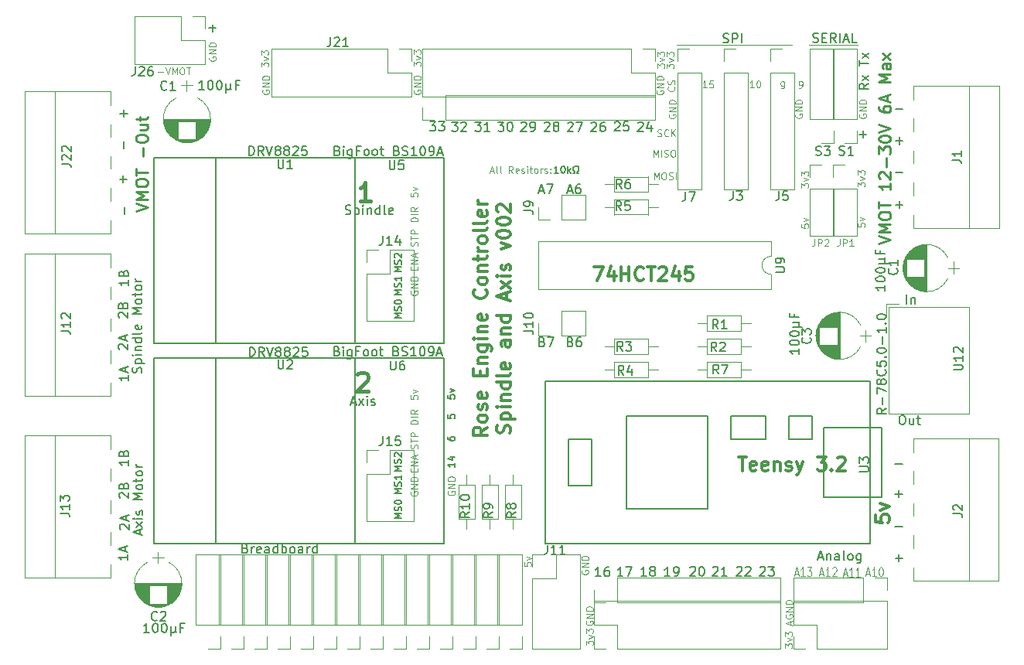
<source format=gto>
G04 #@! TF.FileFunction,Legend,Top*
%FSLAX46Y46*%
G04 Gerber Fmt 4.6, Leading zero omitted, Abs format (unit mm)*
G04 Created by KiCad (PCBNEW 4.0.7) date 10/08/18 18:30:47*
%MOMM*%
%LPD*%
G01*
G04 APERTURE LIST*
%ADD10C,2.000000*%
%ADD11C,0.152400*%
%ADD12C,0.101600*%
%ADD13C,0.100000*%
%ADD14C,0.127000*%
%ADD15C,0.406400*%
%ADD16C,0.300000*%
%ADD17C,0.254000*%
%ADD18C,0.120000*%
%ADD19C,0.150000*%
G04 APERTURE END LIST*
D10*
D11*
X135776305Y-60279038D02*
X135921448Y-60327419D01*
X136163352Y-60327419D01*
X136260114Y-60279038D01*
X136308495Y-60230657D01*
X136356876Y-60133895D01*
X136356876Y-60037133D01*
X136308495Y-59940371D01*
X136260114Y-59891990D01*
X136163352Y-59843610D01*
X135969829Y-59795229D01*
X135873067Y-59746848D01*
X135824686Y-59698467D01*
X135776305Y-59601705D01*
X135776305Y-59504943D01*
X135824686Y-59408181D01*
X135873067Y-59359800D01*
X135969829Y-59311419D01*
X136211733Y-59311419D01*
X136356876Y-59359800D01*
X137324495Y-60327419D02*
X136743924Y-60327419D01*
X137034210Y-60327419D02*
X137034210Y-59311419D01*
X136937448Y-59456562D01*
X136840686Y-59553324D01*
X136743924Y-59601705D01*
X133210905Y-60304438D02*
X133356048Y-60352819D01*
X133597952Y-60352819D01*
X133694714Y-60304438D01*
X133743095Y-60256057D01*
X133791476Y-60159295D01*
X133791476Y-60062533D01*
X133743095Y-59965771D01*
X133694714Y-59917390D01*
X133597952Y-59869010D01*
X133404429Y-59820629D01*
X133307667Y-59772248D01*
X133259286Y-59723867D01*
X133210905Y-59627105D01*
X133210905Y-59530343D01*
X133259286Y-59433581D01*
X133307667Y-59385200D01*
X133404429Y-59336819D01*
X133646333Y-59336819D01*
X133791476Y-59385200D01*
X134130143Y-59336819D02*
X134759095Y-59336819D01*
X134420429Y-59723867D01*
X134565571Y-59723867D01*
X134662333Y-59772248D01*
X134710714Y-59820629D01*
X134759095Y-59917390D01*
X134759095Y-60159295D01*
X134710714Y-60256057D01*
X134662333Y-60304438D01*
X134565571Y-60352819D01*
X134275286Y-60352819D01*
X134178524Y-60304438D01*
X134130143Y-60256057D01*
D12*
X131637314Y-67876056D02*
X131637314Y-68238913D01*
X132000171Y-68275199D01*
X131963886Y-68238913D01*
X131927600Y-68166342D01*
X131927600Y-67984913D01*
X131963886Y-67912342D01*
X132000171Y-67876056D01*
X132072743Y-67839771D01*
X132254171Y-67839771D01*
X132326743Y-67876056D01*
X132363029Y-67912342D01*
X132399314Y-67984913D01*
X132399314Y-68166342D01*
X132363029Y-68238913D01*
X132326743Y-68275199D01*
X131891314Y-67585771D02*
X132399314Y-67404342D01*
X131891314Y-67222914D01*
X131637314Y-63873742D02*
X131637314Y-63402028D01*
X131927600Y-63656028D01*
X131927600Y-63547170D01*
X131963886Y-63474599D01*
X132000171Y-63438313D01*
X132072743Y-63402028D01*
X132254171Y-63402028D01*
X132326743Y-63438313D01*
X132363029Y-63474599D01*
X132399314Y-63547170D01*
X132399314Y-63764885D01*
X132363029Y-63837456D01*
X132326743Y-63873742D01*
X131891314Y-63148028D02*
X132399314Y-62966599D01*
X131891314Y-62785171D01*
X131637314Y-62567457D02*
X131637314Y-62095743D01*
X131927600Y-62349743D01*
X131927600Y-62240885D01*
X131963886Y-62168314D01*
X132000171Y-62132028D01*
X132072743Y-62095743D01*
X132254171Y-62095743D01*
X132326743Y-62132028D01*
X132363029Y-62168314D01*
X132399314Y-62240885D01*
X132399314Y-62458600D01*
X132363029Y-62531171D01*
X132326743Y-62567457D01*
D13*
X132461000Y-48285400D02*
X137769600Y-48285400D01*
X118008400Y-48260000D02*
X130581400Y-48260000D01*
D11*
X102957086Y-64228133D02*
X103440895Y-64228133D01*
X102860324Y-64518419D02*
X103198991Y-63502419D01*
X103537657Y-64518419D01*
X103779562Y-63502419D02*
X104456895Y-63502419D01*
X104021467Y-64518419D01*
X106030486Y-64228133D02*
X106514295Y-64228133D01*
X105933724Y-64518419D02*
X106272391Y-63502419D01*
X106611057Y-64518419D01*
X107385152Y-63502419D02*
X107191629Y-63502419D01*
X107094867Y-63550800D01*
X107046486Y-63599181D01*
X106949724Y-63744324D01*
X106901343Y-63937848D01*
X106901343Y-64324895D01*
X106949724Y-64421657D01*
X106998105Y-64470038D01*
X107094867Y-64518419D01*
X107288390Y-64518419D01*
X107385152Y-64470038D01*
X107433533Y-64421657D01*
X107481914Y-64324895D01*
X107481914Y-64082990D01*
X107433533Y-63986229D01*
X107385152Y-63937848D01*
X107288390Y-63889467D01*
X107094867Y-63889467D01*
X106998105Y-63937848D01*
X106949724Y-63986229D01*
X106901343Y-64082990D01*
D12*
X92964000Y-97125972D02*
X92927714Y-97198543D01*
X92927714Y-97307400D01*
X92964000Y-97416257D01*
X93036571Y-97488829D01*
X93109143Y-97525114D01*
X93254286Y-97561400D01*
X93363143Y-97561400D01*
X93508286Y-97525114D01*
X93580857Y-97488829D01*
X93653429Y-97416257D01*
X93689714Y-97307400D01*
X93689714Y-97234829D01*
X93653429Y-97125972D01*
X93617143Y-97089686D01*
X93363143Y-97089686D01*
X93363143Y-97234829D01*
X93689714Y-96763114D02*
X92927714Y-96763114D01*
X93689714Y-96327686D01*
X92927714Y-96327686D01*
X93689714Y-95964828D02*
X92927714Y-95964828D01*
X92927714Y-95783400D01*
X92964000Y-95674543D01*
X93036571Y-95601971D01*
X93109143Y-95565686D01*
X93254286Y-95529400D01*
X93363143Y-95529400D01*
X93508286Y-95565686D01*
X93580857Y-95601971D01*
X93653429Y-95674543D01*
X93689714Y-95783400D01*
X93689714Y-95964828D01*
D14*
X93689714Y-94023543D02*
X93689714Y-94458971D01*
X93689714Y-94241257D02*
X92927714Y-94241257D01*
X93036571Y-94313828D01*
X93109143Y-94386400D01*
X93145429Y-94458971D01*
X93181714Y-93370400D02*
X93689714Y-93370400D01*
X92891429Y-93551829D02*
X93435714Y-93733257D01*
X93435714Y-93261543D01*
X92927714Y-91218657D02*
X92927714Y-91363800D01*
X92964000Y-91436371D01*
X93000286Y-91472657D01*
X93109143Y-91545228D01*
X93254286Y-91581514D01*
X93544571Y-91581514D01*
X93617143Y-91545228D01*
X93653429Y-91508943D01*
X93689714Y-91436371D01*
X93689714Y-91291228D01*
X93653429Y-91218657D01*
X93617143Y-91182371D01*
X93544571Y-91146086D01*
X93363143Y-91146086D01*
X93290571Y-91182371D01*
X93254286Y-91218657D01*
X93218000Y-91291228D01*
X93218000Y-91436371D01*
X93254286Y-91508943D01*
X93290571Y-91545228D01*
X93363143Y-91581514D01*
X92927714Y-88743971D02*
X92927714Y-89106828D01*
X93290571Y-89143114D01*
X93254286Y-89106828D01*
X93218000Y-89034257D01*
X93218000Y-88852828D01*
X93254286Y-88780257D01*
X93290571Y-88743971D01*
X93363143Y-88707686D01*
X93544571Y-88707686D01*
X93617143Y-88743971D01*
X93653429Y-88780257D01*
X93689714Y-88852828D01*
X93689714Y-89034257D01*
X93653429Y-89106828D01*
X93617143Y-89143114D01*
X92927714Y-86595856D02*
X92927714Y-86958713D01*
X93290571Y-86994999D01*
X93254286Y-86958713D01*
X93218000Y-86886142D01*
X93218000Y-86704713D01*
X93254286Y-86632142D01*
X93290571Y-86595856D01*
X93363143Y-86559571D01*
X93544571Y-86559571D01*
X93617143Y-86595856D01*
X93653429Y-86632142D01*
X93689714Y-86704713D01*
X93689714Y-86886142D01*
X93653429Y-86958713D01*
X93617143Y-86994999D01*
X93181714Y-86305571D02*
X93689714Y-86124142D01*
X93181714Y-85942714D01*
D12*
X89625714Y-89763599D02*
X88863714Y-89763599D01*
X88863714Y-89582171D01*
X88900000Y-89473314D01*
X88972571Y-89400742D01*
X89045143Y-89364457D01*
X89190286Y-89328171D01*
X89299143Y-89328171D01*
X89444286Y-89364457D01*
X89516857Y-89400742D01*
X89589429Y-89473314D01*
X89625714Y-89582171D01*
X89625714Y-89763599D01*
X89625714Y-89001599D02*
X88863714Y-89001599D01*
X89625714Y-88203314D02*
X89262857Y-88457314D01*
X89625714Y-88638742D02*
X88863714Y-88638742D01*
X88863714Y-88348457D01*
X88900000Y-88275885D01*
X88936286Y-88239600D01*
X89008857Y-88203314D01*
X89117714Y-88203314D01*
X89190286Y-88239600D01*
X89226571Y-88275885D01*
X89262857Y-88348457D01*
X89262857Y-88638742D01*
X88863714Y-86646656D02*
X88863714Y-87009513D01*
X89226571Y-87045799D01*
X89190286Y-87009513D01*
X89154000Y-86936942D01*
X89154000Y-86755513D01*
X89190286Y-86682942D01*
X89226571Y-86646656D01*
X89299143Y-86610371D01*
X89480571Y-86610371D01*
X89553143Y-86646656D01*
X89589429Y-86682942D01*
X89625714Y-86755513D01*
X89625714Y-86936942D01*
X89589429Y-87009513D01*
X89553143Y-87045799D01*
X89117714Y-86356371D02*
X89625714Y-86174942D01*
X89117714Y-85993514D01*
X89226571Y-94970600D02*
X89226571Y-94716600D01*
X89625714Y-94607743D02*
X89625714Y-94970600D01*
X88863714Y-94970600D01*
X88863714Y-94607743D01*
X89625714Y-94281171D02*
X88863714Y-94281171D01*
X89625714Y-93845743D01*
X88863714Y-93845743D01*
X89408000Y-93519171D02*
X89408000Y-93156314D01*
X89625714Y-93591743D02*
X88863714Y-93337743D01*
X89625714Y-93083743D01*
X89589429Y-92455999D02*
X89625714Y-92347142D01*
X89625714Y-92165713D01*
X89589429Y-92093142D01*
X89553143Y-92056856D01*
X89480571Y-92020571D01*
X89408000Y-92020571D01*
X89335429Y-92056856D01*
X89299143Y-92093142D01*
X89262857Y-92165713D01*
X89226571Y-92310856D01*
X89190286Y-92383428D01*
X89154000Y-92419713D01*
X89081429Y-92455999D01*
X89008857Y-92455999D01*
X88936286Y-92419713D01*
X88900000Y-92383428D01*
X88863714Y-92310856D01*
X88863714Y-92129428D01*
X88900000Y-92020571D01*
X88863714Y-91802857D02*
X88863714Y-91367428D01*
X89625714Y-91585142D02*
X88863714Y-91585142D01*
X89625714Y-91113428D02*
X88863714Y-91113428D01*
X88863714Y-90823143D01*
X88900000Y-90750571D01*
X88936286Y-90714286D01*
X89008857Y-90678000D01*
X89117714Y-90678000D01*
X89190286Y-90714286D01*
X89226571Y-90750571D01*
X89262857Y-90823143D01*
X89262857Y-91113428D01*
X88900000Y-97176772D02*
X88863714Y-97249343D01*
X88863714Y-97358200D01*
X88900000Y-97467057D01*
X88972571Y-97539629D01*
X89045143Y-97575914D01*
X89190286Y-97612200D01*
X89299143Y-97612200D01*
X89444286Y-97575914D01*
X89516857Y-97539629D01*
X89589429Y-97467057D01*
X89625714Y-97358200D01*
X89625714Y-97285629D01*
X89589429Y-97176772D01*
X89553143Y-97140486D01*
X89299143Y-97140486D01*
X89299143Y-97285629D01*
X89625714Y-96813914D02*
X88863714Y-96813914D01*
X89625714Y-96378486D01*
X88863714Y-96378486D01*
X89625714Y-96015628D02*
X88863714Y-96015628D01*
X88863714Y-95834200D01*
X88900000Y-95725343D01*
X88972571Y-95652771D01*
X89045143Y-95616486D01*
X89190286Y-95580200D01*
X89299143Y-95580200D01*
X89444286Y-95616486D01*
X89516857Y-95652771D01*
X89589429Y-95725343D01*
X89625714Y-95834200D01*
X89625714Y-96015628D01*
X88900000Y-75205772D02*
X88863714Y-75278343D01*
X88863714Y-75387200D01*
X88900000Y-75496057D01*
X88972571Y-75568629D01*
X89045143Y-75604914D01*
X89190286Y-75641200D01*
X89299143Y-75641200D01*
X89444286Y-75604914D01*
X89516857Y-75568629D01*
X89589429Y-75496057D01*
X89625714Y-75387200D01*
X89625714Y-75314629D01*
X89589429Y-75205772D01*
X89553143Y-75169486D01*
X89299143Y-75169486D01*
X89299143Y-75314629D01*
X89625714Y-74842914D02*
X88863714Y-74842914D01*
X89625714Y-74407486D01*
X88863714Y-74407486D01*
X89625714Y-74044628D02*
X88863714Y-74044628D01*
X88863714Y-73863200D01*
X88900000Y-73754343D01*
X88972571Y-73681771D01*
X89045143Y-73645486D01*
X89190286Y-73609200D01*
X89299143Y-73609200D01*
X89444286Y-73645486D01*
X89516857Y-73681771D01*
X89589429Y-73754343D01*
X89625714Y-73863200D01*
X89625714Y-74044628D01*
X89589429Y-70281799D02*
X89625714Y-70172942D01*
X89625714Y-69991513D01*
X89589429Y-69918942D01*
X89553143Y-69882656D01*
X89480571Y-69846371D01*
X89408000Y-69846371D01*
X89335429Y-69882656D01*
X89299143Y-69918942D01*
X89262857Y-69991513D01*
X89226571Y-70136656D01*
X89190286Y-70209228D01*
X89154000Y-70245513D01*
X89081429Y-70281799D01*
X89008857Y-70281799D01*
X88936286Y-70245513D01*
X88900000Y-70209228D01*
X88863714Y-70136656D01*
X88863714Y-69955228D01*
X88900000Y-69846371D01*
X88863714Y-69628657D02*
X88863714Y-69193228D01*
X89625714Y-69410942D02*
X88863714Y-69410942D01*
X89625714Y-68939228D02*
X88863714Y-68939228D01*
X88863714Y-68648943D01*
X88900000Y-68576371D01*
X88936286Y-68540086D01*
X89008857Y-68503800D01*
X89117714Y-68503800D01*
X89190286Y-68540086D01*
X89226571Y-68576371D01*
X89262857Y-68648943D01*
X89262857Y-68939228D01*
X89226571Y-72872600D02*
X89226571Y-72618600D01*
X89625714Y-72509743D02*
X89625714Y-72872600D01*
X88863714Y-72872600D01*
X88863714Y-72509743D01*
X89625714Y-72183171D02*
X88863714Y-72183171D01*
X89625714Y-71747743D01*
X88863714Y-71747743D01*
X89408000Y-71421171D02*
X89408000Y-71058314D01*
X89625714Y-71493743D02*
X88863714Y-71239743D01*
X89625714Y-70985743D01*
D11*
X66770553Y-46402171D02*
X67544648Y-46402171D01*
X67157600Y-46789219D02*
X67157600Y-46015124D01*
D12*
X72506114Y-50640342D02*
X72506114Y-50168628D01*
X72796400Y-50422628D01*
X72796400Y-50313770D01*
X72832686Y-50241199D01*
X72868971Y-50204913D01*
X72941543Y-50168628D01*
X73122971Y-50168628D01*
X73195543Y-50204913D01*
X73231829Y-50241199D01*
X73268114Y-50313770D01*
X73268114Y-50531485D01*
X73231829Y-50604056D01*
X73195543Y-50640342D01*
X72760114Y-49914628D02*
X73268114Y-49733199D01*
X72760114Y-49551771D01*
X72506114Y-49334057D02*
X72506114Y-48862343D01*
X72796400Y-49116343D01*
X72796400Y-49007485D01*
X72832686Y-48934914D01*
X72868971Y-48898628D01*
X72941543Y-48862343D01*
X73122971Y-48862343D01*
X73195543Y-48898628D01*
X73231829Y-48934914D01*
X73268114Y-49007485D01*
X73268114Y-49225200D01*
X73231829Y-49297771D01*
X73195543Y-49334057D01*
X89193914Y-50564142D02*
X89193914Y-50092428D01*
X89484200Y-50346428D01*
X89484200Y-50237570D01*
X89520486Y-50164999D01*
X89556771Y-50128713D01*
X89629343Y-50092428D01*
X89810771Y-50092428D01*
X89883343Y-50128713D01*
X89919629Y-50164999D01*
X89955914Y-50237570D01*
X89955914Y-50455285D01*
X89919629Y-50527856D01*
X89883343Y-50564142D01*
X89447914Y-49838428D02*
X89955914Y-49656999D01*
X89447914Y-49475571D01*
X89193914Y-49257857D02*
X89193914Y-48786143D01*
X89484200Y-49040143D01*
X89484200Y-48931285D01*
X89520486Y-48858714D01*
X89556771Y-48822428D01*
X89629343Y-48786143D01*
X89810771Y-48786143D01*
X89883343Y-48822428D01*
X89919629Y-48858714D01*
X89955914Y-48931285D01*
X89955914Y-49149000D01*
X89919629Y-49221571D01*
X89883343Y-49257857D01*
X115863914Y-50792742D02*
X115863914Y-50321028D01*
X116154200Y-50575028D01*
X116154200Y-50466170D01*
X116190486Y-50393599D01*
X116226771Y-50357313D01*
X116299343Y-50321028D01*
X116480771Y-50321028D01*
X116553343Y-50357313D01*
X116589629Y-50393599D01*
X116625914Y-50466170D01*
X116625914Y-50683885D01*
X116589629Y-50756456D01*
X116553343Y-50792742D01*
X116117914Y-50067028D02*
X116625914Y-49885599D01*
X116117914Y-49704171D01*
X115863914Y-49486457D02*
X115863914Y-49014743D01*
X116154200Y-49268743D01*
X116154200Y-49159885D01*
X116190486Y-49087314D01*
X116226771Y-49051028D01*
X116299343Y-49014743D01*
X116480771Y-49014743D01*
X116553343Y-49051028D01*
X116589629Y-49087314D01*
X116625914Y-49159885D01*
X116625914Y-49377600D01*
X116589629Y-49450171D01*
X116553343Y-49486457D01*
X115798600Y-53260172D02*
X115762314Y-53332743D01*
X115762314Y-53441600D01*
X115798600Y-53550457D01*
X115871171Y-53623029D01*
X115943743Y-53659314D01*
X116088886Y-53695600D01*
X116197743Y-53695600D01*
X116342886Y-53659314D01*
X116415457Y-53623029D01*
X116488029Y-53550457D01*
X116524314Y-53441600D01*
X116524314Y-53369029D01*
X116488029Y-53260172D01*
X116451743Y-53223886D01*
X116197743Y-53223886D01*
X116197743Y-53369029D01*
X116524314Y-52897314D02*
X115762314Y-52897314D01*
X116524314Y-52461886D01*
X115762314Y-52461886D01*
X116524314Y-52099028D02*
X115762314Y-52099028D01*
X115762314Y-51917600D01*
X115798600Y-51808743D01*
X115871171Y-51736171D01*
X115943743Y-51699886D01*
X116088886Y-51663600D01*
X116197743Y-51663600D01*
X116342886Y-51699886D01*
X116415457Y-51736171D01*
X116488029Y-51808743D01*
X116524314Y-51917600D01*
X116524314Y-52099028D01*
X72669400Y-53209372D02*
X72633114Y-53281943D01*
X72633114Y-53390800D01*
X72669400Y-53499657D01*
X72741971Y-53572229D01*
X72814543Y-53608514D01*
X72959686Y-53644800D01*
X73068543Y-53644800D01*
X73213686Y-53608514D01*
X73286257Y-53572229D01*
X73358829Y-53499657D01*
X73395114Y-53390800D01*
X73395114Y-53318229D01*
X73358829Y-53209372D01*
X73322543Y-53173086D01*
X73068543Y-53173086D01*
X73068543Y-53318229D01*
X73395114Y-52846514D02*
X72633114Y-52846514D01*
X73395114Y-52411086D01*
X72633114Y-52411086D01*
X73395114Y-52048228D02*
X72633114Y-52048228D01*
X72633114Y-51866800D01*
X72669400Y-51757943D01*
X72741971Y-51685371D01*
X72814543Y-51649086D01*
X72959686Y-51612800D01*
X73068543Y-51612800D01*
X73213686Y-51649086D01*
X73286257Y-51685371D01*
X73358829Y-51757943D01*
X73395114Y-51866800D01*
X73395114Y-52048228D01*
X89230200Y-53209372D02*
X89193914Y-53281943D01*
X89193914Y-53390800D01*
X89230200Y-53499657D01*
X89302771Y-53572229D01*
X89375343Y-53608514D01*
X89520486Y-53644800D01*
X89629343Y-53644800D01*
X89774486Y-53608514D01*
X89847057Y-53572229D01*
X89919629Y-53499657D01*
X89955914Y-53390800D01*
X89955914Y-53318229D01*
X89919629Y-53209372D01*
X89883343Y-53173086D01*
X89629343Y-53173086D01*
X89629343Y-53318229D01*
X89955914Y-52846514D02*
X89193914Y-52846514D01*
X89955914Y-52411086D01*
X89193914Y-52411086D01*
X89955914Y-52048228D02*
X89193914Y-52048228D01*
X89193914Y-51866800D01*
X89230200Y-51757943D01*
X89302771Y-51685371D01*
X89375343Y-51649086D01*
X89520486Y-51612800D01*
X89629343Y-51612800D01*
X89774486Y-51649086D01*
X89847057Y-51685371D01*
X89919629Y-51757943D01*
X89955914Y-51866800D01*
X89955914Y-52048228D01*
X66827400Y-49577172D02*
X66791114Y-49649743D01*
X66791114Y-49758600D01*
X66827400Y-49867457D01*
X66899971Y-49940029D01*
X66972543Y-49976314D01*
X67117686Y-50012600D01*
X67226543Y-50012600D01*
X67371686Y-49976314D01*
X67444257Y-49940029D01*
X67516829Y-49867457D01*
X67553114Y-49758600D01*
X67553114Y-49686029D01*
X67516829Y-49577172D01*
X67480543Y-49540886D01*
X67226543Y-49540886D01*
X67226543Y-49686029D01*
X67553114Y-49214314D02*
X66791114Y-49214314D01*
X67553114Y-48778886D01*
X66791114Y-48778886D01*
X67553114Y-48416028D02*
X66791114Y-48416028D01*
X66791114Y-48234600D01*
X66827400Y-48125743D01*
X66899971Y-48053171D01*
X66972543Y-48016886D01*
X67117686Y-47980600D01*
X67226543Y-47980600D01*
X67371686Y-48016886D01*
X67444257Y-48053171D01*
X67516829Y-48125743D01*
X67553114Y-48234600D01*
X67553114Y-48416028D01*
X131401457Y-52973514D02*
X131546600Y-52973514D01*
X131619172Y-52937229D01*
X131655457Y-52900943D01*
X131728029Y-52792086D01*
X131764314Y-52646943D01*
X131764314Y-52356657D01*
X131728029Y-52284086D01*
X131691743Y-52247800D01*
X131619172Y-52211514D01*
X131474029Y-52211514D01*
X131401457Y-52247800D01*
X131365172Y-52284086D01*
X131328886Y-52356657D01*
X131328886Y-52538086D01*
X131365172Y-52610657D01*
X131401457Y-52646943D01*
X131474029Y-52683229D01*
X131619172Y-52683229D01*
X131691743Y-52646943D01*
X131728029Y-52610657D01*
X131764314Y-52538086D01*
X101284314Y-104934656D02*
X101284314Y-105297513D01*
X101647171Y-105333799D01*
X101610886Y-105297513D01*
X101574600Y-105224942D01*
X101574600Y-105043513D01*
X101610886Y-104970942D01*
X101647171Y-104934656D01*
X101719743Y-104898371D01*
X101901171Y-104898371D01*
X101973743Y-104934656D01*
X102010029Y-104970942D01*
X102046314Y-105043513D01*
X102046314Y-105224942D01*
X102010029Y-105297513D01*
X101973743Y-105333799D01*
X101538314Y-104644371D02*
X102046314Y-104462942D01*
X101538314Y-104281514D01*
D11*
X82335915Y-87443733D02*
X82819724Y-87443733D01*
X82239153Y-87734019D02*
X82577820Y-86718019D01*
X82916486Y-87734019D01*
X83158391Y-87734019D02*
X83690581Y-87056686D01*
X83158391Y-87056686D02*
X83690581Y-87734019D01*
X84077629Y-87734019D02*
X84077629Y-87056686D01*
X84077629Y-86718019D02*
X84029248Y-86766400D01*
X84077629Y-86814781D01*
X84126010Y-86766400D01*
X84077629Y-86718019D01*
X84077629Y-86814781D01*
X84513058Y-87685638D02*
X84609820Y-87734019D01*
X84803344Y-87734019D01*
X84900105Y-87685638D01*
X84948486Y-87588876D01*
X84948486Y-87540495D01*
X84900105Y-87443733D01*
X84803344Y-87395352D01*
X84658201Y-87395352D01*
X84561439Y-87346971D01*
X84513058Y-87250210D01*
X84513058Y-87201829D01*
X84561439Y-87105067D01*
X84658201Y-87056686D01*
X84803344Y-87056686D01*
X84900105Y-87105067D01*
X81715429Y-66781438D02*
X81860572Y-66829819D01*
X82102476Y-66829819D01*
X82199238Y-66781438D01*
X82247619Y-66733057D01*
X82296000Y-66636295D01*
X82296000Y-66539533D01*
X82247619Y-66442771D01*
X82199238Y-66394390D01*
X82102476Y-66346010D01*
X81908953Y-66297629D01*
X81812191Y-66249248D01*
X81763810Y-66200867D01*
X81715429Y-66104105D01*
X81715429Y-66007343D01*
X81763810Y-65910581D01*
X81812191Y-65862200D01*
X81908953Y-65813819D01*
X82150857Y-65813819D01*
X82296000Y-65862200D01*
X82731429Y-66152486D02*
X82731429Y-67168486D01*
X82731429Y-66200867D02*
X82828191Y-66152486D01*
X83021714Y-66152486D01*
X83118476Y-66200867D01*
X83166857Y-66249248D01*
X83215238Y-66346010D01*
X83215238Y-66636295D01*
X83166857Y-66733057D01*
X83118476Y-66781438D01*
X83021714Y-66829819D01*
X82828191Y-66829819D01*
X82731429Y-66781438D01*
X83650667Y-66829819D02*
X83650667Y-66152486D01*
X83650667Y-65813819D02*
X83602286Y-65862200D01*
X83650667Y-65910581D01*
X83699048Y-65862200D01*
X83650667Y-65813819D01*
X83650667Y-65910581D01*
X84134477Y-66152486D02*
X84134477Y-66829819D01*
X84134477Y-66249248D02*
X84182858Y-66200867D01*
X84279620Y-66152486D01*
X84424762Y-66152486D01*
X84521524Y-66200867D01*
X84569905Y-66297629D01*
X84569905Y-66829819D01*
X85489143Y-66829819D02*
X85489143Y-65813819D01*
X85489143Y-66781438D02*
X85392381Y-66829819D01*
X85198858Y-66829819D01*
X85102096Y-66781438D01*
X85053715Y-66733057D01*
X85005334Y-66636295D01*
X85005334Y-66346010D01*
X85053715Y-66249248D01*
X85102096Y-66200867D01*
X85198858Y-66152486D01*
X85392381Y-66152486D01*
X85489143Y-66200867D01*
X86118096Y-66829819D02*
X86021334Y-66781438D01*
X85972953Y-66684676D01*
X85972953Y-65813819D01*
X86892190Y-66781438D02*
X86795428Y-66829819D01*
X86601905Y-66829819D01*
X86505143Y-66781438D01*
X86456762Y-66684676D01*
X86456762Y-66297629D01*
X86505143Y-66200867D01*
X86601905Y-66152486D01*
X86795428Y-66152486D01*
X86892190Y-66200867D01*
X86940571Y-66297629D01*
X86940571Y-66394390D01*
X86456762Y-66491152D01*
D15*
X83036229Y-84348562D02*
X83132991Y-84251800D01*
X83326514Y-84155038D01*
X83810324Y-84155038D01*
X84003848Y-84251800D01*
X84100610Y-84348562D01*
X84197371Y-84542086D01*
X84197371Y-84735610D01*
X84100610Y-85025895D01*
X82939467Y-86187038D01*
X84197371Y-86187038D01*
X84476771Y-65384438D02*
X83315629Y-65384438D01*
X83896200Y-65384438D02*
X83896200Y-63352438D01*
X83702676Y-63642724D01*
X83509152Y-63836248D01*
X83315629Y-63933010D01*
D12*
X61148686Y-51210029D02*
X61729257Y-51210029D01*
X61983257Y-50738314D02*
X62237257Y-51500314D01*
X62491257Y-50738314D01*
X62745258Y-51500314D02*
X62745258Y-50738314D01*
X62999258Y-51282600D01*
X63253258Y-50738314D01*
X63253258Y-51500314D01*
X63761257Y-50738314D02*
X63906400Y-50738314D01*
X63978972Y-50774600D01*
X64051543Y-50847171D01*
X64087829Y-50992314D01*
X64087829Y-51246314D01*
X64051543Y-51391457D01*
X63978972Y-51464029D01*
X63906400Y-51500314D01*
X63761257Y-51500314D01*
X63688686Y-51464029D01*
X63616115Y-51391457D01*
X63579829Y-51246314D01*
X63579829Y-50992314D01*
X63616115Y-50847171D01*
X63688686Y-50774600D01*
X63761257Y-50738314D01*
X64305543Y-50738314D02*
X64740972Y-50738314D01*
X64523258Y-51500314D02*
X64523258Y-50738314D01*
X129420257Y-53024314D02*
X129565400Y-53024314D01*
X129637972Y-52988029D01*
X129674257Y-52951743D01*
X129746829Y-52842886D01*
X129783114Y-52697743D01*
X129783114Y-52407457D01*
X129746829Y-52334886D01*
X129710543Y-52298600D01*
X129637972Y-52262314D01*
X129492829Y-52262314D01*
X129420257Y-52298600D01*
X129383972Y-52334886D01*
X129347686Y-52407457D01*
X129347686Y-52588886D01*
X129383972Y-52661457D01*
X129420257Y-52697743D01*
X129492829Y-52734029D01*
X129637972Y-52734029D01*
X129710543Y-52697743D01*
X129746829Y-52661457D01*
X129783114Y-52588886D01*
X126423057Y-52922714D02*
X125987629Y-52922714D01*
X126205343Y-52922714D02*
X126205343Y-52160714D01*
X126132772Y-52269571D01*
X126060200Y-52342143D01*
X125987629Y-52378429D01*
X126894771Y-52160714D02*
X126967343Y-52160714D01*
X127039914Y-52197000D01*
X127076200Y-52233286D01*
X127112486Y-52305857D01*
X127148771Y-52451000D01*
X127148771Y-52632429D01*
X127112486Y-52777571D01*
X127076200Y-52850143D01*
X127039914Y-52886429D01*
X126967343Y-52922714D01*
X126894771Y-52922714D01*
X126822200Y-52886429D01*
X126785914Y-52850143D01*
X126749629Y-52777571D01*
X126713343Y-52632429D01*
X126713343Y-52451000D01*
X126749629Y-52305857D01*
X126785914Y-52233286D01*
X126822200Y-52197000D01*
X126894771Y-52160714D01*
X121266857Y-52948114D02*
X120831429Y-52948114D01*
X121049143Y-52948114D02*
X121049143Y-52186114D01*
X120976572Y-52294971D01*
X120904000Y-52367543D01*
X120831429Y-52403829D01*
X121956286Y-52186114D02*
X121593429Y-52186114D01*
X121557143Y-52548971D01*
X121593429Y-52512686D01*
X121666000Y-52476400D01*
X121847429Y-52476400D01*
X121920000Y-52512686D01*
X121956286Y-52548971D01*
X121992571Y-52621543D01*
X121992571Y-52802971D01*
X121956286Y-52875543D01*
X121920000Y-52911829D01*
X121847429Y-52948114D01*
X121666000Y-52948114D01*
X121593429Y-52911829D01*
X121557143Y-52875543D01*
D11*
X132883124Y-47934638D02*
X133028267Y-47983019D01*
X133270171Y-47983019D01*
X133366933Y-47934638D01*
X133415314Y-47886257D01*
X133463695Y-47789495D01*
X133463695Y-47692733D01*
X133415314Y-47595971D01*
X133366933Y-47547590D01*
X133270171Y-47499210D01*
X133076648Y-47450829D01*
X132979886Y-47402448D01*
X132931505Y-47354067D01*
X132883124Y-47257305D01*
X132883124Y-47160543D01*
X132931505Y-47063781D01*
X132979886Y-47015400D01*
X133076648Y-46967019D01*
X133318552Y-46967019D01*
X133463695Y-47015400D01*
X133899124Y-47450829D02*
X134237790Y-47450829D01*
X134382933Y-47983019D02*
X133899124Y-47983019D01*
X133899124Y-46967019D01*
X134382933Y-46967019D01*
X135398933Y-47983019D02*
X135060267Y-47499210D01*
X134818362Y-47983019D02*
X134818362Y-46967019D01*
X135205409Y-46967019D01*
X135302171Y-47015400D01*
X135350552Y-47063781D01*
X135398933Y-47160543D01*
X135398933Y-47305686D01*
X135350552Y-47402448D01*
X135302171Y-47450829D01*
X135205409Y-47499210D01*
X134818362Y-47499210D01*
X135834362Y-47983019D02*
X135834362Y-46967019D01*
X136269791Y-47692733D02*
X136753600Y-47692733D01*
X136173029Y-47983019D02*
X136511696Y-46967019D01*
X136850362Y-47983019D01*
X137672838Y-47983019D02*
X137189029Y-47983019D01*
X137189029Y-46967019D01*
D16*
X97244371Y-90124856D02*
X96530086Y-90624856D01*
X97244371Y-90981999D02*
X95744371Y-90981999D01*
X95744371Y-90410571D01*
X95815800Y-90267713D01*
X95887229Y-90196285D01*
X96030086Y-90124856D01*
X96244371Y-90124856D01*
X96387229Y-90196285D01*
X96458657Y-90267713D01*
X96530086Y-90410571D01*
X96530086Y-90981999D01*
X97244371Y-89267713D02*
X97172943Y-89410571D01*
X97101514Y-89481999D01*
X96958657Y-89553428D01*
X96530086Y-89553428D01*
X96387229Y-89481999D01*
X96315800Y-89410571D01*
X96244371Y-89267713D01*
X96244371Y-89053428D01*
X96315800Y-88910571D01*
X96387229Y-88839142D01*
X96530086Y-88767713D01*
X96958657Y-88767713D01*
X97101514Y-88839142D01*
X97172943Y-88910571D01*
X97244371Y-89053428D01*
X97244371Y-89267713D01*
X97172943Y-88196285D02*
X97244371Y-88053428D01*
X97244371Y-87767713D01*
X97172943Y-87624856D01*
X97030086Y-87553428D01*
X96958657Y-87553428D01*
X96815800Y-87624856D01*
X96744371Y-87767713D01*
X96744371Y-87981999D01*
X96672943Y-88124856D01*
X96530086Y-88196285D01*
X96458657Y-88196285D01*
X96315800Y-88124856D01*
X96244371Y-87981999D01*
X96244371Y-87767713D01*
X96315800Y-87624856D01*
X97172943Y-86339142D02*
X97244371Y-86481999D01*
X97244371Y-86767713D01*
X97172943Y-86910570D01*
X97030086Y-86981999D01*
X96458657Y-86981999D01*
X96315800Y-86910570D01*
X96244371Y-86767713D01*
X96244371Y-86481999D01*
X96315800Y-86339142D01*
X96458657Y-86267713D01*
X96601514Y-86267713D01*
X96744371Y-86981999D01*
X96458657Y-84481999D02*
X96458657Y-83981999D01*
X97244371Y-83767713D02*
X97244371Y-84481999D01*
X95744371Y-84481999D01*
X95744371Y-83767713D01*
X96244371Y-83124856D02*
X97244371Y-83124856D01*
X96387229Y-83124856D02*
X96315800Y-83053428D01*
X96244371Y-82910570D01*
X96244371Y-82696285D01*
X96315800Y-82553428D01*
X96458657Y-82481999D01*
X97244371Y-82481999D01*
X96244371Y-81124856D02*
X97458657Y-81124856D01*
X97601514Y-81196285D01*
X97672943Y-81267713D01*
X97744371Y-81410570D01*
X97744371Y-81624856D01*
X97672943Y-81767713D01*
X97172943Y-81124856D02*
X97244371Y-81267713D01*
X97244371Y-81553427D01*
X97172943Y-81696285D01*
X97101514Y-81767713D01*
X96958657Y-81839142D01*
X96530086Y-81839142D01*
X96387229Y-81767713D01*
X96315800Y-81696285D01*
X96244371Y-81553427D01*
X96244371Y-81267713D01*
X96315800Y-81124856D01*
X97244371Y-80410570D02*
X96244371Y-80410570D01*
X95744371Y-80410570D02*
X95815800Y-80481999D01*
X95887229Y-80410570D01*
X95815800Y-80339142D01*
X95744371Y-80410570D01*
X95887229Y-80410570D01*
X96244371Y-79696284D02*
X97244371Y-79696284D01*
X96387229Y-79696284D02*
X96315800Y-79624856D01*
X96244371Y-79481998D01*
X96244371Y-79267713D01*
X96315800Y-79124856D01*
X96458657Y-79053427D01*
X97244371Y-79053427D01*
X97172943Y-77767713D02*
X97244371Y-77910570D01*
X97244371Y-78196284D01*
X97172943Y-78339141D01*
X97030086Y-78410570D01*
X96458657Y-78410570D01*
X96315800Y-78339141D01*
X96244371Y-78196284D01*
X96244371Y-77910570D01*
X96315800Y-77767713D01*
X96458657Y-77696284D01*
X96601514Y-77696284D01*
X96744371Y-78410570D01*
X97101514Y-75053427D02*
X97172943Y-75124856D01*
X97244371Y-75339142D01*
X97244371Y-75481999D01*
X97172943Y-75696284D01*
X97030086Y-75839142D01*
X96887229Y-75910570D01*
X96601514Y-75981999D01*
X96387229Y-75981999D01*
X96101514Y-75910570D01*
X95958657Y-75839142D01*
X95815800Y-75696284D01*
X95744371Y-75481999D01*
X95744371Y-75339142D01*
X95815800Y-75124856D01*
X95887229Y-75053427D01*
X97244371Y-74196284D02*
X97172943Y-74339142D01*
X97101514Y-74410570D01*
X96958657Y-74481999D01*
X96530086Y-74481999D01*
X96387229Y-74410570D01*
X96315800Y-74339142D01*
X96244371Y-74196284D01*
X96244371Y-73981999D01*
X96315800Y-73839142D01*
X96387229Y-73767713D01*
X96530086Y-73696284D01*
X96958657Y-73696284D01*
X97101514Y-73767713D01*
X97172943Y-73839142D01*
X97244371Y-73981999D01*
X97244371Y-74196284D01*
X96244371Y-73053427D02*
X97244371Y-73053427D01*
X96387229Y-73053427D02*
X96315800Y-72981999D01*
X96244371Y-72839141D01*
X96244371Y-72624856D01*
X96315800Y-72481999D01*
X96458657Y-72410570D01*
X97244371Y-72410570D01*
X96244371Y-71910570D02*
X96244371Y-71339141D01*
X95744371Y-71696284D02*
X97030086Y-71696284D01*
X97172943Y-71624856D01*
X97244371Y-71481998D01*
X97244371Y-71339141D01*
X97244371Y-70839141D02*
X96244371Y-70839141D01*
X96530086Y-70839141D02*
X96387229Y-70767713D01*
X96315800Y-70696284D01*
X96244371Y-70553427D01*
X96244371Y-70410570D01*
X97244371Y-69696284D02*
X97172943Y-69839142D01*
X97101514Y-69910570D01*
X96958657Y-69981999D01*
X96530086Y-69981999D01*
X96387229Y-69910570D01*
X96315800Y-69839142D01*
X96244371Y-69696284D01*
X96244371Y-69481999D01*
X96315800Y-69339142D01*
X96387229Y-69267713D01*
X96530086Y-69196284D01*
X96958657Y-69196284D01*
X97101514Y-69267713D01*
X97172943Y-69339142D01*
X97244371Y-69481999D01*
X97244371Y-69696284D01*
X97244371Y-68339141D02*
X97172943Y-68481999D01*
X97030086Y-68553427D01*
X95744371Y-68553427D01*
X97244371Y-67553427D02*
X97172943Y-67696285D01*
X97030086Y-67767713D01*
X95744371Y-67767713D01*
X97172943Y-66410571D02*
X97244371Y-66553428D01*
X97244371Y-66839142D01*
X97172943Y-66981999D01*
X97030086Y-67053428D01*
X96458657Y-67053428D01*
X96315800Y-66981999D01*
X96244371Y-66839142D01*
X96244371Y-66553428D01*
X96315800Y-66410571D01*
X96458657Y-66339142D01*
X96601514Y-66339142D01*
X96744371Y-67053428D01*
X97244371Y-65696285D02*
X96244371Y-65696285D01*
X96530086Y-65696285D02*
X96387229Y-65624857D01*
X96315800Y-65553428D01*
X96244371Y-65410571D01*
X96244371Y-65267714D01*
X99722943Y-90767714D02*
X99794371Y-90553428D01*
X99794371Y-90196285D01*
X99722943Y-90053428D01*
X99651514Y-89981999D01*
X99508657Y-89910571D01*
X99365800Y-89910571D01*
X99222943Y-89981999D01*
X99151514Y-90053428D01*
X99080086Y-90196285D01*
X99008657Y-90481999D01*
X98937229Y-90624857D01*
X98865800Y-90696285D01*
X98722943Y-90767714D01*
X98580086Y-90767714D01*
X98437229Y-90696285D01*
X98365800Y-90624857D01*
X98294371Y-90481999D01*
X98294371Y-90124857D01*
X98365800Y-89910571D01*
X98794371Y-89267714D02*
X100294371Y-89267714D01*
X98865800Y-89267714D02*
X98794371Y-89124857D01*
X98794371Y-88839143D01*
X98865800Y-88696286D01*
X98937229Y-88624857D01*
X99080086Y-88553428D01*
X99508657Y-88553428D01*
X99651514Y-88624857D01*
X99722943Y-88696286D01*
X99794371Y-88839143D01*
X99794371Y-89124857D01*
X99722943Y-89267714D01*
X99794371Y-87910571D02*
X98794371Y-87910571D01*
X98294371Y-87910571D02*
X98365800Y-87982000D01*
X98437229Y-87910571D01*
X98365800Y-87839143D01*
X98294371Y-87910571D01*
X98437229Y-87910571D01*
X98794371Y-87196285D02*
X99794371Y-87196285D01*
X98937229Y-87196285D02*
X98865800Y-87124857D01*
X98794371Y-86981999D01*
X98794371Y-86767714D01*
X98865800Y-86624857D01*
X99008657Y-86553428D01*
X99794371Y-86553428D01*
X99794371Y-85196285D02*
X98294371Y-85196285D01*
X99722943Y-85196285D02*
X99794371Y-85339142D01*
X99794371Y-85624856D01*
X99722943Y-85767714D01*
X99651514Y-85839142D01*
X99508657Y-85910571D01*
X99080086Y-85910571D01*
X98937229Y-85839142D01*
X98865800Y-85767714D01*
X98794371Y-85624856D01*
X98794371Y-85339142D01*
X98865800Y-85196285D01*
X99794371Y-84267713D02*
X99722943Y-84410571D01*
X99580086Y-84481999D01*
X98294371Y-84481999D01*
X99722943Y-83124857D02*
X99794371Y-83267714D01*
X99794371Y-83553428D01*
X99722943Y-83696285D01*
X99580086Y-83767714D01*
X99008657Y-83767714D01*
X98865800Y-83696285D01*
X98794371Y-83553428D01*
X98794371Y-83267714D01*
X98865800Y-83124857D01*
X99008657Y-83053428D01*
X99151514Y-83053428D01*
X99294371Y-83767714D01*
X99794371Y-80624857D02*
X99008657Y-80624857D01*
X98865800Y-80696286D01*
X98794371Y-80839143D01*
X98794371Y-81124857D01*
X98865800Y-81267714D01*
X99722943Y-80624857D02*
X99794371Y-80767714D01*
X99794371Y-81124857D01*
X99722943Y-81267714D01*
X99580086Y-81339143D01*
X99437229Y-81339143D01*
X99294371Y-81267714D01*
X99222943Y-81124857D01*
X99222943Y-80767714D01*
X99151514Y-80624857D01*
X98794371Y-79910571D02*
X99794371Y-79910571D01*
X98937229Y-79910571D02*
X98865800Y-79839143D01*
X98794371Y-79696285D01*
X98794371Y-79482000D01*
X98865800Y-79339143D01*
X99008657Y-79267714D01*
X99794371Y-79267714D01*
X99794371Y-77910571D02*
X98294371Y-77910571D01*
X99722943Y-77910571D02*
X99794371Y-78053428D01*
X99794371Y-78339142D01*
X99722943Y-78482000D01*
X99651514Y-78553428D01*
X99508657Y-78624857D01*
X99080086Y-78624857D01*
X98937229Y-78553428D01*
X98865800Y-78482000D01*
X98794371Y-78339142D01*
X98794371Y-78053428D01*
X98865800Y-77910571D01*
X99365800Y-76124857D02*
X99365800Y-75410571D01*
X99794371Y-76267714D02*
X98294371Y-75767714D01*
X99794371Y-75267714D01*
X99794371Y-74910571D02*
X98794371Y-74124857D01*
X98794371Y-74910571D02*
X99794371Y-74124857D01*
X99794371Y-73553428D02*
X98794371Y-73553428D01*
X98294371Y-73553428D02*
X98365800Y-73624857D01*
X98437229Y-73553428D01*
X98365800Y-73482000D01*
X98294371Y-73553428D01*
X98437229Y-73553428D01*
X99722943Y-72910571D02*
X99794371Y-72767714D01*
X99794371Y-72481999D01*
X99722943Y-72339142D01*
X99580086Y-72267714D01*
X99508657Y-72267714D01*
X99365800Y-72339142D01*
X99294371Y-72481999D01*
X99294371Y-72696285D01*
X99222943Y-72839142D01*
X99080086Y-72910571D01*
X99008657Y-72910571D01*
X98865800Y-72839142D01*
X98794371Y-72696285D01*
X98794371Y-72481999D01*
X98865800Y-72339142D01*
X98794371Y-70624856D02*
X99794371Y-70267713D01*
X98794371Y-69910571D01*
X98294371Y-69053428D02*
X98294371Y-68910571D01*
X98365800Y-68767714D01*
X98437229Y-68696285D01*
X98580086Y-68624856D01*
X98865800Y-68553428D01*
X99222943Y-68553428D01*
X99508657Y-68624856D01*
X99651514Y-68696285D01*
X99722943Y-68767714D01*
X99794371Y-68910571D01*
X99794371Y-69053428D01*
X99722943Y-69196285D01*
X99651514Y-69267714D01*
X99508657Y-69339142D01*
X99222943Y-69410571D01*
X98865800Y-69410571D01*
X98580086Y-69339142D01*
X98437229Y-69267714D01*
X98365800Y-69196285D01*
X98294371Y-69053428D01*
X98294371Y-67624857D02*
X98294371Y-67482000D01*
X98365800Y-67339143D01*
X98437229Y-67267714D01*
X98580086Y-67196285D01*
X98865800Y-67124857D01*
X99222943Y-67124857D01*
X99508657Y-67196285D01*
X99651514Y-67267714D01*
X99722943Y-67339143D01*
X99794371Y-67482000D01*
X99794371Y-67624857D01*
X99722943Y-67767714D01*
X99651514Y-67839143D01*
X99508657Y-67910571D01*
X99222943Y-67982000D01*
X98865800Y-67982000D01*
X98580086Y-67910571D01*
X98437229Y-67839143D01*
X98365800Y-67767714D01*
X98294371Y-67624857D01*
X98437229Y-66553429D02*
X98365800Y-66482000D01*
X98294371Y-66339143D01*
X98294371Y-65982000D01*
X98365800Y-65839143D01*
X98437229Y-65767714D01*
X98580086Y-65696286D01*
X98722943Y-65696286D01*
X98937229Y-65767714D01*
X99794371Y-66624857D01*
X99794371Y-65696286D01*
D11*
X59364638Y-84148989D02*
X59413019Y-84003846D01*
X59413019Y-83761942D01*
X59364638Y-83665180D01*
X59316257Y-83616799D01*
X59219495Y-83568418D01*
X59122733Y-83568418D01*
X59025971Y-83616799D01*
X58977590Y-83665180D01*
X58929210Y-83761942D01*
X58880829Y-83955465D01*
X58832448Y-84052227D01*
X58784067Y-84100608D01*
X58687305Y-84148989D01*
X58590543Y-84148989D01*
X58493781Y-84100608D01*
X58445400Y-84052227D01*
X58397019Y-83955465D01*
X58397019Y-83713561D01*
X58445400Y-83568418D01*
X58735686Y-83132989D02*
X59751686Y-83132989D01*
X58784067Y-83132989D02*
X58735686Y-83036227D01*
X58735686Y-82842704D01*
X58784067Y-82745942D01*
X58832448Y-82697561D01*
X58929210Y-82649180D01*
X59219495Y-82649180D01*
X59316257Y-82697561D01*
X59364638Y-82745942D01*
X59413019Y-82842704D01*
X59413019Y-83036227D01*
X59364638Y-83132989D01*
X59413019Y-82213751D02*
X58735686Y-82213751D01*
X58397019Y-82213751D02*
X58445400Y-82262132D01*
X58493781Y-82213751D01*
X58445400Y-82165370D01*
X58397019Y-82213751D01*
X58493781Y-82213751D01*
X58735686Y-81729941D02*
X59413019Y-81729941D01*
X58832448Y-81729941D02*
X58784067Y-81681560D01*
X58735686Y-81584798D01*
X58735686Y-81439656D01*
X58784067Y-81342894D01*
X58880829Y-81294513D01*
X59413019Y-81294513D01*
X59413019Y-80375275D02*
X58397019Y-80375275D01*
X59364638Y-80375275D02*
X59413019Y-80472037D01*
X59413019Y-80665560D01*
X59364638Y-80762322D01*
X59316257Y-80810703D01*
X59219495Y-80859084D01*
X58929210Y-80859084D01*
X58832448Y-80810703D01*
X58784067Y-80762322D01*
X58735686Y-80665560D01*
X58735686Y-80472037D01*
X58784067Y-80375275D01*
X59413019Y-79746322D02*
X59364638Y-79843084D01*
X59267876Y-79891465D01*
X58397019Y-79891465D01*
X59364638Y-78972228D02*
X59413019Y-79068990D01*
X59413019Y-79262513D01*
X59364638Y-79359275D01*
X59267876Y-79407656D01*
X58880829Y-79407656D01*
X58784067Y-79359275D01*
X58735686Y-79262513D01*
X58735686Y-79068990D01*
X58784067Y-78972228D01*
X58880829Y-78923847D01*
X58977590Y-78923847D01*
X59074352Y-79407656D01*
X59413019Y-77714323D02*
X58397019Y-77714323D01*
X59122733Y-77375657D01*
X58397019Y-77036990D01*
X59413019Y-77036990D01*
X59413019Y-76408037D02*
X59364638Y-76504799D01*
X59316257Y-76553180D01*
X59219495Y-76601561D01*
X58929210Y-76601561D01*
X58832448Y-76553180D01*
X58784067Y-76504799D01*
X58735686Y-76408037D01*
X58735686Y-76262895D01*
X58784067Y-76166133D01*
X58832448Y-76117752D01*
X58929210Y-76069371D01*
X59219495Y-76069371D01*
X59316257Y-76117752D01*
X59364638Y-76166133D01*
X59413019Y-76262895D01*
X59413019Y-76408037D01*
X58735686Y-75779085D02*
X58735686Y-75392037D01*
X58397019Y-75633942D02*
X59267876Y-75633942D01*
X59364638Y-75585561D01*
X59413019Y-75488799D01*
X59413019Y-75392037D01*
X59413019Y-74908228D02*
X59364638Y-75004990D01*
X59316257Y-75053371D01*
X59219495Y-75101752D01*
X58929210Y-75101752D01*
X58832448Y-75053371D01*
X58784067Y-75004990D01*
X58735686Y-74908228D01*
X58735686Y-74763086D01*
X58784067Y-74666324D01*
X58832448Y-74617943D01*
X58929210Y-74569562D01*
X59219495Y-74569562D01*
X59316257Y-74617943D01*
X59364638Y-74666324D01*
X59413019Y-74763086D01*
X59413019Y-74908228D01*
X59413019Y-74134133D02*
X58735686Y-74134133D01*
X58929210Y-74134133D02*
X58832448Y-74085752D01*
X58784067Y-74037371D01*
X58735686Y-73940609D01*
X58735686Y-73843848D01*
X59224333Y-101867304D02*
X59224333Y-101383495D01*
X59514619Y-101964066D02*
X58498619Y-101625399D01*
X59514619Y-101286733D01*
X59514619Y-101044828D02*
X58837286Y-100512638D01*
X58837286Y-101044828D02*
X59514619Y-100512638D01*
X59514619Y-100125590D02*
X58837286Y-100125590D01*
X58498619Y-100125590D02*
X58547000Y-100173971D01*
X58595381Y-100125590D01*
X58547000Y-100077209D01*
X58498619Y-100125590D01*
X58595381Y-100125590D01*
X59466238Y-99690161D02*
X59514619Y-99593399D01*
X59514619Y-99399875D01*
X59466238Y-99303114D01*
X59369476Y-99254733D01*
X59321095Y-99254733D01*
X59224333Y-99303114D01*
X59175952Y-99399875D01*
X59175952Y-99545018D01*
X59127571Y-99641780D01*
X59030810Y-99690161D01*
X58982429Y-99690161D01*
X58885667Y-99641780D01*
X58837286Y-99545018D01*
X58837286Y-99399875D01*
X58885667Y-99303114D01*
X59514619Y-98045209D02*
X58498619Y-98045209D01*
X59224333Y-97706543D01*
X58498619Y-97367876D01*
X59514619Y-97367876D01*
X59514619Y-96738923D02*
X59466238Y-96835685D01*
X59417857Y-96884066D01*
X59321095Y-96932447D01*
X59030810Y-96932447D01*
X58934048Y-96884066D01*
X58885667Y-96835685D01*
X58837286Y-96738923D01*
X58837286Y-96593781D01*
X58885667Y-96497019D01*
X58934048Y-96448638D01*
X59030810Y-96400257D01*
X59321095Y-96400257D01*
X59417857Y-96448638D01*
X59466238Y-96497019D01*
X59514619Y-96593781D01*
X59514619Y-96738923D01*
X58837286Y-96109971D02*
X58837286Y-95722923D01*
X58498619Y-95964828D02*
X59369476Y-95964828D01*
X59466238Y-95916447D01*
X59514619Y-95819685D01*
X59514619Y-95722923D01*
X59514619Y-95239114D02*
X59466238Y-95335876D01*
X59417857Y-95384257D01*
X59321095Y-95432638D01*
X59030810Y-95432638D01*
X58934048Y-95384257D01*
X58885667Y-95335876D01*
X58837286Y-95239114D01*
X58837286Y-95093972D01*
X58885667Y-94997210D01*
X58934048Y-94948829D01*
X59030810Y-94900448D01*
X59321095Y-94900448D01*
X59417857Y-94948829D01*
X59466238Y-94997210D01*
X59514619Y-95093972D01*
X59514619Y-95239114D01*
X59514619Y-94465019D02*
X58837286Y-94465019D01*
X59030810Y-94465019D02*
X58934048Y-94416638D01*
X58885667Y-94368257D01*
X58837286Y-94271495D01*
X58837286Y-94174734D01*
X142587134Y-88800819D02*
X142780657Y-88800819D01*
X142877419Y-88849200D01*
X142974181Y-88945962D01*
X143022562Y-89139486D01*
X143022562Y-89478152D01*
X142974181Y-89671676D01*
X142877419Y-89768438D01*
X142780657Y-89816819D01*
X142587134Y-89816819D01*
X142490372Y-89768438D01*
X142393610Y-89671676D01*
X142345229Y-89478152D01*
X142345229Y-89139486D01*
X142393610Y-88945962D01*
X142490372Y-88849200D01*
X142587134Y-88800819D01*
X143893419Y-89139486D02*
X143893419Y-89816819D01*
X143457991Y-89139486D02*
X143457991Y-89671676D01*
X143506372Y-89768438D01*
X143603134Y-89816819D01*
X143748276Y-89816819D01*
X143845038Y-89768438D01*
X143893419Y-89720057D01*
X144232086Y-89139486D02*
X144619134Y-89139486D01*
X144377229Y-88800819D02*
X144377229Y-89671676D01*
X144425610Y-89768438D01*
X144522372Y-89816819D01*
X144619134Y-89816819D01*
X143151981Y-76583419D02*
X143151981Y-75567419D01*
X143635791Y-75906086D02*
X143635791Y-76583419D01*
X143635791Y-76002848D02*
X143684172Y-75954467D01*
X143780934Y-75906086D01*
X143926076Y-75906086D01*
X144022838Y-75954467D01*
X144071219Y-76051229D01*
X144071219Y-76583419D01*
D17*
X58765924Y-66435514D02*
X60035924Y-66012180D01*
X58765924Y-65588847D01*
X60035924Y-65165514D02*
X58765924Y-65165514D01*
X59673067Y-64742181D01*
X58765924Y-64318847D01*
X60035924Y-64318847D01*
X58765924Y-63472180D02*
X58765924Y-63230276D01*
X58826400Y-63109323D01*
X58947352Y-62988371D01*
X59189257Y-62927895D01*
X59612590Y-62927895D01*
X59854495Y-62988371D01*
X59975448Y-63109323D01*
X60035924Y-63230276D01*
X60035924Y-63472180D01*
X59975448Y-63593133D01*
X59854495Y-63714085D01*
X59612590Y-63774561D01*
X59189257Y-63774561D01*
X58947352Y-63714085D01*
X58826400Y-63593133D01*
X58765924Y-63472180D01*
X58765924Y-62565038D02*
X58765924Y-61839323D01*
X60035924Y-62202180D02*
X58765924Y-62202180D01*
X59552114Y-60448371D02*
X59552114Y-59480752D01*
X58765924Y-58634085D02*
X58765924Y-58392181D01*
X58826400Y-58271228D01*
X58947352Y-58150276D01*
X59189257Y-58089800D01*
X59612590Y-58089800D01*
X59854495Y-58150276D01*
X59975448Y-58271228D01*
X60035924Y-58392181D01*
X60035924Y-58634085D01*
X59975448Y-58755038D01*
X59854495Y-58875990D01*
X59612590Y-58936466D01*
X59189257Y-58936466D01*
X58947352Y-58875990D01*
X58826400Y-58755038D01*
X58765924Y-58634085D01*
X59189257Y-57001228D02*
X60035924Y-57001228D01*
X59189257Y-57545514D02*
X59854495Y-57545514D01*
X59975448Y-57485038D01*
X60035924Y-57364085D01*
X60035924Y-57182657D01*
X59975448Y-57061705D01*
X59914971Y-57001228D01*
X59189257Y-56577895D02*
X59189257Y-56094085D01*
X58765924Y-56396466D02*
X59854495Y-56396466D01*
X59975448Y-56335990D01*
X60035924Y-56215037D01*
X60035924Y-56094085D01*
D18*
X97585229Y-62075600D02*
X97942372Y-62075600D01*
X97513801Y-62289886D02*
X97763801Y-61539886D01*
X98013801Y-62289886D01*
X98370943Y-62289886D02*
X98299515Y-62254171D01*
X98263800Y-62182743D01*
X98263800Y-61539886D01*
X98763800Y-62289886D02*
X98692372Y-62254171D01*
X98656657Y-62182743D01*
X98656657Y-61539886D01*
X100049515Y-62289886D02*
X99799515Y-61932743D01*
X99620943Y-62289886D02*
X99620943Y-61539886D01*
X99906658Y-61539886D01*
X99978086Y-61575600D01*
X100013801Y-61611314D01*
X100049515Y-61682743D01*
X100049515Y-61789886D01*
X100013801Y-61861314D01*
X99978086Y-61897029D01*
X99906658Y-61932743D01*
X99620943Y-61932743D01*
X100656658Y-62254171D02*
X100585229Y-62289886D01*
X100442372Y-62289886D01*
X100370943Y-62254171D01*
X100335229Y-62182743D01*
X100335229Y-61897029D01*
X100370943Y-61825600D01*
X100442372Y-61789886D01*
X100585229Y-61789886D01*
X100656658Y-61825600D01*
X100692372Y-61897029D01*
X100692372Y-61968457D01*
X100335229Y-62039886D01*
X100978086Y-62254171D02*
X101049515Y-62289886D01*
X101192372Y-62289886D01*
X101263800Y-62254171D01*
X101299515Y-62182743D01*
X101299515Y-62147029D01*
X101263800Y-62075600D01*
X101192372Y-62039886D01*
X101085229Y-62039886D01*
X101013800Y-62004171D01*
X100978086Y-61932743D01*
X100978086Y-61897029D01*
X101013800Y-61825600D01*
X101085229Y-61789886D01*
X101192372Y-61789886D01*
X101263800Y-61825600D01*
X101620943Y-62289886D02*
X101620943Y-61789886D01*
X101620943Y-61539886D02*
X101585229Y-61575600D01*
X101620943Y-61611314D01*
X101656658Y-61575600D01*
X101620943Y-61539886D01*
X101620943Y-61611314D01*
X101870944Y-61789886D02*
X102156658Y-61789886D01*
X101978086Y-61539886D02*
X101978086Y-62182743D01*
X102013801Y-62254171D01*
X102085229Y-62289886D01*
X102156658Y-62289886D01*
X102513800Y-62289886D02*
X102442372Y-62254171D01*
X102406657Y-62218457D01*
X102370943Y-62147029D01*
X102370943Y-61932743D01*
X102406657Y-61861314D01*
X102442372Y-61825600D01*
X102513800Y-61789886D01*
X102620943Y-61789886D01*
X102692372Y-61825600D01*
X102728086Y-61861314D01*
X102763800Y-61932743D01*
X102763800Y-62147029D01*
X102728086Y-62218457D01*
X102692372Y-62254171D01*
X102620943Y-62289886D01*
X102513800Y-62289886D01*
X103085228Y-62289886D02*
X103085228Y-61789886D01*
X103085228Y-61932743D02*
X103120943Y-61861314D01*
X103156657Y-61825600D01*
X103228086Y-61789886D01*
X103299514Y-61789886D01*
X103513800Y-62254171D02*
X103585229Y-62289886D01*
X103728086Y-62289886D01*
X103799514Y-62254171D01*
X103835229Y-62182743D01*
X103835229Y-62147029D01*
X103799514Y-62075600D01*
X103728086Y-62039886D01*
X103620943Y-62039886D01*
X103549514Y-62004171D01*
X103513800Y-61932743D01*
X103513800Y-61897029D01*
X103549514Y-61825600D01*
X103620943Y-61789886D01*
X103728086Y-61789886D01*
X103799514Y-61825600D01*
X104156657Y-62218457D02*
X104192372Y-62254171D01*
X104156657Y-62289886D01*
X104120943Y-62254171D01*
X104156657Y-62218457D01*
X104156657Y-62289886D01*
X104156657Y-61825600D02*
X104192372Y-61861314D01*
X104156657Y-61897029D01*
X104120943Y-61861314D01*
X104156657Y-61825600D01*
X104156657Y-61897029D01*
D14*
X105029000Y-62295314D02*
X104593572Y-62295314D01*
X104811286Y-62295314D02*
X104811286Y-61533314D01*
X104738715Y-61642171D01*
X104666143Y-61714743D01*
X104593572Y-61751029D01*
X105500714Y-61533314D02*
X105573286Y-61533314D01*
X105645857Y-61569600D01*
X105682143Y-61605886D01*
X105718429Y-61678457D01*
X105754714Y-61823600D01*
X105754714Y-62005029D01*
X105718429Y-62150171D01*
X105682143Y-62222743D01*
X105645857Y-62259029D01*
X105573286Y-62295314D01*
X105500714Y-62295314D01*
X105428143Y-62259029D01*
X105391857Y-62222743D01*
X105355572Y-62150171D01*
X105319286Y-62005029D01*
X105319286Y-61823600D01*
X105355572Y-61678457D01*
X105391857Y-61605886D01*
X105428143Y-61569600D01*
X105500714Y-61533314D01*
X106081286Y-62295314D02*
X106081286Y-61533314D01*
X106153857Y-62005029D02*
X106371571Y-62295314D01*
X106371571Y-61787314D02*
X106081286Y-62077600D01*
X106661857Y-62295314D02*
X106843285Y-62295314D01*
X106843285Y-62150171D01*
X106770714Y-62113886D01*
X106698143Y-62041314D01*
X106661857Y-61932457D01*
X106661857Y-61751029D01*
X106698143Y-61642171D01*
X106770714Y-61569600D01*
X106879571Y-61533314D01*
X107024714Y-61533314D01*
X107133571Y-61569600D01*
X107206143Y-61642171D01*
X107242428Y-61751029D01*
X107242428Y-61932457D01*
X107206143Y-62041314D01*
X107133571Y-62113886D01*
X107061000Y-62150171D01*
X107061000Y-62295314D01*
X107242428Y-62295314D01*
D11*
X66249248Y-53164619D02*
X65668677Y-53164619D01*
X65958963Y-53164619D02*
X65958963Y-52148619D01*
X65862201Y-52293762D01*
X65765439Y-52390524D01*
X65668677Y-52438905D01*
X66878201Y-52148619D02*
X66974962Y-52148619D01*
X67071724Y-52197000D01*
X67120105Y-52245381D01*
X67168486Y-52342143D01*
X67216867Y-52535667D01*
X67216867Y-52777571D01*
X67168486Y-52971095D01*
X67120105Y-53067857D01*
X67071724Y-53116238D01*
X66974962Y-53164619D01*
X66878201Y-53164619D01*
X66781439Y-53116238D01*
X66733058Y-53067857D01*
X66684677Y-52971095D01*
X66636296Y-52777571D01*
X66636296Y-52535667D01*
X66684677Y-52342143D01*
X66733058Y-52245381D01*
X66781439Y-52197000D01*
X66878201Y-52148619D01*
X67845820Y-52148619D02*
X67942581Y-52148619D01*
X68039343Y-52197000D01*
X68087724Y-52245381D01*
X68136105Y-52342143D01*
X68184486Y-52535667D01*
X68184486Y-52777571D01*
X68136105Y-52971095D01*
X68087724Y-53067857D01*
X68039343Y-53116238D01*
X67942581Y-53164619D01*
X67845820Y-53164619D01*
X67749058Y-53116238D01*
X67700677Y-53067857D01*
X67652296Y-52971095D01*
X67603915Y-52777571D01*
X67603915Y-52535667D01*
X67652296Y-52342143D01*
X67700677Y-52245381D01*
X67749058Y-52197000D01*
X67845820Y-52148619D01*
X68619915Y-52487286D02*
X68619915Y-53503286D01*
X69103724Y-53019476D02*
X69152105Y-53116238D01*
X69248867Y-53164619D01*
X68619915Y-53019476D02*
X68668296Y-53116238D01*
X68765058Y-53164619D01*
X68958581Y-53164619D01*
X69055343Y-53116238D01*
X69103724Y-53019476D01*
X69103724Y-52487286D01*
X70022962Y-52632429D02*
X69684296Y-52632429D01*
X69684296Y-53164619D02*
X69684296Y-52148619D01*
X70168105Y-52148619D01*
X140794619Y-74568352D02*
X140794619Y-75148923D01*
X140794619Y-74858637D02*
X139778619Y-74858637D01*
X139923762Y-74955399D01*
X140020524Y-75052161D01*
X140068905Y-75148923D01*
X139778619Y-73939399D02*
X139778619Y-73842638D01*
X139827000Y-73745876D01*
X139875381Y-73697495D01*
X139972143Y-73649114D01*
X140165667Y-73600733D01*
X140407571Y-73600733D01*
X140601095Y-73649114D01*
X140697857Y-73697495D01*
X140746238Y-73745876D01*
X140794619Y-73842638D01*
X140794619Y-73939399D01*
X140746238Y-74036161D01*
X140697857Y-74084542D01*
X140601095Y-74132923D01*
X140407571Y-74181304D01*
X140165667Y-74181304D01*
X139972143Y-74132923D01*
X139875381Y-74084542D01*
X139827000Y-74036161D01*
X139778619Y-73939399D01*
X139778619Y-72971780D02*
X139778619Y-72875019D01*
X139827000Y-72778257D01*
X139875381Y-72729876D01*
X139972143Y-72681495D01*
X140165667Y-72633114D01*
X140407571Y-72633114D01*
X140601095Y-72681495D01*
X140697857Y-72729876D01*
X140746238Y-72778257D01*
X140794619Y-72875019D01*
X140794619Y-72971780D01*
X140746238Y-73068542D01*
X140697857Y-73116923D01*
X140601095Y-73165304D01*
X140407571Y-73213685D01*
X140165667Y-73213685D01*
X139972143Y-73165304D01*
X139875381Y-73116923D01*
X139827000Y-73068542D01*
X139778619Y-72971780D01*
X140117286Y-72197685D02*
X141133286Y-72197685D01*
X140649476Y-71713876D02*
X140746238Y-71665495D01*
X140794619Y-71568733D01*
X140649476Y-72197685D02*
X140746238Y-72149304D01*
X140794619Y-72052542D01*
X140794619Y-71859019D01*
X140746238Y-71762257D01*
X140649476Y-71713876D01*
X140117286Y-71713876D01*
X140262429Y-70794638D02*
X140262429Y-71133304D01*
X140794619Y-71133304D02*
X139778619Y-71133304D01*
X139778619Y-70649495D01*
X60229448Y-112600619D02*
X59648877Y-112600619D01*
X59939163Y-112600619D02*
X59939163Y-111584619D01*
X59842401Y-111729762D01*
X59745639Y-111826524D01*
X59648877Y-111874905D01*
X60858401Y-111584619D02*
X60955162Y-111584619D01*
X61051924Y-111633000D01*
X61100305Y-111681381D01*
X61148686Y-111778143D01*
X61197067Y-111971667D01*
X61197067Y-112213571D01*
X61148686Y-112407095D01*
X61100305Y-112503857D01*
X61051924Y-112552238D01*
X60955162Y-112600619D01*
X60858401Y-112600619D01*
X60761639Y-112552238D01*
X60713258Y-112503857D01*
X60664877Y-112407095D01*
X60616496Y-112213571D01*
X60616496Y-111971667D01*
X60664877Y-111778143D01*
X60713258Y-111681381D01*
X60761639Y-111633000D01*
X60858401Y-111584619D01*
X61826020Y-111584619D02*
X61922781Y-111584619D01*
X62019543Y-111633000D01*
X62067924Y-111681381D01*
X62116305Y-111778143D01*
X62164686Y-111971667D01*
X62164686Y-112213571D01*
X62116305Y-112407095D01*
X62067924Y-112503857D01*
X62019543Y-112552238D01*
X61922781Y-112600619D01*
X61826020Y-112600619D01*
X61729258Y-112552238D01*
X61680877Y-112503857D01*
X61632496Y-112407095D01*
X61584115Y-112213571D01*
X61584115Y-111971667D01*
X61632496Y-111778143D01*
X61680877Y-111681381D01*
X61729258Y-111633000D01*
X61826020Y-111584619D01*
X62600115Y-111923286D02*
X62600115Y-112939286D01*
X63083924Y-112455476D02*
X63132305Y-112552238D01*
X63229067Y-112600619D01*
X62600115Y-112455476D02*
X62648496Y-112552238D01*
X62745258Y-112600619D01*
X62938781Y-112600619D01*
X63035543Y-112552238D01*
X63083924Y-112455476D01*
X63083924Y-111923286D01*
X64003162Y-112068429D02*
X63664496Y-112068429D01*
X63664496Y-112600619D02*
X63664496Y-111584619D01*
X64148305Y-111584619D01*
X131371219Y-81527952D02*
X131371219Y-82108523D01*
X131371219Y-81818237D02*
X130355219Y-81818237D01*
X130500362Y-81914999D01*
X130597124Y-82011761D01*
X130645505Y-82108523D01*
X130355219Y-80898999D02*
X130355219Y-80802238D01*
X130403600Y-80705476D01*
X130451981Y-80657095D01*
X130548743Y-80608714D01*
X130742267Y-80560333D01*
X130984171Y-80560333D01*
X131177695Y-80608714D01*
X131274457Y-80657095D01*
X131322838Y-80705476D01*
X131371219Y-80802238D01*
X131371219Y-80898999D01*
X131322838Y-80995761D01*
X131274457Y-81044142D01*
X131177695Y-81092523D01*
X130984171Y-81140904D01*
X130742267Y-81140904D01*
X130548743Y-81092523D01*
X130451981Y-81044142D01*
X130403600Y-80995761D01*
X130355219Y-80898999D01*
X130355219Y-79931380D02*
X130355219Y-79834619D01*
X130403600Y-79737857D01*
X130451981Y-79689476D01*
X130548743Y-79641095D01*
X130742267Y-79592714D01*
X130984171Y-79592714D01*
X131177695Y-79641095D01*
X131274457Y-79689476D01*
X131322838Y-79737857D01*
X131371219Y-79834619D01*
X131371219Y-79931380D01*
X131322838Y-80028142D01*
X131274457Y-80076523D01*
X131177695Y-80124904D01*
X130984171Y-80173285D01*
X130742267Y-80173285D01*
X130548743Y-80124904D01*
X130451981Y-80076523D01*
X130403600Y-80028142D01*
X130355219Y-79931380D01*
X130693886Y-79157285D02*
X131709886Y-79157285D01*
X131226076Y-78673476D02*
X131322838Y-78625095D01*
X131371219Y-78528333D01*
X131226076Y-79157285D02*
X131322838Y-79108904D01*
X131371219Y-79012142D01*
X131371219Y-78818619D01*
X131322838Y-78721857D01*
X131226076Y-78673476D01*
X130693886Y-78673476D01*
X130839029Y-77754238D02*
X130839029Y-78092904D01*
X131371219Y-78092904D02*
X130355219Y-78092904D01*
X130355219Y-77609095D01*
D14*
X70748677Y-103381629D02*
X70893820Y-103430010D01*
X70942201Y-103478390D01*
X70990582Y-103575152D01*
X70990582Y-103720295D01*
X70942201Y-103817057D01*
X70893820Y-103865438D01*
X70797058Y-103913819D01*
X70410011Y-103913819D01*
X70410011Y-102897819D01*
X70748677Y-102897819D01*
X70845439Y-102946200D01*
X70893820Y-102994581D01*
X70942201Y-103091343D01*
X70942201Y-103188105D01*
X70893820Y-103284867D01*
X70845439Y-103333248D01*
X70748677Y-103381629D01*
X70410011Y-103381629D01*
X71426011Y-103913819D02*
X71426011Y-103236486D01*
X71426011Y-103430010D02*
X71474392Y-103333248D01*
X71522773Y-103284867D01*
X71619535Y-103236486D01*
X71716296Y-103236486D01*
X72442010Y-103865438D02*
X72345248Y-103913819D01*
X72151725Y-103913819D01*
X72054963Y-103865438D01*
X72006582Y-103768676D01*
X72006582Y-103381629D01*
X72054963Y-103284867D01*
X72151725Y-103236486D01*
X72345248Y-103236486D01*
X72442010Y-103284867D01*
X72490391Y-103381629D01*
X72490391Y-103478390D01*
X72006582Y-103575152D01*
X73361248Y-103913819D02*
X73361248Y-103381629D01*
X73312867Y-103284867D01*
X73216105Y-103236486D01*
X73022582Y-103236486D01*
X72925820Y-103284867D01*
X73361248Y-103865438D02*
X73264486Y-103913819D01*
X73022582Y-103913819D01*
X72925820Y-103865438D01*
X72877439Y-103768676D01*
X72877439Y-103671914D01*
X72925820Y-103575152D01*
X73022582Y-103526771D01*
X73264486Y-103526771D01*
X73361248Y-103478390D01*
X74280486Y-103913819D02*
X74280486Y-102897819D01*
X74280486Y-103865438D02*
X74183724Y-103913819D01*
X73990201Y-103913819D01*
X73893439Y-103865438D01*
X73845058Y-103817057D01*
X73796677Y-103720295D01*
X73796677Y-103430010D01*
X73845058Y-103333248D01*
X73893439Y-103284867D01*
X73990201Y-103236486D01*
X74183724Y-103236486D01*
X74280486Y-103284867D01*
X74764296Y-103913819D02*
X74764296Y-102897819D01*
X74764296Y-103284867D02*
X74861058Y-103236486D01*
X75054581Y-103236486D01*
X75151343Y-103284867D01*
X75199724Y-103333248D01*
X75248105Y-103430010D01*
X75248105Y-103720295D01*
X75199724Y-103817057D01*
X75151343Y-103865438D01*
X75054581Y-103913819D01*
X74861058Y-103913819D01*
X74764296Y-103865438D01*
X75828677Y-103913819D02*
X75731915Y-103865438D01*
X75683534Y-103817057D01*
X75635153Y-103720295D01*
X75635153Y-103430010D01*
X75683534Y-103333248D01*
X75731915Y-103284867D01*
X75828677Y-103236486D01*
X75973819Y-103236486D01*
X76070581Y-103284867D01*
X76118962Y-103333248D01*
X76167343Y-103430010D01*
X76167343Y-103720295D01*
X76118962Y-103817057D01*
X76070581Y-103865438D01*
X75973819Y-103913819D01*
X75828677Y-103913819D01*
X77038200Y-103913819D02*
X77038200Y-103381629D01*
X76989819Y-103284867D01*
X76893057Y-103236486D01*
X76699534Y-103236486D01*
X76602772Y-103284867D01*
X77038200Y-103865438D02*
X76941438Y-103913819D01*
X76699534Y-103913819D01*
X76602772Y-103865438D01*
X76554391Y-103768676D01*
X76554391Y-103671914D01*
X76602772Y-103575152D01*
X76699534Y-103526771D01*
X76941438Y-103526771D01*
X77038200Y-103478390D01*
X77522010Y-103913819D02*
X77522010Y-103236486D01*
X77522010Y-103430010D02*
X77570391Y-103333248D01*
X77618772Y-103284867D01*
X77715534Y-103236486D01*
X77812295Y-103236486D01*
X78586390Y-103913819D02*
X78586390Y-102897819D01*
X78586390Y-103865438D02*
X78489628Y-103913819D01*
X78296105Y-103913819D01*
X78199343Y-103865438D01*
X78150962Y-103817057D01*
X78102581Y-103720295D01*
X78102581Y-103430010D01*
X78150962Y-103333248D01*
X78199343Y-103284867D01*
X78296105Y-103236486D01*
X78489628Y-103236486D01*
X78586390Y-103284867D01*
D11*
X106344962Y-80775629D02*
X106490105Y-80824010D01*
X106538486Y-80872390D01*
X106586867Y-80969152D01*
X106586867Y-81114295D01*
X106538486Y-81211057D01*
X106490105Y-81259438D01*
X106393343Y-81307819D01*
X106006296Y-81307819D01*
X106006296Y-80291819D01*
X106344962Y-80291819D01*
X106441724Y-80340200D01*
X106490105Y-80388581D01*
X106538486Y-80485343D01*
X106538486Y-80582105D01*
X106490105Y-80678867D01*
X106441724Y-80727248D01*
X106344962Y-80775629D01*
X106006296Y-80775629D01*
X107457724Y-80291819D02*
X107264201Y-80291819D01*
X107167439Y-80340200D01*
X107119058Y-80388581D01*
X107022296Y-80533724D01*
X106973915Y-80727248D01*
X106973915Y-81114295D01*
X107022296Y-81211057D01*
X107070677Y-81259438D01*
X107167439Y-81307819D01*
X107360962Y-81307819D01*
X107457724Y-81259438D01*
X107506105Y-81211057D01*
X107554486Y-81114295D01*
X107554486Y-80872390D01*
X107506105Y-80775629D01*
X107457724Y-80727248D01*
X107360962Y-80678867D01*
X107167439Y-80678867D01*
X107070677Y-80727248D01*
X107022296Y-80775629D01*
X106973915Y-80872390D01*
X103271562Y-80775629D02*
X103416705Y-80824010D01*
X103465086Y-80872390D01*
X103513467Y-80969152D01*
X103513467Y-81114295D01*
X103465086Y-81211057D01*
X103416705Y-81259438D01*
X103319943Y-81307819D01*
X102932896Y-81307819D01*
X102932896Y-80291819D01*
X103271562Y-80291819D01*
X103368324Y-80340200D01*
X103416705Y-80388581D01*
X103465086Y-80485343D01*
X103465086Y-80582105D01*
X103416705Y-80678867D01*
X103368324Y-80727248D01*
X103271562Y-80775629D01*
X102932896Y-80775629D01*
X103852134Y-80291819D02*
X104529467Y-80291819D01*
X104094039Y-81307819D01*
D12*
X130429000Y-111730971D02*
X130429000Y-111368114D01*
X130646714Y-111803543D02*
X129884714Y-111549543D01*
X130646714Y-111295543D01*
X129921000Y-110642400D02*
X129884714Y-110714971D01*
X129884714Y-110823828D01*
X129921000Y-110932685D01*
X129993571Y-111005257D01*
X130066143Y-111041542D01*
X130211286Y-111077828D01*
X130320143Y-111077828D01*
X130465286Y-111041542D01*
X130537857Y-111005257D01*
X130610429Y-110932685D01*
X130646714Y-110823828D01*
X130646714Y-110751257D01*
X130610429Y-110642400D01*
X130574143Y-110606114D01*
X130320143Y-110606114D01*
X130320143Y-110751257D01*
X130646714Y-110279542D02*
X129884714Y-110279542D01*
X130646714Y-109844114D01*
X129884714Y-109844114D01*
X130646714Y-109481256D02*
X129884714Y-109481256D01*
X129884714Y-109299828D01*
X129921000Y-109190971D01*
X129993571Y-109118399D01*
X130066143Y-109082114D01*
X130211286Y-109045828D01*
X130320143Y-109045828D01*
X130465286Y-109082114D01*
X130537857Y-109118399D01*
X130610429Y-109190971D01*
X130646714Y-109299828D01*
X130646714Y-109481256D01*
X129859314Y-114292742D02*
X129859314Y-113821028D01*
X130149600Y-114075028D01*
X130149600Y-113966170D01*
X130185886Y-113893599D01*
X130222171Y-113857313D01*
X130294743Y-113821028D01*
X130476171Y-113821028D01*
X130548743Y-113857313D01*
X130585029Y-113893599D01*
X130621314Y-113966170D01*
X130621314Y-114183885D01*
X130585029Y-114256456D01*
X130548743Y-114292742D01*
X130113314Y-113567028D02*
X130621314Y-113385599D01*
X130113314Y-113204171D01*
X129859314Y-112986457D02*
X129859314Y-112514743D01*
X130149600Y-112768743D01*
X130149600Y-112659885D01*
X130185886Y-112587314D01*
X130222171Y-112551028D01*
X130294743Y-112514743D01*
X130476171Y-112514743D01*
X130548743Y-112551028D01*
X130585029Y-112587314D01*
X130621314Y-112659885D01*
X130621314Y-112877600D01*
X130585029Y-112950171D01*
X130548743Y-112986457D01*
X108077000Y-111349972D02*
X108040714Y-111422543D01*
X108040714Y-111531400D01*
X108077000Y-111640257D01*
X108149571Y-111712829D01*
X108222143Y-111749114D01*
X108367286Y-111785400D01*
X108476143Y-111785400D01*
X108621286Y-111749114D01*
X108693857Y-111712829D01*
X108766429Y-111640257D01*
X108802714Y-111531400D01*
X108802714Y-111458829D01*
X108766429Y-111349972D01*
X108730143Y-111313686D01*
X108476143Y-111313686D01*
X108476143Y-111458829D01*
X108802714Y-110987114D02*
X108040714Y-110987114D01*
X108802714Y-110551686D01*
X108040714Y-110551686D01*
X108802714Y-110188828D02*
X108040714Y-110188828D01*
X108040714Y-110007400D01*
X108077000Y-109898543D01*
X108149571Y-109825971D01*
X108222143Y-109789686D01*
X108367286Y-109753400D01*
X108476143Y-109753400D01*
X108621286Y-109789686D01*
X108693857Y-109825971D01*
X108766429Y-109898543D01*
X108802714Y-110007400D01*
X108802714Y-110188828D01*
X108040714Y-113962542D02*
X108040714Y-113490828D01*
X108331000Y-113744828D01*
X108331000Y-113635970D01*
X108367286Y-113563399D01*
X108403571Y-113527113D01*
X108476143Y-113490828D01*
X108657571Y-113490828D01*
X108730143Y-113527113D01*
X108766429Y-113563399D01*
X108802714Y-113635970D01*
X108802714Y-113853685D01*
X108766429Y-113926256D01*
X108730143Y-113962542D01*
X108294714Y-113236828D02*
X108802714Y-113055399D01*
X108294714Y-112873971D01*
X108040714Y-112656257D02*
X108040714Y-112184543D01*
X108331000Y-112438543D01*
X108331000Y-112329685D01*
X108367286Y-112257114D01*
X108403571Y-112220828D01*
X108476143Y-112184543D01*
X108657571Y-112184543D01*
X108730143Y-112220828D01*
X108766429Y-112257114D01*
X108802714Y-112329685D01*
X108802714Y-112547400D01*
X108766429Y-112619971D01*
X108730143Y-112656257D01*
X88863714Y-64472456D02*
X88863714Y-64835313D01*
X89226571Y-64871599D01*
X89190286Y-64835313D01*
X89154000Y-64762742D01*
X89154000Y-64581313D01*
X89190286Y-64508742D01*
X89226571Y-64472456D01*
X89299143Y-64436171D01*
X89480571Y-64436171D01*
X89553143Y-64472456D01*
X89589429Y-64508742D01*
X89625714Y-64581313D01*
X89625714Y-64762742D01*
X89589429Y-64835313D01*
X89553143Y-64871599D01*
X89117714Y-64182171D02*
X89625714Y-64000742D01*
X89117714Y-63819314D01*
X89625714Y-67589399D02*
X88863714Y-67589399D01*
X88863714Y-67407971D01*
X88900000Y-67299114D01*
X88972571Y-67226542D01*
X89045143Y-67190257D01*
X89190286Y-67153971D01*
X89299143Y-67153971D01*
X89444286Y-67190257D01*
X89516857Y-67226542D01*
X89589429Y-67299114D01*
X89625714Y-67407971D01*
X89625714Y-67589399D01*
X89625714Y-66827399D02*
X88863714Y-66827399D01*
X89625714Y-66029114D02*
X89262857Y-66283114D01*
X89625714Y-66464542D02*
X88863714Y-66464542D01*
X88863714Y-66174257D01*
X88900000Y-66101685D01*
X88936286Y-66065400D01*
X89008857Y-66029114D01*
X89117714Y-66029114D01*
X89190286Y-66065400D01*
X89226571Y-66101685D01*
X89262857Y-66174257D01*
X89262857Y-66464542D01*
X107594400Y-105787372D02*
X107558114Y-105859943D01*
X107558114Y-105968800D01*
X107594400Y-106077657D01*
X107666971Y-106150229D01*
X107739543Y-106186514D01*
X107884686Y-106222800D01*
X107993543Y-106222800D01*
X108138686Y-106186514D01*
X108211257Y-106150229D01*
X108283829Y-106077657D01*
X108320114Y-105968800D01*
X108320114Y-105896229D01*
X108283829Y-105787372D01*
X108247543Y-105751086D01*
X107993543Y-105751086D01*
X107993543Y-105896229D01*
X108320114Y-105424514D02*
X107558114Y-105424514D01*
X108320114Y-104989086D01*
X107558114Y-104989086D01*
X108320114Y-104626228D02*
X107558114Y-104626228D01*
X107558114Y-104444800D01*
X107594400Y-104335943D01*
X107666971Y-104263371D01*
X107739543Y-104227086D01*
X107884686Y-104190800D01*
X107993543Y-104190800D01*
X108138686Y-104227086D01*
X108211257Y-104263371D01*
X108283829Y-104335943D01*
X108320114Y-104444800D01*
X108320114Y-104626228D01*
D14*
X71175639Y-60352819D02*
X71175639Y-59336819D01*
X71417544Y-59336819D01*
X71562686Y-59385200D01*
X71659448Y-59481962D01*
X71707829Y-59578724D01*
X71756210Y-59772248D01*
X71756210Y-59917390D01*
X71707829Y-60110914D01*
X71659448Y-60207676D01*
X71562686Y-60304438D01*
X71417544Y-60352819D01*
X71175639Y-60352819D01*
X72772210Y-60352819D02*
X72433544Y-59869010D01*
X72191639Y-60352819D02*
X72191639Y-59336819D01*
X72578686Y-59336819D01*
X72675448Y-59385200D01*
X72723829Y-59433581D01*
X72772210Y-59530343D01*
X72772210Y-59675486D01*
X72723829Y-59772248D01*
X72675448Y-59820629D01*
X72578686Y-59869010D01*
X72191639Y-59869010D01*
X73062496Y-59336819D02*
X73401163Y-60352819D01*
X73739829Y-59336819D01*
X74223639Y-59772248D02*
X74126877Y-59723867D01*
X74078496Y-59675486D01*
X74030115Y-59578724D01*
X74030115Y-59530343D01*
X74078496Y-59433581D01*
X74126877Y-59385200D01*
X74223639Y-59336819D01*
X74417162Y-59336819D01*
X74513924Y-59385200D01*
X74562305Y-59433581D01*
X74610686Y-59530343D01*
X74610686Y-59578724D01*
X74562305Y-59675486D01*
X74513924Y-59723867D01*
X74417162Y-59772248D01*
X74223639Y-59772248D01*
X74126877Y-59820629D01*
X74078496Y-59869010D01*
X74030115Y-59965771D01*
X74030115Y-60159295D01*
X74078496Y-60256057D01*
X74126877Y-60304438D01*
X74223639Y-60352819D01*
X74417162Y-60352819D01*
X74513924Y-60304438D01*
X74562305Y-60256057D01*
X74610686Y-60159295D01*
X74610686Y-59965771D01*
X74562305Y-59869010D01*
X74513924Y-59820629D01*
X74417162Y-59772248D01*
X75191258Y-59772248D02*
X75094496Y-59723867D01*
X75046115Y-59675486D01*
X74997734Y-59578724D01*
X74997734Y-59530343D01*
X75046115Y-59433581D01*
X75094496Y-59385200D01*
X75191258Y-59336819D01*
X75384781Y-59336819D01*
X75481543Y-59385200D01*
X75529924Y-59433581D01*
X75578305Y-59530343D01*
X75578305Y-59578724D01*
X75529924Y-59675486D01*
X75481543Y-59723867D01*
X75384781Y-59772248D01*
X75191258Y-59772248D01*
X75094496Y-59820629D01*
X75046115Y-59869010D01*
X74997734Y-59965771D01*
X74997734Y-60159295D01*
X75046115Y-60256057D01*
X75094496Y-60304438D01*
X75191258Y-60352819D01*
X75384781Y-60352819D01*
X75481543Y-60304438D01*
X75529924Y-60256057D01*
X75578305Y-60159295D01*
X75578305Y-59965771D01*
X75529924Y-59869010D01*
X75481543Y-59820629D01*
X75384781Y-59772248D01*
X75965353Y-59433581D02*
X76013734Y-59385200D01*
X76110496Y-59336819D01*
X76352400Y-59336819D01*
X76449162Y-59385200D01*
X76497543Y-59433581D01*
X76545924Y-59530343D01*
X76545924Y-59627105D01*
X76497543Y-59772248D01*
X75916972Y-60352819D01*
X76545924Y-60352819D01*
X77465162Y-59336819D02*
X76981353Y-59336819D01*
X76932972Y-59820629D01*
X76981353Y-59772248D01*
X77078115Y-59723867D01*
X77320019Y-59723867D01*
X77416781Y-59772248D01*
X77465162Y-59820629D01*
X77513543Y-59917390D01*
X77513543Y-60159295D01*
X77465162Y-60256057D01*
X77416781Y-60304438D01*
X77320019Y-60352819D01*
X77078115Y-60352819D01*
X76981353Y-60304438D01*
X76932972Y-60256057D01*
X71226439Y-82374619D02*
X71226439Y-81358619D01*
X71468344Y-81358619D01*
X71613486Y-81407000D01*
X71710248Y-81503762D01*
X71758629Y-81600524D01*
X71807010Y-81794048D01*
X71807010Y-81939190D01*
X71758629Y-82132714D01*
X71710248Y-82229476D01*
X71613486Y-82326238D01*
X71468344Y-82374619D01*
X71226439Y-82374619D01*
X72823010Y-82374619D02*
X72484344Y-81890810D01*
X72242439Y-82374619D02*
X72242439Y-81358619D01*
X72629486Y-81358619D01*
X72726248Y-81407000D01*
X72774629Y-81455381D01*
X72823010Y-81552143D01*
X72823010Y-81697286D01*
X72774629Y-81794048D01*
X72726248Y-81842429D01*
X72629486Y-81890810D01*
X72242439Y-81890810D01*
X73113296Y-81358619D02*
X73451963Y-82374619D01*
X73790629Y-81358619D01*
X74274439Y-81794048D02*
X74177677Y-81745667D01*
X74129296Y-81697286D01*
X74080915Y-81600524D01*
X74080915Y-81552143D01*
X74129296Y-81455381D01*
X74177677Y-81407000D01*
X74274439Y-81358619D01*
X74467962Y-81358619D01*
X74564724Y-81407000D01*
X74613105Y-81455381D01*
X74661486Y-81552143D01*
X74661486Y-81600524D01*
X74613105Y-81697286D01*
X74564724Y-81745667D01*
X74467962Y-81794048D01*
X74274439Y-81794048D01*
X74177677Y-81842429D01*
X74129296Y-81890810D01*
X74080915Y-81987571D01*
X74080915Y-82181095D01*
X74129296Y-82277857D01*
X74177677Y-82326238D01*
X74274439Y-82374619D01*
X74467962Y-82374619D01*
X74564724Y-82326238D01*
X74613105Y-82277857D01*
X74661486Y-82181095D01*
X74661486Y-81987571D01*
X74613105Y-81890810D01*
X74564724Y-81842429D01*
X74467962Y-81794048D01*
X75242058Y-81794048D02*
X75145296Y-81745667D01*
X75096915Y-81697286D01*
X75048534Y-81600524D01*
X75048534Y-81552143D01*
X75096915Y-81455381D01*
X75145296Y-81407000D01*
X75242058Y-81358619D01*
X75435581Y-81358619D01*
X75532343Y-81407000D01*
X75580724Y-81455381D01*
X75629105Y-81552143D01*
X75629105Y-81600524D01*
X75580724Y-81697286D01*
X75532343Y-81745667D01*
X75435581Y-81794048D01*
X75242058Y-81794048D01*
X75145296Y-81842429D01*
X75096915Y-81890810D01*
X75048534Y-81987571D01*
X75048534Y-82181095D01*
X75096915Y-82277857D01*
X75145296Y-82326238D01*
X75242058Y-82374619D01*
X75435581Y-82374619D01*
X75532343Y-82326238D01*
X75580724Y-82277857D01*
X75629105Y-82181095D01*
X75629105Y-81987571D01*
X75580724Y-81890810D01*
X75532343Y-81842429D01*
X75435581Y-81794048D01*
X76016153Y-81455381D02*
X76064534Y-81407000D01*
X76161296Y-81358619D01*
X76403200Y-81358619D01*
X76499962Y-81407000D01*
X76548343Y-81455381D01*
X76596724Y-81552143D01*
X76596724Y-81648905D01*
X76548343Y-81794048D01*
X75967772Y-82374619D01*
X76596724Y-82374619D01*
X77515962Y-81358619D02*
X77032153Y-81358619D01*
X76983772Y-81842429D01*
X77032153Y-81794048D01*
X77128915Y-81745667D01*
X77370819Y-81745667D01*
X77467581Y-81794048D01*
X77515962Y-81842429D01*
X77564343Y-81939190D01*
X77564343Y-82181095D01*
X77515962Y-82277857D01*
X77467581Y-82326238D01*
X77370819Y-82374619D01*
X77128915Y-82374619D01*
X77032153Y-82326238D01*
X76983772Y-82277857D01*
D11*
X57914419Y-104081943D02*
X57914419Y-104662514D01*
X57914419Y-104372228D02*
X56898419Y-104372228D01*
X57043562Y-104468990D01*
X57140324Y-104565752D01*
X57188705Y-104662514D01*
X57624133Y-103694895D02*
X57624133Y-103211086D01*
X57914419Y-103791657D02*
X56898419Y-103452990D01*
X57914419Y-103114324D01*
X57096781Y-101309714D02*
X57048400Y-101261333D01*
X57000019Y-101164571D01*
X57000019Y-100922667D01*
X57048400Y-100825905D01*
X57096781Y-100777524D01*
X57193543Y-100729143D01*
X57290305Y-100729143D01*
X57435448Y-100777524D01*
X58016019Y-101358095D01*
X58016019Y-100729143D01*
X57725733Y-100342095D02*
X57725733Y-99858286D01*
X58016019Y-100438857D02*
X57000019Y-100100190D01*
X58016019Y-99761524D01*
X57045981Y-97851685D02*
X56997600Y-97803304D01*
X56949219Y-97706542D01*
X56949219Y-97464638D01*
X56997600Y-97367876D01*
X57045981Y-97319495D01*
X57142743Y-97271114D01*
X57239505Y-97271114D01*
X57384648Y-97319495D01*
X57965219Y-97900066D01*
X57965219Y-97271114D01*
X57433029Y-96497019D02*
X57481410Y-96351876D01*
X57529790Y-96303495D01*
X57626552Y-96255114D01*
X57771695Y-96255114D01*
X57868457Y-96303495D01*
X57916838Y-96351876D01*
X57965219Y-96448638D01*
X57965219Y-96835685D01*
X56949219Y-96835685D01*
X56949219Y-96497019D01*
X56997600Y-96400257D01*
X57045981Y-96351876D01*
X57142743Y-96303495D01*
X57239505Y-96303495D01*
X57336267Y-96351876D01*
X57384648Y-96400257D01*
X57433029Y-96497019D01*
X57433029Y-96835685D01*
X57965219Y-93715114D02*
X57965219Y-94295685D01*
X57965219Y-94005399D02*
X56949219Y-94005399D01*
X57094362Y-94102161D01*
X57191124Y-94198923D01*
X57239505Y-94295685D01*
X57433029Y-92941019D02*
X57481410Y-92795876D01*
X57529790Y-92747495D01*
X57626552Y-92699114D01*
X57771695Y-92699114D01*
X57868457Y-92747495D01*
X57916838Y-92795876D01*
X57965219Y-92892638D01*
X57965219Y-93279685D01*
X56949219Y-93279685D01*
X56949219Y-92941019D01*
X56997600Y-92844257D01*
X57045981Y-92795876D01*
X57142743Y-92747495D01*
X57239505Y-92747495D01*
X57336267Y-92795876D01*
X57384648Y-92844257D01*
X57433029Y-92941019D01*
X57433029Y-93279685D01*
X57939819Y-84422343D02*
X57939819Y-85002914D01*
X57939819Y-84712628D02*
X56923819Y-84712628D01*
X57068962Y-84809390D01*
X57165724Y-84906152D01*
X57214105Y-85002914D01*
X57649533Y-84035295D02*
X57649533Y-83551486D01*
X57939819Y-84132057D02*
X56923819Y-83793390D01*
X57939819Y-83454724D01*
X56969781Y-81573914D02*
X56921400Y-81525533D01*
X56873019Y-81428771D01*
X56873019Y-81186867D01*
X56921400Y-81090105D01*
X56969781Y-81041724D01*
X57066543Y-80993343D01*
X57163305Y-80993343D01*
X57308448Y-81041724D01*
X57889019Y-81622295D01*
X57889019Y-80993343D01*
X57598733Y-80606295D02*
X57598733Y-80122486D01*
X57889019Y-80703057D02*
X56873019Y-80364390D01*
X57889019Y-80025724D01*
X56969781Y-78115885D02*
X56921400Y-78067504D01*
X56873019Y-77970742D01*
X56873019Y-77728838D01*
X56921400Y-77632076D01*
X56969781Y-77583695D01*
X57066543Y-77535314D01*
X57163305Y-77535314D01*
X57308448Y-77583695D01*
X57889019Y-78164266D01*
X57889019Y-77535314D01*
X57356829Y-76761219D02*
X57405210Y-76616076D01*
X57453590Y-76567695D01*
X57550352Y-76519314D01*
X57695495Y-76519314D01*
X57792257Y-76567695D01*
X57840638Y-76616076D01*
X57889019Y-76712838D01*
X57889019Y-77099885D01*
X56873019Y-77099885D01*
X56873019Y-76761219D01*
X56921400Y-76664457D01*
X56969781Y-76616076D01*
X57066543Y-76567695D01*
X57163305Y-76567695D01*
X57260067Y-76616076D01*
X57308448Y-76664457D01*
X57356829Y-76761219D01*
X57356829Y-77099885D01*
X57939819Y-74030114D02*
X57939819Y-74610685D01*
X57939819Y-74320399D02*
X56923819Y-74320399D01*
X57068962Y-74417161D01*
X57165724Y-74513923D01*
X57214105Y-74610685D01*
X57407629Y-73256019D02*
X57456010Y-73110876D01*
X57504390Y-73062495D01*
X57601152Y-73014114D01*
X57746295Y-73014114D01*
X57843057Y-73062495D01*
X57891438Y-73110876D01*
X57939819Y-73207638D01*
X57939819Y-73594685D01*
X56923819Y-73594685D01*
X56923819Y-73256019D01*
X56972200Y-73159257D01*
X57020581Y-73110876D01*
X57117343Y-73062495D01*
X57214105Y-73062495D01*
X57310867Y-73110876D01*
X57359248Y-73159257D01*
X57407629Y-73256019D01*
X57407629Y-73594685D01*
X57451171Y-59594447D02*
X57451171Y-58820352D01*
X57527371Y-66782647D02*
X57527371Y-66008552D01*
X57016953Y-62962971D02*
X57791048Y-62962971D01*
X57404000Y-63350019D02*
X57404000Y-62575924D01*
X57067753Y-55774771D02*
X57841848Y-55774771D01*
X57454800Y-56161819D02*
X57454800Y-55387724D01*
X140896219Y-88048496D02*
X140412410Y-88387162D01*
X140896219Y-88629067D02*
X139880219Y-88629067D01*
X139880219Y-88242020D01*
X139928600Y-88145258D01*
X139976981Y-88096877D01*
X140073743Y-88048496D01*
X140218886Y-88048496D01*
X140315648Y-88096877D01*
X140364029Y-88145258D01*
X140412410Y-88242020D01*
X140412410Y-88629067D01*
X140509171Y-87613067D02*
X140509171Y-86838972D01*
X139880219Y-86451924D02*
X139880219Y-85774591D01*
X140896219Y-86210019D01*
X140315648Y-85242400D02*
X140267267Y-85339162D01*
X140218886Y-85387543D01*
X140122124Y-85435924D01*
X140073743Y-85435924D01*
X139976981Y-85387543D01*
X139928600Y-85339162D01*
X139880219Y-85242400D01*
X139880219Y-85048877D01*
X139928600Y-84952115D01*
X139976981Y-84903734D01*
X140073743Y-84855353D01*
X140122124Y-84855353D01*
X140218886Y-84903734D01*
X140267267Y-84952115D01*
X140315648Y-85048877D01*
X140315648Y-85242400D01*
X140364029Y-85339162D01*
X140412410Y-85387543D01*
X140509171Y-85435924D01*
X140702695Y-85435924D01*
X140799457Y-85387543D01*
X140847838Y-85339162D01*
X140896219Y-85242400D01*
X140896219Y-85048877D01*
X140847838Y-84952115D01*
X140799457Y-84903734D01*
X140702695Y-84855353D01*
X140509171Y-84855353D01*
X140412410Y-84903734D01*
X140364029Y-84952115D01*
X140315648Y-85048877D01*
X140799457Y-83839353D02*
X140847838Y-83887734D01*
X140896219Y-84032877D01*
X140896219Y-84129639D01*
X140847838Y-84274781D01*
X140751076Y-84371543D01*
X140654314Y-84419924D01*
X140460790Y-84468305D01*
X140315648Y-84468305D01*
X140122124Y-84419924D01*
X140025362Y-84371543D01*
X139928600Y-84274781D01*
X139880219Y-84129639D01*
X139880219Y-84032877D01*
X139928600Y-83887734D01*
X139976981Y-83839353D01*
X139880219Y-82920115D02*
X139880219Y-83403924D01*
X140364029Y-83452305D01*
X140315648Y-83403924D01*
X140267267Y-83307162D01*
X140267267Y-83065258D01*
X140315648Y-82968496D01*
X140364029Y-82920115D01*
X140460790Y-82871734D01*
X140702695Y-82871734D01*
X140799457Y-82920115D01*
X140847838Y-82968496D01*
X140896219Y-83065258D01*
X140896219Y-83307162D01*
X140847838Y-83403924D01*
X140799457Y-83452305D01*
X140799457Y-82436305D02*
X140847838Y-82387924D01*
X140896219Y-82436305D01*
X140847838Y-82484686D01*
X140799457Y-82436305D01*
X140896219Y-82436305D01*
X139880219Y-81758971D02*
X139880219Y-81662210D01*
X139928600Y-81565448D01*
X139976981Y-81517067D01*
X140073743Y-81468686D01*
X140267267Y-81420305D01*
X140509171Y-81420305D01*
X140702695Y-81468686D01*
X140799457Y-81517067D01*
X140847838Y-81565448D01*
X140896219Y-81662210D01*
X140896219Y-81758971D01*
X140847838Y-81855733D01*
X140799457Y-81904114D01*
X140702695Y-81952495D01*
X140509171Y-82000876D01*
X140267267Y-82000876D01*
X140073743Y-81952495D01*
X139976981Y-81904114D01*
X139928600Y-81855733D01*
X139880219Y-81758971D01*
X140509171Y-80984876D02*
X140509171Y-80210781D01*
X140896219Y-79194781D02*
X140896219Y-79775352D01*
X140896219Y-79485066D02*
X139880219Y-79485066D01*
X140025362Y-79581828D01*
X140122124Y-79678590D01*
X140170505Y-79775352D01*
X140799457Y-78759352D02*
X140847838Y-78710971D01*
X140896219Y-78759352D01*
X140847838Y-78807733D01*
X140799457Y-78759352D01*
X140896219Y-78759352D01*
X139880219Y-78082018D02*
X139880219Y-77985257D01*
X139928600Y-77888495D01*
X139976981Y-77840114D01*
X140073743Y-77791733D01*
X140267267Y-77743352D01*
X140509171Y-77743352D01*
X140702695Y-77791733D01*
X140799457Y-77840114D01*
X140847838Y-77888495D01*
X140896219Y-77985257D01*
X140896219Y-78082018D01*
X140847838Y-78178780D01*
X140799457Y-78227161D01*
X140702695Y-78275542D01*
X140509171Y-78323923D01*
X140267267Y-78323923D01*
X140073743Y-78275542D01*
X139976981Y-78227161D01*
X139928600Y-78178780D01*
X139880219Y-78082018D01*
X137966753Y-58060771D02*
X138740848Y-58060771D01*
X138353800Y-58447819D02*
X138353800Y-57673724D01*
D12*
X131013200Y-55850972D02*
X130976914Y-55923543D01*
X130976914Y-56032400D01*
X131013200Y-56141257D01*
X131085771Y-56213829D01*
X131158343Y-56250114D01*
X131303486Y-56286400D01*
X131412343Y-56286400D01*
X131557486Y-56250114D01*
X131630057Y-56213829D01*
X131702629Y-56141257D01*
X131738914Y-56032400D01*
X131738914Y-55959829D01*
X131702629Y-55850972D01*
X131666343Y-55814686D01*
X131412343Y-55814686D01*
X131412343Y-55959829D01*
X131738914Y-55488114D02*
X130976914Y-55488114D01*
X131738914Y-55052686D01*
X130976914Y-55052686D01*
X131738914Y-54689828D02*
X130976914Y-54689828D01*
X130976914Y-54508400D01*
X131013200Y-54399543D01*
X131085771Y-54326971D01*
X131158343Y-54290686D01*
X131303486Y-54254400D01*
X131412343Y-54254400D01*
X131557486Y-54290686D01*
X131630057Y-54326971D01*
X131702629Y-54399543D01*
X131738914Y-54508400D01*
X131738914Y-54689828D01*
D11*
X137949819Y-50536323D02*
X137949819Y-49955752D01*
X138965819Y-50246037D02*
X137949819Y-50246037D01*
X138965819Y-49713847D02*
X138288486Y-49181657D01*
X138288486Y-49713847D02*
X138965819Y-49181657D01*
X138965819Y-52522362D02*
X138482010Y-52861028D01*
X138965819Y-53102933D02*
X137949819Y-53102933D01*
X137949819Y-52715886D01*
X137998200Y-52619124D01*
X138046581Y-52570743D01*
X138143343Y-52522362D01*
X138288486Y-52522362D01*
X138385248Y-52570743D01*
X138433629Y-52619124D01*
X138482010Y-52715886D01*
X138482010Y-53102933D01*
X138965819Y-52183695D02*
X138288486Y-51651505D01*
X138288486Y-52183695D02*
X138965819Y-51651505D01*
D12*
X137998200Y-55850972D02*
X137961914Y-55923543D01*
X137961914Y-56032400D01*
X137998200Y-56141257D01*
X138070771Y-56213829D01*
X138143343Y-56250114D01*
X138288486Y-56286400D01*
X138397343Y-56286400D01*
X138542486Y-56250114D01*
X138615057Y-56213829D01*
X138687629Y-56141257D01*
X138723914Y-56032400D01*
X138723914Y-55959829D01*
X138687629Y-55850972D01*
X138651343Y-55814686D01*
X138397343Y-55814686D01*
X138397343Y-55959829D01*
X138723914Y-55488114D02*
X137961914Y-55488114D01*
X138723914Y-55052686D01*
X137961914Y-55052686D01*
X138723914Y-54689828D02*
X137961914Y-54689828D01*
X137961914Y-54508400D01*
X137998200Y-54399543D01*
X138070771Y-54326971D01*
X138143343Y-54290686D01*
X138288486Y-54254400D01*
X138397343Y-54254400D01*
X138542486Y-54290686D01*
X138615057Y-54326971D01*
X138687629Y-54399543D01*
X138723914Y-54508400D01*
X138723914Y-54689828D01*
D11*
X123064210Y-47985438D02*
X123209353Y-48033819D01*
X123451257Y-48033819D01*
X123548019Y-47985438D01*
X123596400Y-47937057D01*
X123644781Y-47840295D01*
X123644781Y-47743533D01*
X123596400Y-47646771D01*
X123548019Y-47598390D01*
X123451257Y-47550010D01*
X123257734Y-47501629D01*
X123160972Y-47453248D01*
X123112591Y-47404867D01*
X123064210Y-47308105D01*
X123064210Y-47211343D01*
X123112591Y-47114581D01*
X123160972Y-47066200D01*
X123257734Y-47017819D01*
X123499638Y-47017819D01*
X123644781Y-47066200D01*
X124080210Y-48033819D02*
X124080210Y-47017819D01*
X124467257Y-47017819D01*
X124564019Y-47066200D01*
X124612400Y-47114581D01*
X124660781Y-47211343D01*
X124660781Y-47356486D01*
X124612400Y-47453248D01*
X124564019Y-47501629D01*
X124467257Y-47550010D01*
X124080210Y-47550010D01*
X125096210Y-48033819D02*
X125096210Y-47017819D01*
D12*
X115490172Y-62981114D02*
X115490172Y-62219114D01*
X115744172Y-62763400D01*
X115998172Y-62219114D01*
X115998172Y-62981114D01*
X116506171Y-62219114D02*
X116651314Y-62219114D01*
X116723886Y-62255400D01*
X116796457Y-62327971D01*
X116832743Y-62473114D01*
X116832743Y-62727114D01*
X116796457Y-62872257D01*
X116723886Y-62944829D01*
X116651314Y-62981114D01*
X116506171Y-62981114D01*
X116433600Y-62944829D01*
X116361029Y-62872257D01*
X116324743Y-62727114D01*
X116324743Y-62473114D01*
X116361029Y-62327971D01*
X116433600Y-62255400D01*
X116506171Y-62219114D01*
X117123029Y-62944829D02*
X117231886Y-62981114D01*
X117413315Y-62981114D01*
X117485886Y-62944829D01*
X117522172Y-62908543D01*
X117558457Y-62835971D01*
X117558457Y-62763400D01*
X117522172Y-62690829D01*
X117485886Y-62654543D01*
X117413315Y-62618257D01*
X117268172Y-62581971D01*
X117195600Y-62545686D01*
X117159315Y-62509400D01*
X117123029Y-62436829D01*
X117123029Y-62364257D01*
X117159315Y-62291686D01*
X117195600Y-62255400D01*
X117268172Y-62219114D01*
X117449600Y-62219114D01*
X117558457Y-62255400D01*
X117885029Y-62981114D02*
X117885029Y-62219114D01*
X115413972Y-60517314D02*
X115413972Y-59755314D01*
X115667972Y-60299600D01*
X115921972Y-59755314D01*
X115921972Y-60517314D01*
X116284829Y-60517314D02*
X116284829Y-59755314D01*
X116611400Y-60481029D02*
X116720257Y-60517314D01*
X116901686Y-60517314D01*
X116974257Y-60481029D01*
X117010543Y-60444743D01*
X117046828Y-60372171D01*
X117046828Y-60299600D01*
X117010543Y-60227029D01*
X116974257Y-60190743D01*
X116901686Y-60154457D01*
X116756543Y-60118171D01*
X116683971Y-60081886D01*
X116647686Y-60045600D01*
X116611400Y-59973029D01*
X116611400Y-59900457D01*
X116647686Y-59827886D01*
X116683971Y-59791600D01*
X116756543Y-59755314D01*
X116937971Y-59755314D01*
X117046828Y-59791600D01*
X117518542Y-59755314D02*
X117663685Y-59755314D01*
X117736257Y-59791600D01*
X117808828Y-59864171D01*
X117845114Y-60009314D01*
X117845114Y-60263314D01*
X117808828Y-60408457D01*
X117736257Y-60481029D01*
X117663685Y-60517314D01*
X117518542Y-60517314D01*
X117445971Y-60481029D01*
X117373400Y-60408457D01*
X117337114Y-60263314D01*
X117337114Y-60009314D01*
X117373400Y-59864171D01*
X117445971Y-59791600D01*
X117518542Y-59755314D01*
X115885686Y-58245829D02*
X115994543Y-58282114D01*
X116175972Y-58282114D01*
X116248543Y-58245829D01*
X116284829Y-58209543D01*
X116321114Y-58136971D01*
X116321114Y-58064400D01*
X116284829Y-57991829D01*
X116248543Y-57955543D01*
X116175972Y-57919257D01*
X116030829Y-57882971D01*
X115958257Y-57846686D01*
X115921972Y-57810400D01*
X115885686Y-57737829D01*
X115885686Y-57665257D01*
X115921972Y-57592686D01*
X115958257Y-57556400D01*
X116030829Y-57520114D01*
X116212257Y-57520114D01*
X116321114Y-57556400D01*
X117083114Y-58209543D02*
X117046828Y-58245829D01*
X116937971Y-58282114D01*
X116865400Y-58282114D01*
X116756543Y-58245829D01*
X116683971Y-58173257D01*
X116647686Y-58100686D01*
X116611400Y-57955543D01*
X116611400Y-57846686D01*
X116647686Y-57701543D01*
X116683971Y-57628971D01*
X116756543Y-57556400D01*
X116865400Y-57520114D01*
X116937971Y-57520114D01*
X117046828Y-57556400D01*
X117083114Y-57592686D01*
X117409686Y-58282114D02*
X117409686Y-57520114D01*
X117845114Y-58282114D02*
X117518543Y-57846686D01*
X117845114Y-57520114D02*
X117409686Y-57955543D01*
X117144800Y-55876372D02*
X117108514Y-55948943D01*
X117108514Y-56057800D01*
X117144800Y-56166657D01*
X117217371Y-56239229D01*
X117289943Y-56275514D01*
X117435086Y-56311800D01*
X117543943Y-56311800D01*
X117689086Y-56275514D01*
X117761657Y-56239229D01*
X117834229Y-56166657D01*
X117870514Y-56057800D01*
X117870514Y-55985229D01*
X117834229Y-55876372D01*
X117797943Y-55840086D01*
X117543943Y-55840086D01*
X117543943Y-55985229D01*
X117870514Y-55513514D02*
X117108514Y-55513514D01*
X117870514Y-55078086D01*
X117108514Y-55078086D01*
X117870514Y-54715228D02*
X117108514Y-54715228D01*
X117108514Y-54533800D01*
X117144800Y-54424943D01*
X117217371Y-54352371D01*
X117289943Y-54316086D01*
X117435086Y-54279800D01*
X117543943Y-54279800D01*
X117689086Y-54316086D01*
X117761657Y-54352371D01*
X117834229Y-54424943D01*
X117870514Y-54533800D01*
X117870514Y-54715228D01*
X117696343Y-52857400D02*
X117732629Y-52893686D01*
X117768914Y-53002543D01*
X117768914Y-53075114D01*
X117732629Y-53183971D01*
X117660057Y-53256543D01*
X117587486Y-53292828D01*
X117442343Y-53329114D01*
X117333486Y-53329114D01*
X117188343Y-53292828D01*
X117115771Y-53256543D01*
X117043200Y-53183971D01*
X117006914Y-53075114D01*
X117006914Y-53002543D01*
X117043200Y-52893686D01*
X117079486Y-52857400D01*
X117732629Y-52567114D02*
X117768914Y-52458257D01*
X117768914Y-52276828D01*
X117732629Y-52204257D01*
X117696343Y-52167971D01*
X117623771Y-52131686D01*
X117551200Y-52131686D01*
X117478629Y-52167971D01*
X117442343Y-52204257D01*
X117406057Y-52276828D01*
X117369771Y-52421971D01*
X117333486Y-52494543D01*
X117297200Y-52530828D01*
X117224629Y-52567114D01*
X117152057Y-52567114D01*
X117079486Y-52530828D01*
X117043200Y-52494543D01*
X117006914Y-52421971D01*
X117006914Y-52240543D01*
X117043200Y-52131686D01*
X116879914Y-50818142D02*
X116879914Y-50346428D01*
X117170200Y-50600428D01*
X117170200Y-50491570D01*
X117206486Y-50418999D01*
X117242771Y-50382713D01*
X117315343Y-50346428D01*
X117496771Y-50346428D01*
X117569343Y-50382713D01*
X117605629Y-50418999D01*
X117641914Y-50491570D01*
X117641914Y-50709285D01*
X117605629Y-50781856D01*
X117569343Y-50818142D01*
X117133914Y-50092428D02*
X117641914Y-49910999D01*
X117133914Y-49729571D01*
X116879914Y-49511857D02*
X116879914Y-49040143D01*
X117170200Y-49294143D01*
X117170200Y-49185285D01*
X117206486Y-49112714D01*
X117242771Y-49076428D01*
X117315343Y-49040143D01*
X117496771Y-49040143D01*
X117569343Y-49076428D01*
X117605629Y-49112714D01*
X117641914Y-49185285D01*
X117641914Y-49403000D01*
X117605629Y-49475571D01*
X117569343Y-49511857D01*
X137809514Y-63772142D02*
X137809514Y-63300428D01*
X138099800Y-63554428D01*
X138099800Y-63445570D01*
X138136086Y-63372999D01*
X138172371Y-63336713D01*
X138244943Y-63300428D01*
X138426371Y-63300428D01*
X138498943Y-63336713D01*
X138535229Y-63372999D01*
X138571514Y-63445570D01*
X138571514Y-63663285D01*
X138535229Y-63735856D01*
X138498943Y-63772142D01*
X138063514Y-63046428D02*
X138571514Y-62864999D01*
X138063514Y-62683571D01*
X137809514Y-62465857D02*
X137809514Y-61994143D01*
X138099800Y-62248143D01*
X138099800Y-62139285D01*
X138136086Y-62066714D01*
X138172371Y-62030428D01*
X138244943Y-61994143D01*
X138426371Y-61994143D01*
X138498943Y-62030428D01*
X138535229Y-62066714D01*
X138571514Y-62139285D01*
X138571514Y-62357000D01*
X138535229Y-62429571D01*
X138498943Y-62465857D01*
X137809514Y-67774456D02*
X137809514Y-68137313D01*
X138172371Y-68173599D01*
X138136086Y-68137313D01*
X138099800Y-68064742D01*
X138099800Y-67883313D01*
X138136086Y-67810742D01*
X138172371Y-67774456D01*
X138244943Y-67738171D01*
X138426371Y-67738171D01*
X138498943Y-67774456D01*
X138535229Y-67810742D01*
X138571514Y-67883313D01*
X138571514Y-68064742D01*
X138535229Y-68137313D01*
X138498943Y-68173599D01*
X138063514Y-67484171D02*
X138571514Y-67302742D01*
X138063514Y-67121314D01*
D11*
X141929153Y-55241371D02*
X142703248Y-55241371D01*
X141929153Y-62251771D02*
X142703248Y-62251771D01*
X141954553Y-58746571D02*
X142728648Y-58746571D01*
X142341600Y-59133619D02*
X142341600Y-58359524D01*
X141954553Y-65756971D02*
X142728648Y-65756971D01*
X142341600Y-66144019D02*
X142341600Y-65369924D01*
D17*
X140122124Y-70025381D02*
X141392124Y-69602047D01*
X140122124Y-69178714D01*
X141392124Y-68755381D02*
X140122124Y-68755381D01*
X141029267Y-68332048D01*
X140122124Y-67908714D01*
X141392124Y-67908714D01*
X140122124Y-67062047D02*
X140122124Y-66820143D01*
X140182600Y-66699190D01*
X140303552Y-66578238D01*
X140545457Y-66517762D01*
X140968790Y-66517762D01*
X141210695Y-66578238D01*
X141331648Y-66699190D01*
X141392124Y-66820143D01*
X141392124Y-67062047D01*
X141331648Y-67183000D01*
X141210695Y-67303952D01*
X140968790Y-67364428D01*
X140545457Y-67364428D01*
X140303552Y-67303952D01*
X140182600Y-67183000D01*
X140122124Y-67062047D01*
X140122124Y-66154905D02*
X140122124Y-65429190D01*
X141392124Y-65792047D02*
X140122124Y-65792047D01*
X141392124Y-63373000D02*
X141392124Y-64098714D01*
X141392124Y-63735857D02*
X140122124Y-63735857D01*
X140303552Y-63856809D01*
X140424505Y-63977762D01*
X140484981Y-64098714D01*
X140243076Y-62889190D02*
X140182600Y-62828714D01*
X140122124Y-62707762D01*
X140122124Y-62405381D01*
X140182600Y-62284428D01*
X140243076Y-62223952D01*
X140364029Y-62163476D01*
X140484981Y-62163476D01*
X140666410Y-62223952D01*
X141392124Y-62949666D01*
X141392124Y-62163476D01*
X140908314Y-61619190D02*
X140908314Y-60651571D01*
X140122124Y-60167761D02*
X140122124Y-59381571D01*
X140605933Y-59804904D01*
X140605933Y-59623476D01*
X140666410Y-59502523D01*
X140726886Y-59442047D01*
X140847838Y-59381571D01*
X141150219Y-59381571D01*
X141271171Y-59442047D01*
X141331648Y-59502523D01*
X141392124Y-59623476D01*
X141392124Y-59986333D01*
X141331648Y-60107285D01*
X141271171Y-60167761D01*
X140122124Y-58595380D02*
X140122124Y-58474428D01*
X140182600Y-58353476D01*
X140243076Y-58292999D01*
X140364029Y-58232523D01*
X140605933Y-58172047D01*
X140908314Y-58172047D01*
X141150219Y-58232523D01*
X141271171Y-58292999D01*
X141331648Y-58353476D01*
X141392124Y-58474428D01*
X141392124Y-58595380D01*
X141331648Y-58716333D01*
X141271171Y-58776809D01*
X141150219Y-58837285D01*
X140908314Y-58897761D01*
X140605933Y-58897761D01*
X140364029Y-58837285D01*
X140243076Y-58776809D01*
X140182600Y-58716333D01*
X140122124Y-58595380D01*
X140122124Y-57809190D02*
X141392124Y-57385856D01*
X140122124Y-56962523D01*
X140122124Y-55027285D02*
X140122124Y-55269190D01*
X140182600Y-55390142D01*
X140243076Y-55450619D01*
X140424505Y-55571571D01*
X140666410Y-55632047D01*
X141150219Y-55632047D01*
X141271171Y-55571571D01*
X141331648Y-55511095D01*
X141392124Y-55390142D01*
X141392124Y-55148238D01*
X141331648Y-55027285D01*
X141271171Y-54966809D01*
X141150219Y-54906333D01*
X140847838Y-54906333D01*
X140726886Y-54966809D01*
X140666410Y-55027285D01*
X140605933Y-55148238D01*
X140605933Y-55390142D01*
X140666410Y-55511095D01*
X140726886Y-55571571D01*
X140847838Y-55632047D01*
X141029267Y-54422523D02*
X141029267Y-53817761D01*
X141392124Y-54543476D02*
X140122124Y-54120142D01*
X141392124Y-53696809D01*
X141392124Y-52305857D02*
X140122124Y-52305857D01*
X141029267Y-51882524D01*
X140122124Y-51459190D01*
X141392124Y-51459190D01*
X141392124Y-50310142D02*
X140726886Y-50310142D01*
X140605933Y-50370619D01*
X140545457Y-50491571D01*
X140545457Y-50733476D01*
X140605933Y-50854428D01*
X141331648Y-50310142D02*
X141392124Y-50431095D01*
X141392124Y-50733476D01*
X141331648Y-50854428D01*
X141210695Y-50914904D01*
X141089743Y-50914904D01*
X140968790Y-50854428D01*
X140908314Y-50733476D01*
X140908314Y-50431095D01*
X140847838Y-50310142D01*
X141392124Y-49826332D02*
X140545457Y-49161094D01*
X140545457Y-49826332D02*
X141392124Y-49161094D01*
D11*
X141903753Y-94128771D02*
X142677848Y-94128771D01*
X141903753Y-97405371D02*
X142677848Y-97405371D01*
X142290800Y-97792419D02*
X142290800Y-97018324D01*
X141903753Y-100986771D02*
X142677848Y-100986771D01*
X141929153Y-104441171D02*
X142703248Y-104441171D01*
X142316200Y-104828219D02*
X142316200Y-104054124D01*
X133492725Y-104385533D02*
X133976534Y-104385533D01*
X133395963Y-104675819D02*
X133734630Y-103659819D01*
X134073296Y-104675819D01*
X134411963Y-103998486D02*
X134411963Y-104675819D01*
X134411963Y-104095248D02*
X134460344Y-104046867D01*
X134557106Y-103998486D01*
X134702248Y-103998486D01*
X134799010Y-104046867D01*
X134847391Y-104143629D01*
X134847391Y-104675819D01*
X135766629Y-104675819D02*
X135766629Y-104143629D01*
X135718248Y-104046867D01*
X135621486Y-103998486D01*
X135427963Y-103998486D01*
X135331201Y-104046867D01*
X135766629Y-104627438D02*
X135669867Y-104675819D01*
X135427963Y-104675819D01*
X135331201Y-104627438D01*
X135282820Y-104530676D01*
X135282820Y-104433914D01*
X135331201Y-104337152D01*
X135427963Y-104288771D01*
X135669867Y-104288771D01*
X135766629Y-104240390D01*
X136395582Y-104675819D02*
X136298820Y-104627438D01*
X136250439Y-104530676D01*
X136250439Y-103659819D01*
X136927772Y-104675819D02*
X136831010Y-104627438D01*
X136782629Y-104579057D01*
X136734248Y-104482295D01*
X136734248Y-104192010D01*
X136782629Y-104095248D01*
X136831010Y-104046867D01*
X136927772Y-103998486D01*
X137072914Y-103998486D01*
X137169676Y-104046867D01*
X137218057Y-104095248D01*
X137266438Y-104192010D01*
X137266438Y-104482295D01*
X137218057Y-104579057D01*
X137169676Y-104627438D01*
X137072914Y-104675819D01*
X136927772Y-104675819D01*
X138137295Y-103998486D02*
X138137295Y-104820962D01*
X138088914Y-104917724D01*
X138040533Y-104966105D01*
X137943772Y-105014486D01*
X137798629Y-105014486D01*
X137701867Y-104966105D01*
X138137295Y-104627438D02*
X138040533Y-104675819D01*
X137847010Y-104675819D01*
X137750248Y-104627438D01*
X137701867Y-104579057D01*
X137653486Y-104482295D01*
X137653486Y-104192010D01*
X137701867Y-104095248D01*
X137750248Y-104046867D01*
X137847010Y-103998486D01*
X138040533Y-103998486D01*
X138137295Y-104046867D01*
X113754505Y-56791981D02*
X113802886Y-56743600D01*
X113899648Y-56695219D01*
X114141552Y-56695219D01*
X114238314Y-56743600D01*
X114286695Y-56791981D01*
X114335076Y-56888743D01*
X114335076Y-56985505D01*
X114286695Y-57130648D01*
X113706124Y-57711219D01*
X114335076Y-57711219D01*
X115205933Y-57033886D02*
X115205933Y-57711219D01*
X114964029Y-56646838D02*
X114722124Y-57372552D01*
X115351076Y-57372552D01*
X111189105Y-56766581D02*
X111237486Y-56718200D01*
X111334248Y-56669819D01*
X111576152Y-56669819D01*
X111672914Y-56718200D01*
X111721295Y-56766581D01*
X111769676Y-56863343D01*
X111769676Y-56960105D01*
X111721295Y-57105248D01*
X111140724Y-57685819D01*
X111769676Y-57685819D01*
X112688914Y-56669819D02*
X112205105Y-56669819D01*
X112156724Y-57153629D01*
X112205105Y-57105248D01*
X112301867Y-57056867D01*
X112543771Y-57056867D01*
X112640533Y-57105248D01*
X112688914Y-57153629D01*
X112737295Y-57250390D01*
X112737295Y-57492295D01*
X112688914Y-57589057D01*
X112640533Y-57637438D01*
X112543771Y-57685819D01*
X112301867Y-57685819D01*
X112205105Y-57637438D01*
X112156724Y-57589057D01*
X108623705Y-56817381D02*
X108672086Y-56769000D01*
X108768848Y-56720619D01*
X109010752Y-56720619D01*
X109107514Y-56769000D01*
X109155895Y-56817381D01*
X109204276Y-56914143D01*
X109204276Y-57010905D01*
X109155895Y-57156048D01*
X108575324Y-57736619D01*
X109204276Y-57736619D01*
X110075133Y-56720619D02*
X109881610Y-56720619D01*
X109784848Y-56769000D01*
X109736467Y-56817381D01*
X109639705Y-56962524D01*
X109591324Y-57156048D01*
X109591324Y-57543095D01*
X109639705Y-57639857D01*
X109688086Y-57688238D01*
X109784848Y-57736619D01*
X109978371Y-57736619D01*
X110075133Y-57688238D01*
X110123514Y-57639857D01*
X110171895Y-57543095D01*
X110171895Y-57301190D01*
X110123514Y-57204429D01*
X110075133Y-57156048D01*
X109978371Y-57107667D01*
X109784848Y-57107667D01*
X109688086Y-57156048D01*
X109639705Y-57204429D01*
X109591324Y-57301190D01*
X106058305Y-56817381D02*
X106106686Y-56769000D01*
X106203448Y-56720619D01*
X106445352Y-56720619D01*
X106542114Y-56769000D01*
X106590495Y-56817381D01*
X106638876Y-56914143D01*
X106638876Y-57010905D01*
X106590495Y-57156048D01*
X106009924Y-57736619D01*
X106638876Y-57736619D01*
X106977543Y-56720619D02*
X107654876Y-56720619D01*
X107219448Y-57736619D01*
X103518305Y-56791981D02*
X103566686Y-56743600D01*
X103663448Y-56695219D01*
X103905352Y-56695219D01*
X104002114Y-56743600D01*
X104050495Y-56791981D01*
X104098876Y-56888743D01*
X104098876Y-56985505D01*
X104050495Y-57130648D01*
X103469924Y-57711219D01*
X104098876Y-57711219D01*
X104679448Y-57130648D02*
X104582686Y-57082267D01*
X104534305Y-57033886D01*
X104485924Y-56937124D01*
X104485924Y-56888743D01*
X104534305Y-56791981D01*
X104582686Y-56743600D01*
X104679448Y-56695219D01*
X104872971Y-56695219D01*
X104969733Y-56743600D01*
X105018114Y-56791981D01*
X105066495Y-56888743D01*
X105066495Y-56937124D01*
X105018114Y-57033886D01*
X104969733Y-57082267D01*
X104872971Y-57130648D01*
X104679448Y-57130648D01*
X104582686Y-57179029D01*
X104534305Y-57227410D01*
X104485924Y-57324171D01*
X104485924Y-57517695D01*
X104534305Y-57614457D01*
X104582686Y-57662838D01*
X104679448Y-57711219D01*
X104872971Y-57711219D01*
X104969733Y-57662838D01*
X105018114Y-57614457D01*
X105066495Y-57517695D01*
X105066495Y-57324171D01*
X105018114Y-57227410D01*
X104969733Y-57179029D01*
X104872971Y-57130648D01*
X100952905Y-56791981D02*
X101001286Y-56743600D01*
X101098048Y-56695219D01*
X101339952Y-56695219D01*
X101436714Y-56743600D01*
X101485095Y-56791981D01*
X101533476Y-56888743D01*
X101533476Y-56985505D01*
X101485095Y-57130648D01*
X100904524Y-57711219D01*
X101533476Y-57711219D01*
X102017286Y-57711219D02*
X102210810Y-57711219D01*
X102307571Y-57662838D01*
X102355952Y-57614457D01*
X102452714Y-57469314D01*
X102501095Y-57275790D01*
X102501095Y-56888743D01*
X102452714Y-56791981D01*
X102404333Y-56743600D01*
X102307571Y-56695219D01*
X102114048Y-56695219D01*
X102017286Y-56743600D01*
X101968905Y-56791981D01*
X101920524Y-56888743D01*
X101920524Y-57130648D01*
X101968905Y-57227410D01*
X102017286Y-57275790D01*
X102114048Y-57324171D01*
X102307571Y-57324171D01*
X102404333Y-57275790D01*
X102452714Y-57227410D01*
X102501095Y-57130648D01*
X98415324Y-56695219D02*
X99044276Y-56695219D01*
X98705610Y-57082267D01*
X98850752Y-57082267D01*
X98947514Y-57130648D01*
X98995895Y-57179029D01*
X99044276Y-57275790D01*
X99044276Y-57517695D01*
X98995895Y-57614457D01*
X98947514Y-57662838D01*
X98850752Y-57711219D01*
X98560467Y-57711219D01*
X98463705Y-57662838D01*
X98415324Y-57614457D01*
X99673229Y-56695219D02*
X99769990Y-56695219D01*
X99866752Y-56743600D01*
X99915133Y-56791981D01*
X99963514Y-56888743D01*
X100011895Y-57082267D01*
X100011895Y-57324171D01*
X99963514Y-57517695D01*
X99915133Y-57614457D01*
X99866752Y-57662838D01*
X99769990Y-57711219D01*
X99673229Y-57711219D01*
X99576467Y-57662838D01*
X99528086Y-57614457D01*
X99479705Y-57517695D01*
X99431324Y-57324171D01*
X99431324Y-57082267D01*
X99479705Y-56888743D01*
X99528086Y-56791981D01*
X99576467Y-56743600D01*
X99673229Y-56695219D01*
X95926124Y-56695219D02*
X96555076Y-56695219D01*
X96216410Y-57082267D01*
X96361552Y-57082267D01*
X96458314Y-57130648D01*
X96506695Y-57179029D01*
X96555076Y-57275790D01*
X96555076Y-57517695D01*
X96506695Y-57614457D01*
X96458314Y-57662838D01*
X96361552Y-57711219D01*
X96071267Y-57711219D01*
X95974505Y-57662838D01*
X95926124Y-57614457D01*
X97522695Y-57711219D02*
X96942124Y-57711219D01*
X97232410Y-57711219D02*
X97232410Y-56695219D01*
X97135648Y-56840362D01*
X97038886Y-56937124D01*
X96942124Y-56985505D01*
X93360724Y-56695219D02*
X93989676Y-56695219D01*
X93651010Y-57082267D01*
X93796152Y-57082267D01*
X93892914Y-57130648D01*
X93941295Y-57179029D01*
X93989676Y-57275790D01*
X93989676Y-57517695D01*
X93941295Y-57614457D01*
X93892914Y-57662838D01*
X93796152Y-57711219D01*
X93505867Y-57711219D01*
X93409105Y-57662838D01*
X93360724Y-57614457D01*
X94376724Y-56791981D02*
X94425105Y-56743600D01*
X94521867Y-56695219D01*
X94763771Y-56695219D01*
X94860533Y-56743600D01*
X94908914Y-56791981D01*
X94957295Y-56888743D01*
X94957295Y-56985505D01*
X94908914Y-57130648D01*
X94328343Y-57711219D01*
X94957295Y-57711219D01*
X90947724Y-56669819D02*
X91576676Y-56669819D01*
X91238010Y-57056867D01*
X91383152Y-57056867D01*
X91479914Y-57105248D01*
X91528295Y-57153629D01*
X91576676Y-57250390D01*
X91576676Y-57492295D01*
X91528295Y-57589057D01*
X91479914Y-57637438D01*
X91383152Y-57685819D01*
X91092867Y-57685819D01*
X90996105Y-57637438D01*
X90947724Y-57589057D01*
X91915343Y-56669819D02*
X92544295Y-56669819D01*
X92205629Y-57056867D01*
X92350771Y-57056867D01*
X92447533Y-57105248D01*
X92495914Y-57153629D01*
X92544295Y-57250390D01*
X92544295Y-57492295D01*
X92495914Y-57589057D01*
X92447533Y-57637438D01*
X92350771Y-57685819D01*
X92060486Y-57685819D01*
X91963724Y-57637438D01*
X91915343Y-57589057D01*
D16*
X139767571Y-99756885D02*
X139767571Y-100471171D01*
X140481857Y-100542600D01*
X140410429Y-100471171D01*
X140339000Y-100328314D01*
X140339000Y-99971171D01*
X140410429Y-99828314D01*
X140481857Y-99756885D01*
X140624714Y-99685457D01*
X140981857Y-99685457D01*
X141124714Y-99756885D01*
X141196143Y-99828314D01*
X141267571Y-99971171D01*
X141267571Y-100328314D01*
X141196143Y-100471171D01*
X141124714Y-100542600D01*
X140267571Y-99185457D02*
X141267571Y-98828314D01*
X140267571Y-98471172D01*
D12*
X138742058Y-106163533D02*
X139104915Y-106163533D01*
X138669486Y-106453819D02*
X138923486Y-105437819D01*
X139177486Y-106453819D01*
X139830629Y-106453819D02*
X139395201Y-106453819D01*
X139612915Y-106453819D02*
X139612915Y-105437819D01*
X139540344Y-105582962D01*
X139467772Y-105679724D01*
X139395201Y-105728105D01*
X140302343Y-105437819D02*
X140374915Y-105437819D01*
X140447486Y-105486200D01*
X140483772Y-105534581D01*
X140520058Y-105631343D01*
X140556343Y-105824867D01*
X140556343Y-106066771D01*
X140520058Y-106260295D01*
X140483772Y-106357057D01*
X140447486Y-106405438D01*
X140374915Y-106453819D01*
X140302343Y-106453819D01*
X140229772Y-106405438D01*
X140193486Y-106357057D01*
X140157201Y-106260295D01*
X140120915Y-106066771D01*
X140120915Y-105824867D01*
X140157201Y-105631343D01*
X140193486Y-105534581D01*
X140229772Y-105486200D01*
X140302343Y-105437819D01*
X136227458Y-106188933D02*
X136590315Y-106188933D01*
X136154886Y-106479219D02*
X136408886Y-105463219D01*
X136662886Y-106479219D01*
X137316029Y-106479219D02*
X136880601Y-106479219D01*
X137098315Y-106479219D02*
X137098315Y-105463219D01*
X137025744Y-105608362D01*
X136953172Y-105705124D01*
X136880601Y-105753505D01*
X138041743Y-106479219D02*
X137606315Y-106479219D01*
X137824029Y-106479219D02*
X137824029Y-105463219D01*
X137751458Y-105608362D01*
X137678886Y-105705124D01*
X137606315Y-105753505D01*
X133662058Y-106163533D02*
X134024915Y-106163533D01*
X133589486Y-106453819D02*
X133843486Y-105437819D01*
X134097486Y-106453819D01*
X134750629Y-106453819D02*
X134315201Y-106453819D01*
X134532915Y-106453819D02*
X134532915Y-105437819D01*
X134460344Y-105582962D01*
X134387772Y-105679724D01*
X134315201Y-105728105D01*
X135040915Y-105534581D02*
X135077201Y-105486200D01*
X135149772Y-105437819D01*
X135331201Y-105437819D01*
X135403772Y-105486200D01*
X135440058Y-105534581D01*
X135476343Y-105631343D01*
X135476343Y-105728105D01*
X135440058Y-105873248D01*
X135004629Y-106453819D01*
X135476343Y-106453819D01*
X130918858Y-106138133D02*
X131281715Y-106138133D01*
X130846286Y-106428419D02*
X131100286Y-105412419D01*
X131354286Y-106428419D01*
X132007429Y-106428419D02*
X131572001Y-106428419D01*
X131789715Y-106428419D02*
X131789715Y-105412419D01*
X131717144Y-105557562D01*
X131644572Y-105654324D01*
X131572001Y-105702705D01*
X132261429Y-105412419D02*
X132733143Y-105412419D01*
X132479143Y-105799467D01*
X132588001Y-105799467D01*
X132660572Y-105847848D01*
X132696858Y-105896229D01*
X132733143Y-105992990D01*
X132733143Y-106234895D01*
X132696858Y-106331657D01*
X132660572Y-106380038D01*
X132588001Y-106428419D01*
X132370286Y-106428419D01*
X132297715Y-106380038D01*
X132261429Y-106331657D01*
D11*
X124549505Y-105483781D02*
X124597886Y-105435400D01*
X124694648Y-105387019D01*
X124936552Y-105387019D01*
X125033314Y-105435400D01*
X125081695Y-105483781D01*
X125130076Y-105580543D01*
X125130076Y-105677305D01*
X125081695Y-105822448D01*
X124501124Y-106403019D01*
X125130076Y-106403019D01*
X125517124Y-105483781D02*
X125565505Y-105435400D01*
X125662267Y-105387019D01*
X125904171Y-105387019D01*
X126000933Y-105435400D01*
X126049314Y-105483781D01*
X126097695Y-105580543D01*
X126097695Y-105677305D01*
X126049314Y-105822448D01*
X125468743Y-106403019D01*
X126097695Y-106403019D01*
X121933305Y-105483781D02*
X121981686Y-105435400D01*
X122078448Y-105387019D01*
X122320352Y-105387019D01*
X122417114Y-105435400D01*
X122465495Y-105483781D01*
X122513876Y-105580543D01*
X122513876Y-105677305D01*
X122465495Y-105822448D01*
X121884924Y-106403019D01*
X122513876Y-106403019D01*
X123481495Y-106403019D02*
X122900924Y-106403019D01*
X123191210Y-106403019D02*
X123191210Y-105387019D01*
X123094448Y-105532162D01*
X122997686Y-105628924D01*
X122900924Y-105677305D01*
X119444105Y-105483781D02*
X119492486Y-105435400D01*
X119589248Y-105387019D01*
X119831152Y-105387019D01*
X119927914Y-105435400D01*
X119976295Y-105483781D01*
X120024676Y-105580543D01*
X120024676Y-105677305D01*
X119976295Y-105822448D01*
X119395724Y-106403019D01*
X120024676Y-106403019D01*
X120653629Y-105387019D02*
X120750390Y-105387019D01*
X120847152Y-105435400D01*
X120895533Y-105483781D01*
X120943914Y-105580543D01*
X120992295Y-105774067D01*
X120992295Y-106015971D01*
X120943914Y-106209495D01*
X120895533Y-106306257D01*
X120847152Y-106354638D01*
X120750390Y-106403019D01*
X120653629Y-106403019D01*
X120556867Y-106354638D01*
X120508486Y-106306257D01*
X120460105Y-106209495D01*
X120411724Y-106015971D01*
X120411724Y-105774067D01*
X120460105Y-105580543D01*
X120508486Y-105483781D01*
X120556867Y-105435400D01*
X120653629Y-105387019D01*
X112099876Y-106428419D02*
X111519305Y-106428419D01*
X111809591Y-106428419D02*
X111809591Y-105412419D01*
X111712829Y-105557562D01*
X111616067Y-105654324D01*
X111519305Y-105702705D01*
X112438543Y-105412419D02*
X113115876Y-105412419D01*
X112680448Y-106428419D01*
X109661476Y-106428419D02*
X109080905Y-106428419D01*
X109371191Y-106428419D02*
X109371191Y-105412419D01*
X109274429Y-105557562D01*
X109177667Y-105654324D01*
X109080905Y-105702705D01*
X110532333Y-105412419D02*
X110338810Y-105412419D01*
X110242048Y-105460800D01*
X110193667Y-105509181D01*
X110096905Y-105654324D01*
X110048524Y-105847848D01*
X110048524Y-106234895D01*
X110096905Y-106331657D01*
X110145286Y-106380038D01*
X110242048Y-106428419D01*
X110435571Y-106428419D01*
X110532333Y-106380038D01*
X110580714Y-106331657D01*
X110629095Y-106234895D01*
X110629095Y-105992990D01*
X110580714Y-105896229D01*
X110532333Y-105847848D01*
X110435571Y-105799467D01*
X110242048Y-105799467D01*
X110145286Y-105847848D01*
X110096905Y-105896229D01*
X110048524Y-105992990D01*
X127089505Y-105483781D02*
X127137886Y-105435400D01*
X127234648Y-105387019D01*
X127476552Y-105387019D01*
X127573314Y-105435400D01*
X127621695Y-105483781D01*
X127670076Y-105580543D01*
X127670076Y-105677305D01*
X127621695Y-105822448D01*
X127041124Y-106403019D01*
X127670076Y-106403019D01*
X128008743Y-105387019D02*
X128637695Y-105387019D01*
X128299029Y-105774067D01*
X128444171Y-105774067D01*
X128540933Y-105822448D01*
X128589314Y-105870829D01*
X128637695Y-105967590D01*
X128637695Y-106209495D01*
X128589314Y-106306257D01*
X128540933Y-106354638D01*
X128444171Y-106403019D01*
X128153886Y-106403019D01*
X128057124Y-106354638D01*
X128008743Y-106306257D01*
X117230676Y-106428419D02*
X116650105Y-106428419D01*
X116940391Y-106428419D02*
X116940391Y-105412419D01*
X116843629Y-105557562D01*
X116746867Y-105654324D01*
X116650105Y-105702705D01*
X117714486Y-106428419D02*
X117908010Y-106428419D01*
X118004771Y-106380038D01*
X118053152Y-106331657D01*
X118149914Y-106186514D01*
X118198295Y-105992990D01*
X118198295Y-105605943D01*
X118149914Y-105509181D01*
X118101533Y-105460800D01*
X118004771Y-105412419D01*
X117811248Y-105412419D01*
X117714486Y-105460800D01*
X117666105Y-105509181D01*
X117617724Y-105605943D01*
X117617724Y-105847848D01*
X117666105Y-105944610D01*
X117714486Y-105992990D01*
X117811248Y-106041371D01*
X118004771Y-106041371D01*
X118101533Y-105992990D01*
X118149914Y-105944610D01*
X118198295Y-105847848D01*
X114665276Y-106403019D02*
X114084705Y-106403019D01*
X114374991Y-106403019D02*
X114374991Y-105387019D01*
X114278229Y-105532162D01*
X114181467Y-105628924D01*
X114084705Y-105677305D01*
X115245848Y-105822448D02*
X115149086Y-105774067D01*
X115100705Y-105725686D01*
X115052324Y-105628924D01*
X115052324Y-105580543D01*
X115100705Y-105483781D01*
X115149086Y-105435400D01*
X115245848Y-105387019D01*
X115439371Y-105387019D01*
X115536133Y-105435400D01*
X115584514Y-105483781D01*
X115632895Y-105580543D01*
X115632895Y-105628924D01*
X115584514Y-105725686D01*
X115536133Y-105774067D01*
X115439371Y-105822448D01*
X115245848Y-105822448D01*
X115149086Y-105870829D01*
X115100705Y-105919210D01*
X115052324Y-106015971D01*
X115052324Y-106209495D01*
X115100705Y-106306257D01*
X115149086Y-106354638D01*
X115245848Y-106403019D01*
X115439371Y-106403019D01*
X115536133Y-106354638D01*
X115584514Y-106306257D01*
X115632895Y-106209495D01*
X115632895Y-106015971D01*
X115584514Y-105919210D01*
X115536133Y-105870829D01*
X115439371Y-105822448D01*
D14*
X87822314Y-94883513D02*
X87060314Y-94883513D01*
X87604600Y-94629513D01*
X87060314Y-94375513D01*
X87822314Y-94375513D01*
X87786029Y-94048942D02*
X87822314Y-93940085D01*
X87822314Y-93758656D01*
X87786029Y-93686085D01*
X87749743Y-93649799D01*
X87677171Y-93613514D01*
X87604600Y-93613514D01*
X87532029Y-93649799D01*
X87495743Y-93686085D01*
X87459457Y-93758656D01*
X87423171Y-93903799D01*
X87386886Y-93976371D01*
X87350600Y-94012656D01*
X87278029Y-94048942D01*
X87205457Y-94048942D01*
X87132886Y-94012656D01*
X87096600Y-93976371D01*
X87060314Y-93903799D01*
X87060314Y-93722371D01*
X87096600Y-93613514D01*
X87132886Y-93323228D02*
X87096600Y-93286942D01*
X87060314Y-93214371D01*
X87060314Y-93032942D01*
X87096600Y-92960371D01*
X87132886Y-92924085D01*
X87205457Y-92887800D01*
X87278029Y-92887800D01*
X87386886Y-92924085D01*
X87822314Y-93359514D01*
X87822314Y-92887800D01*
X87847714Y-97398113D02*
X87085714Y-97398113D01*
X87630000Y-97144113D01*
X87085714Y-96890113D01*
X87847714Y-96890113D01*
X87811429Y-96563542D02*
X87847714Y-96454685D01*
X87847714Y-96273256D01*
X87811429Y-96200685D01*
X87775143Y-96164399D01*
X87702571Y-96128114D01*
X87630000Y-96128114D01*
X87557429Y-96164399D01*
X87521143Y-96200685D01*
X87484857Y-96273256D01*
X87448571Y-96418399D01*
X87412286Y-96490971D01*
X87376000Y-96527256D01*
X87303429Y-96563542D01*
X87230857Y-96563542D01*
X87158286Y-96527256D01*
X87122000Y-96490971D01*
X87085714Y-96418399D01*
X87085714Y-96236971D01*
X87122000Y-96128114D01*
X87847714Y-95402400D02*
X87847714Y-95837828D01*
X87847714Y-95620114D02*
X87085714Y-95620114D01*
X87194571Y-95692685D01*
X87267143Y-95765257D01*
X87303429Y-95837828D01*
X87873114Y-100090513D02*
X87111114Y-100090513D01*
X87655400Y-99836513D01*
X87111114Y-99582513D01*
X87873114Y-99582513D01*
X87836829Y-99255942D02*
X87873114Y-99147085D01*
X87873114Y-98965656D01*
X87836829Y-98893085D01*
X87800543Y-98856799D01*
X87727971Y-98820514D01*
X87655400Y-98820514D01*
X87582829Y-98856799D01*
X87546543Y-98893085D01*
X87510257Y-98965656D01*
X87473971Y-99110799D01*
X87437686Y-99183371D01*
X87401400Y-99219656D01*
X87328829Y-99255942D01*
X87256257Y-99255942D01*
X87183686Y-99219656D01*
X87147400Y-99183371D01*
X87111114Y-99110799D01*
X87111114Y-98929371D01*
X87147400Y-98820514D01*
X87111114Y-98348800D02*
X87111114Y-98276228D01*
X87147400Y-98203657D01*
X87183686Y-98167371D01*
X87256257Y-98131085D01*
X87401400Y-98094800D01*
X87582829Y-98094800D01*
X87727971Y-98131085D01*
X87800543Y-98167371D01*
X87836829Y-98203657D01*
X87873114Y-98276228D01*
X87873114Y-98348800D01*
X87836829Y-98421371D01*
X87800543Y-98457657D01*
X87727971Y-98493942D01*
X87582829Y-98530228D01*
X87401400Y-98530228D01*
X87256257Y-98493942D01*
X87183686Y-98457657D01*
X87147400Y-98421371D01*
X87111114Y-98348800D01*
X87847714Y-73090313D02*
X87085714Y-73090313D01*
X87630000Y-72836313D01*
X87085714Y-72582313D01*
X87847714Y-72582313D01*
X87811429Y-72255742D02*
X87847714Y-72146885D01*
X87847714Y-71965456D01*
X87811429Y-71892885D01*
X87775143Y-71856599D01*
X87702571Y-71820314D01*
X87630000Y-71820314D01*
X87557429Y-71856599D01*
X87521143Y-71892885D01*
X87484857Y-71965456D01*
X87448571Y-72110599D01*
X87412286Y-72183171D01*
X87376000Y-72219456D01*
X87303429Y-72255742D01*
X87230857Y-72255742D01*
X87158286Y-72219456D01*
X87122000Y-72183171D01*
X87085714Y-72110599D01*
X87085714Y-71929171D01*
X87122000Y-71820314D01*
X87158286Y-71530028D02*
X87122000Y-71493742D01*
X87085714Y-71421171D01*
X87085714Y-71239742D01*
X87122000Y-71167171D01*
X87158286Y-71130885D01*
X87230857Y-71094600D01*
X87303429Y-71094600D01*
X87412286Y-71130885D01*
X87847714Y-71566314D01*
X87847714Y-71094600D01*
X87847714Y-75604913D02*
X87085714Y-75604913D01*
X87630000Y-75350913D01*
X87085714Y-75096913D01*
X87847714Y-75096913D01*
X87811429Y-74770342D02*
X87847714Y-74661485D01*
X87847714Y-74480056D01*
X87811429Y-74407485D01*
X87775143Y-74371199D01*
X87702571Y-74334914D01*
X87630000Y-74334914D01*
X87557429Y-74371199D01*
X87521143Y-74407485D01*
X87484857Y-74480056D01*
X87448571Y-74625199D01*
X87412286Y-74697771D01*
X87376000Y-74734056D01*
X87303429Y-74770342D01*
X87230857Y-74770342D01*
X87158286Y-74734056D01*
X87122000Y-74697771D01*
X87085714Y-74625199D01*
X87085714Y-74443771D01*
X87122000Y-74334914D01*
X87847714Y-73609200D02*
X87847714Y-74044628D01*
X87847714Y-73826914D02*
X87085714Y-73826914D01*
X87194571Y-73899485D01*
X87267143Y-73972057D01*
X87303429Y-74044628D01*
X87847714Y-78170313D02*
X87085714Y-78170313D01*
X87630000Y-77916313D01*
X87085714Y-77662313D01*
X87847714Y-77662313D01*
X87811429Y-77335742D02*
X87847714Y-77226885D01*
X87847714Y-77045456D01*
X87811429Y-76972885D01*
X87775143Y-76936599D01*
X87702571Y-76900314D01*
X87630000Y-76900314D01*
X87557429Y-76936599D01*
X87521143Y-76972885D01*
X87484857Y-77045456D01*
X87448571Y-77190599D01*
X87412286Y-77263171D01*
X87376000Y-77299456D01*
X87303429Y-77335742D01*
X87230857Y-77335742D01*
X87158286Y-77299456D01*
X87122000Y-77263171D01*
X87085714Y-77190599D01*
X87085714Y-77009171D01*
X87122000Y-76900314D01*
X87085714Y-76428600D02*
X87085714Y-76356028D01*
X87122000Y-76283457D01*
X87158286Y-76247171D01*
X87230857Y-76210885D01*
X87376000Y-76174600D01*
X87557429Y-76174600D01*
X87702571Y-76210885D01*
X87775143Y-76247171D01*
X87811429Y-76283457D01*
X87847714Y-76356028D01*
X87847714Y-76428600D01*
X87811429Y-76501171D01*
X87775143Y-76537457D01*
X87702571Y-76573742D01*
X87557429Y-76610028D01*
X87376000Y-76610028D01*
X87230857Y-76573742D01*
X87158286Y-76537457D01*
X87122000Y-76501171D01*
X87085714Y-76428600D01*
X80845781Y-59820629D02*
X80990924Y-59869010D01*
X81039305Y-59917390D01*
X81087686Y-60014152D01*
X81087686Y-60159295D01*
X81039305Y-60256057D01*
X80990924Y-60304438D01*
X80894162Y-60352819D01*
X80507115Y-60352819D01*
X80507115Y-59336819D01*
X80845781Y-59336819D01*
X80942543Y-59385200D01*
X80990924Y-59433581D01*
X81039305Y-59530343D01*
X81039305Y-59627105D01*
X80990924Y-59723867D01*
X80942543Y-59772248D01*
X80845781Y-59820629D01*
X80507115Y-59820629D01*
X81523115Y-60352819D02*
X81523115Y-59675486D01*
X81523115Y-59336819D02*
X81474734Y-59385200D01*
X81523115Y-59433581D01*
X81571496Y-59385200D01*
X81523115Y-59336819D01*
X81523115Y-59433581D01*
X82442353Y-59675486D02*
X82442353Y-60497962D01*
X82393972Y-60594724D01*
X82345591Y-60643105D01*
X82248830Y-60691486D01*
X82103687Y-60691486D01*
X82006925Y-60643105D01*
X82442353Y-60304438D02*
X82345591Y-60352819D01*
X82152068Y-60352819D01*
X82055306Y-60304438D01*
X82006925Y-60256057D01*
X81958544Y-60159295D01*
X81958544Y-59869010D01*
X82006925Y-59772248D01*
X82055306Y-59723867D01*
X82152068Y-59675486D01*
X82345591Y-59675486D01*
X82442353Y-59723867D01*
X83264829Y-59820629D02*
X82926163Y-59820629D01*
X82926163Y-60352819D02*
X82926163Y-59336819D01*
X83409972Y-59336819D01*
X83942163Y-60352819D02*
X83845401Y-60304438D01*
X83797020Y-60256057D01*
X83748639Y-60159295D01*
X83748639Y-59869010D01*
X83797020Y-59772248D01*
X83845401Y-59723867D01*
X83942163Y-59675486D01*
X84087305Y-59675486D01*
X84184067Y-59723867D01*
X84232448Y-59772248D01*
X84280829Y-59869010D01*
X84280829Y-60159295D01*
X84232448Y-60256057D01*
X84184067Y-60304438D01*
X84087305Y-60352819D01*
X83942163Y-60352819D01*
X84861401Y-60352819D02*
X84764639Y-60304438D01*
X84716258Y-60256057D01*
X84667877Y-60159295D01*
X84667877Y-59869010D01*
X84716258Y-59772248D01*
X84764639Y-59723867D01*
X84861401Y-59675486D01*
X85006543Y-59675486D01*
X85103305Y-59723867D01*
X85151686Y-59772248D01*
X85200067Y-59869010D01*
X85200067Y-60159295D01*
X85151686Y-60256057D01*
X85103305Y-60304438D01*
X85006543Y-60352819D01*
X84861401Y-60352819D01*
X85490353Y-59675486D02*
X85877401Y-59675486D01*
X85635496Y-59336819D02*
X85635496Y-60207676D01*
X85683877Y-60304438D01*
X85780639Y-60352819D01*
X85877401Y-60352819D01*
X87328828Y-59820629D02*
X87473971Y-59869010D01*
X87522352Y-59917390D01*
X87570733Y-60014152D01*
X87570733Y-60159295D01*
X87522352Y-60256057D01*
X87473971Y-60304438D01*
X87377209Y-60352819D01*
X86990162Y-60352819D01*
X86990162Y-59336819D01*
X87328828Y-59336819D01*
X87425590Y-59385200D01*
X87473971Y-59433581D01*
X87522352Y-59530343D01*
X87522352Y-59627105D01*
X87473971Y-59723867D01*
X87425590Y-59772248D01*
X87328828Y-59820629D01*
X86990162Y-59820629D01*
X87957781Y-60304438D02*
X88102924Y-60352819D01*
X88344828Y-60352819D01*
X88441590Y-60304438D01*
X88489971Y-60256057D01*
X88538352Y-60159295D01*
X88538352Y-60062533D01*
X88489971Y-59965771D01*
X88441590Y-59917390D01*
X88344828Y-59869010D01*
X88151305Y-59820629D01*
X88054543Y-59772248D01*
X88006162Y-59723867D01*
X87957781Y-59627105D01*
X87957781Y-59530343D01*
X88006162Y-59433581D01*
X88054543Y-59385200D01*
X88151305Y-59336819D01*
X88393209Y-59336819D01*
X88538352Y-59385200D01*
X89505971Y-60352819D02*
X88925400Y-60352819D01*
X89215686Y-60352819D02*
X89215686Y-59336819D01*
X89118924Y-59481962D01*
X89022162Y-59578724D01*
X88925400Y-59627105D01*
X90134924Y-59336819D02*
X90231685Y-59336819D01*
X90328447Y-59385200D01*
X90376828Y-59433581D01*
X90425209Y-59530343D01*
X90473590Y-59723867D01*
X90473590Y-59965771D01*
X90425209Y-60159295D01*
X90376828Y-60256057D01*
X90328447Y-60304438D01*
X90231685Y-60352819D01*
X90134924Y-60352819D01*
X90038162Y-60304438D01*
X89989781Y-60256057D01*
X89941400Y-60159295D01*
X89893019Y-59965771D01*
X89893019Y-59723867D01*
X89941400Y-59530343D01*
X89989781Y-59433581D01*
X90038162Y-59385200D01*
X90134924Y-59336819D01*
X90957400Y-60352819D02*
X91150924Y-60352819D01*
X91247685Y-60304438D01*
X91296066Y-60256057D01*
X91392828Y-60110914D01*
X91441209Y-59917390D01*
X91441209Y-59530343D01*
X91392828Y-59433581D01*
X91344447Y-59385200D01*
X91247685Y-59336819D01*
X91054162Y-59336819D01*
X90957400Y-59385200D01*
X90909019Y-59433581D01*
X90860638Y-59530343D01*
X90860638Y-59772248D01*
X90909019Y-59869010D01*
X90957400Y-59917390D01*
X91054162Y-59965771D01*
X91247685Y-59965771D01*
X91344447Y-59917390D01*
X91392828Y-59869010D01*
X91441209Y-59772248D01*
X91828257Y-60062533D02*
X92312066Y-60062533D01*
X91731495Y-60352819D02*
X92070162Y-59336819D01*
X92408828Y-60352819D01*
X80794981Y-81791629D02*
X80940124Y-81840010D01*
X80988505Y-81888390D01*
X81036886Y-81985152D01*
X81036886Y-82130295D01*
X80988505Y-82227057D01*
X80940124Y-82275438D01*
X80843362Y-82323819D01*
X80456315Y-82323819D01*
X80456315Y-81307819D01*
X80794981Y-81307819D01*
X80891743Y-81356200D01*
X80940124Y-81404581D01*
X80988505Y-81501343D01*
X80988505Y-81598105D01*
X80940124Y-81694867D01*
X80891743Y-81743248D01*
X80794981Y-81791629D01*
X80456315Y-81791629D01*
X81472315Y-82323819D02*
X81472315Y-81646486D01*
X81472315Y-81307819D02*
X81423934Y-81356200D01*
X81472315Y-81404581D01*
X81520696Y-81356200D01*
X81472315Y-81307819D01*
X81472315Y-81404581D01*
X82391553Y-81646486D02*
X82391553Y-82468962D01*
X82343172Y-82565724D01*
X82294791Y-82614105D01*
X82198030Y-82662486D01*
X82052887Y-82662486D01*
X81956125Y-82614105D01*
X82391553Y-82275438D02*
X82294791Y-82323819D01*
X82101268Y-82323819D01*
X82004506Y-82275438D01*
X81956125Y-82227057D01*
X81907744Y-82130295D01*
X81907744Y-81840010D01*
X81956125Y-81743248D01*
X82004506Y-81694867D01*
X82101268Y-81646486D01*
X82294791Y-81646486D01*
X82391553Y-81694867D01*
X83214029Y-81791629D02*
X82875363Y-81791629D01*
X82875363Y-82323819D02*
X82875363Y-81307819D01*
X83359172Y-81307819D01*
X83891363Y-82323819D02*
X83794601Y-82275438D01*
X83746220Y-82227057D01*
X83697839Y-82130295D01*
X83697839Y-81840010D01*
X83746220Y-81743248D01*
X83794601Y-81694867D01*
X83891363Y-81646486D01*
X84036505Y-81646486D01*
X84133267Y-81694867D01*
X84181648Y-81743248D01*
X84230029Y-81840010D01*
X84230029Y-82130295D01*
X84181648Y-82227057D01*
X84133267Y-82275438D01*
X84036505Y-82323819D01*
X83891363Y-82323819D01*
X84810601Y-82323819D02*
X84713839Y-82275438D01*
X84665458Y-82227057D01*
X84617077Y-82130295D01*
X84617077Y-81840010D01*
X84665458Y-81743248D01*
X84713839Y-81694867D01*
X84810601Y-81646486D01*
X84955743Y-81646486D01*
X85052505Y-81694867D01*
X85100886Y-81743248D01*
X85149267Y-81840010D01*
X85149267Y-82130295D01*
X85100886Y-82227057D01*
X85052505Y-82275438D01*
X84955743Y-82323819D01*
X84810601Y-82323819D01*
X85439553Y-81646486D02*
X85826601Y-81646486D01*
X85584696Y-81307819D02*
X85584696Y-82178676D01*
X85633077Y-82275438D01*
X85729839Y-82323819D01*
X85826601Y-82323819D01*
X87278028Y-81791629D02*
X87423171Y-81840010D01*
X87471552Y-81888390D01*
X87519933Y-81985152D01*
X87519933Y-82130295D01*
X87471552Y-82227057D01*
X87423171Y-82275438D01*
X87326409Y-82323819D01*
X86939362Y-82323819D01*
X86939362Y-81307819D01*
X87278028Y-81307819D01*
X87374790Y-81356200D01*
X87423171Y-81404581D01*
X87471552Y-81501343D01*
X87471552Y-81598105D01*
X87423171Y-81694867D01*
X87374790Y-81743248D01*
X87278028Y-81791629D01*
X86939362Y-81791629D01*
X87906981Y-82275438D02*
X88052124Y-82323819D01*
X88294028Y-82323819D01*
X88390790Y-82275438D01*
X88439171Y-82227057D01*
X88487552Y-82130295D01*
X88487552Y-82033533D01*
X88439171Y-81936771D01*
X88390790Y-81888390D01*
X88294028Y-81840010D01*
X88100505Y-81791629D01*
X88003743Y-81743248D01*
X87955362Y-81694867D01*
X87906981Y-81598105D01*
X87906981Y-81501343D01*
X87955362Y-81404581D01*
X88003743Y-81356200D01*
X88100505Y-81307819D01*
X88342409Y-81307819D01*
X88487552Y-81356200D01*
X89455171Y-82323819D02*
X88874600Y-82323819D01*
X89164886Y-82323819D02*
X89164886Y-81307819D01*
X89068124Y-81452962D01*
X88971362Y-81549724D01*
X88874600Y-81598105D01*
X90084124Y-81307819D02*
X90180885Y-81307819D01*
X90277647Y-81356200D01*
X90326028Y-81404581D01*
X90374409Y-81501343D01*
X90422790Y-81694867D01*
X90422790Y-81936771D01*
X90374409Y-82130295D01*
X90326028Y-82227057D01*
X90277647Y-82275438D01*
X90180885Y-82323819D01*
X90084124Y-82323819D01*
X89987362Y-82275438D01*
X89938981Y-82227057D01*
X89890600Y-82130295D01*
X89842219Y-81936771D01*
X89842219Y-81694867D01*
X89890600Y-81501343D01*
X89938981Y-81404581D01*
X89987362Y-81356200D01*
X90084124Y-81307819D01*
X90906600Y-82323819D02*
X91100124Y-82323819D01*
X91196885Y-82275438D01*
X91245266Y-82227057D01*
X91342028Y-82081914D01*
X91390409Y-81888390D01*
X91390409Y-81501343D01*
X91342028Y-81404581D01*
X91293647Y-81356200D01*
X91196885Y-81307819D01*
X91003362Y-81307819D01*
X90906600Y-81356200D01*
X90858219Y-81404581D01*
X90809838Y-81501343D01*
X90809838Y-81743248D01*
X90858219Y-81840010D01*
X90906600Y-81888390D01*
X91003362Y-81936771D01*
X91196885Y-81936771D01*
X91293647Y-81888390D01*
X91342028Y-81840010D01*
X91390409Y-81743248D01*
X91777457Y-82033533D02*
X92261266Y-82033533D01*
X91680695Y-82323819D02*
X92019362Y-81307819D01*
X92358028Y-82323819D01*
D16*
X108911916Y-72559171D02*
X109911916Y-72559171D01*
X109269059Y-74059171D01*
X111126201Y-73059171D02*
X111126201Y-74059171D01*
X110769058Y-72487743D02*
X110411915Y-73559171D01*
X111340487Y-73559171D01*
X111911915Y-74059171D02*
X111911915Y-72559171D01*
X111911915Y-73273457D02*
X112769058Y-73273457D01*
X112769058Y-74059171D02*
X112769058Y-72559171D01*
X114340487Y-73916314D02*
X114269058Y-73987743D01*
X114054772Y-74059171D01*
X113911915Y-74059171D01*
X113697630Y-73987743D01*
X113554772Y-73844886D01*
X113483344Y-73702029D01*
X113411915Y-73416314D01*
X113411915Y-73202029D01*
X113483344Y-72916314D01*
X113554772Y-72773457D01*
X113697630Y-72630600D01*
X113911915Y-72559171D01*
X114054772Y-72559171D01*
X114269058Y-72630600D01*
X114340487Y-72702029D01*
X114769058Y-72559171D02*
X115626201Y-72559171D01*
X115197630Y-74059171D02*
X115197630Y-72559171D01*
X116054772Y-72702029D02*
X116126201Y-72630600D01*
X116269058Y-72559171D01*
X116626201Y-72559171D01*
X116769058Y-72630600D01*
X116840487Y-72702029D01*
X116911915Y-72844886D01*
X116911915Y-72987743D01*
X116840487Y-73202029D01*
X115983344Y-74059171D01*
X116911915Y-74059171D01*
X118197629Y-73059171D02*
X118197629Y-74059171D01*
X117840486Y-72487743D02*
X117483343Y-73559171D01*
X118411915Y-73559171D01*
X119697629Y-72559171D02*
X118983343Y-72559171D01*
X118911914Y-73273457D01*
X118983343Y-73202029D01*
X119126200Y-73130600D01*
X119483343Y-73130600D01*
X119626200Y-73202029D01*
X119697629Y-73273457D01*
X119769057Y-73416314D01*
X119769057Y-73773457D01*
X119697629Y-73916314D01*
X119626200Y-73987743D01*
X119483343Y-74059171D01*
X119126200Y-74059171D01*
X118983343Y-73987743D01*
X118911914Y-73916314D01*
X124729029Y-93361771D02*
X125586172Y-93361771D01*
X125157601Y-94861771D02*
X125157601Y-93361771D01*
X126657600Y-94790343D02*
X126514743Y-94861771D01*
X126229029Y-94861771D01*
X126086172Y-94790343D01*
X126014743Y-94647486D01*
X126014743Y-94076057D01*
X126086172Y-93933200D01*
X126229029Y-93861771D01*
X126514743Y-93861771D01*
X126657600Y-93933200D01*
X126729029Y-94076057D01*
X126729029Y-94218914D01*
X126014743Y-94361771D01*
X127943314Y-94790343D02*
X127800457Y-94861771D01*
X127514743Y-94861771D01*
X127371886Y-94790343D01*
X127300457Y-94647486D01*
X127300457Y-94076057D01*
X127371886Y-93933200D01*
X127514743Y-93861771D01*
X127800457Y-93861771D01*
X127943314Y-93933200D01*
X128014743Y-94076057D01*
X128014743Y-94218914D01*
X127300457Y-94361771D01*
X128657600Y-93861771D02*
X128657600Y-94861771D01*
X128657600Y-94004629D02*
X128729028Y-93933200D01*
X128871886Y-93861771D01*
X129086171Y-93861771D01*
X129229028Y-93933200D01*
X129300457Y-94076057D01*
X129300457Y-94861771D01*
X129943314Y-94790343D02*
X130086171Y-94861771D01*
X130371886Y-94861771D01*
X130514743Y-94790343D01*
X130586171Y-94647486D01*
X130586171Y-94576057D01*
X130514743Y-94433200D01*
X130371886Y-94361771D01*
X130157600Y-94361771D01*
X130014743Y-94290343D01*
X129943314Y-94147486D01*
X129943314Y-94076057D01*
X130014743Y-93933200D01*
X130157600Y-93861771D01*
X130371886Y-93861771D01*
X130514743Y-93933200D01*
X131086172Y-93861771D02*
X131443315Y-94861771D01*
X131800457Y-93861771D02*
X131443315Y-94861771D01*
X131300457Y-95218914D01*
X131229029Y-95290343D01*
X131086172Y-95361771D01*
X133371886Y-93361771D02*
X134300457Y-93361771D01*
X133800457Y-93933200D01*
X134014743Y-93933200D01*
X134157600Y-94004629D01*
X134229029Y-94076057D01*
X134300457Y-94218914D01*
X134300457Y-94576057D01*
X134229029Y-94718914D01*
X134157600Y-94790343D01*
X134014743Y-94861771D01*
X133586171Y-94861771D01*
X133443314Y-94790343D01*
X133371886Y-94718914D01*
X134943314Y-94718914D02*
X135014742Y-94790343D01*
X134943314Y-94861771D01*
X134871885Y-94790343D01*
X134943314Y-94718914D01*
X134943314Y-94861771D01*
X135586171Y-93504629D02*
X135657600Y-93433200D01*
X135800457Y-93361771D01*
X136157600Y-93361771D01*
X136300457Y-93433200D01*
X136371886Y-93504629D01*
X136443314Y-93647486D01*
X136443314Y-93790343D01*
X136371886Y-94004629D01*
X135514743Y-94861771D01*
X136443314Y-94861771D01*
D18*
X101025000Y-104080000D02*
X98365000Y-104080000D01*
X101025000Y-111760000D02*
X101025000Y-104080000D01*
X98365000Y-111760000D02*
X98365000Y-104080000D01*
X101025000Y-111760000D02*
X98365000Y-111760000D01*
X101025000Y-113030000D02*
X101025000Y-114360000D01*
X101025000Y-114360000D02*
X99695000Y-114360000D01*
X98485000Y-104080000D02*
X95825000Y-104080000D01*
X98485000Y-111760000D02*
X98485000Y-104080000D01*
X95825000Y-111760000D02*
X95825000Y-104080000D01*
X98485000Y-111760000D02*
X95825000Y-111760000D01*
X98485000Y-113030000D02*
X98485000Y-114360000D01*
X98485000Y-114360000D02*
X97155000Y-114360000D01*
X95945000Y-104080000D02*
X93285000Y-104080000D01*
X95945000Y-111760000D02*
X95945000Y-104080000D01*
X93285000Y-111760000D02*
X93285000Y-104080000D01*
X95945000Y-111760000D02*
X93285000Y-111760000D01*
X95945000Y-113030000D02*
X95945000Y-114360000D01*
X95945000Y-114360000D02*
X94615000Y-114360000D01*
X93405000Y-104080000D02*
X90745000Y-104080000D01*
X93405000Y-111760000D02*
X93405000Y-104080000D01*
X90745000Y-111760000D02*
X90745000Y-104080000D01*
X93405000Y-111760000D02*
X90745000Y-111760000D01*
X93405000Y-113030000D02*
X93405000Y-114360000D01*
X93405000Y-114360000D02*
X92075000Y-114360000D01*
X90865000Y-104080000D02*
X88205000Y-104080000D01*
X90865000Y-111760000D02*
X90865000Y-104080000D01*
X88205000Y-111760000D02*
X88205000Y-104080000D01*
X90865000Y-111760000D02*
X88205000Y-111760000D01*
X90865000Y-113030000D02*
X90865000Y-114360000D01*
X90865000Y-114360000D02*
X89535000Y-114360000D01*
X88325000Y-104080000D02*
X85665000Y-104080000D01*
X88325000Y-111760000D02*
X88325000Y-104080000D01*
X85665000Y-111760000D02*
X85665000Y-104080000D01*
X88325000Y-111760000D02*
X85665000Y-111760000D01*
X88325000Y-113030000D02*
X88325000Y-114360000D01*
X88325000Y-114360000D02*
X86995000Y-114360000D01*
X85785000Y-104080000D02*
X83125000Y-104080000D01*
X85785000Y-111760000D02*
X85785000Y-104080000D01*
X83125000Y-111760000D02*
X83125000Y-104080000D01*
X85785000Y-111760000D02*
X83125000Y-111760000D01*
X85785000Y-113030000D02*
X85785000Y-114360000D01*
X85785000Y-114360000D02*
X84455000Y-114360000D01*
X83245000Y-104080000D02*
X80585000Y-104080000D01*
X83245000Y-111760000D02*
X83245000Y-104080000D01*
X80585000Y-111760000D02*
X80585000Y-104080000D01*
X83245000Y-111760000D02*
X80585000Y-111760000D01*
X83245000Y-113030000D02*
X83245000Y-114360000D01*
X83245000Y-114360000D02*
X81915000Y-114360000D01*
X80705000Y-104080000D02*
X78045000Y-104080000D01*
X80705000Y-111760000D02*
X80705000Y-104080000D01*
X78045000Y-111760000D02*
X78045000Y-104080000D01*
X80705000Y-111760000D02*
X78045000Y-111760000D01*
X80705000Y-113030000D02*
X80705000Y-114360000D01*
X80705000Y-114360000D02*
X79375000Y-114360000D01*
X78165000Y-104080000D02*
X75505000Y-104080000D01*
X78165000Y-111760000D02*
X78165000Y-104080000D01*
X75505000Y-111760000D02*
X75505000Y-104080000D01*
X78165000Y-111760000D02*
X75505000Y-111760000D01*
X78165000Y-113030000D02*
X78165000Y-114360000D01*
X78165000Y-114360000D02*
X76835000Y-114360000D01*
X75625000Y-104080000D02*
X72965000Y-104080000D01*
X75625000Y-111760000D02*
X75625000Y-104080000D01*
X72965000Y-111760000D02*
X72965000Y-104080000D01*
X75625000Y-111760000D02*
X72965000Y-111760000D01*
X75625000Y-113030000D02*
X75625000Y-114360000D01*
X75625000Y-114360000D02*
X74295000Y-114360000D01*
X73085000Y-104080000D02*
X70425000Y-104080000D01*
X73085000Y-111760000D02*
X73085000Y-104080000D01*
X70425000Y-111760000D02*
X70425000Y-104080000D01*
X73085000Y-111760000D02*
X70425000Y-111760000D01*
X73085000Y-113030000D02*
X73085000Y-114360000D01*
X73085000Y-114360000D02*
X71755000Y-114360000D01*
X70545000Y-104080000D02*
X67885000Y-104080000D01*
X70545000Y-111760000D02*
X70545000Y-104080000D01*
X67885000Y-111760000D02*
X67885000Y-104080000D01*
X70545000Y-111760000D02*
X67885000Y-111760000D01*
X70545000Y-113030000D02*
X70545000Y-114360000D01*
X70545000Y-114360000D02*
X69215000Y-114360000D01*
X55991600Y-91043600D02*
X46631600Y-91043600D01*
X46631600Y-91043600D02*
X46631600Y-106603600D01*
X46631600Y-106603600D02*
X55991600Y-106603600D01*
X55991600Y-91043600D02*
X55991600Y-92523600D01*
X55991600Y-106603600D02*
X55991600Y-105123600D01*
X55991600Y-94623600D02*
X55991600Y-96023600D01*
X55991600Y-98123600D02*
X55991600Y-99523600D01*
X55991600Y-101623600D02*
X55991600Y-103023600D01*
X49911600Y-91043600D02*
X49911600Y-106603600D01*
X55991600Y-71130000D02*
X46631600Y-71130000D01*
X46631600Y-71130000D02*
X46631600Y-86690000D01*
X46631600Y-86690000D02*
X55991600Y-86690000D01*
X55991600Y-71130000D02*
X55991600Y-72610000D01*
X55991600Y-86690000D02*
X55991600Y-85210000D01*
X55991600Y-74710000D02*
X55991600Y-76110000D01*
X55991600Y-78210000D02*
X55991600Y-79610000D01*
X55991600Y-81710000D02*
X55991600Y-83110000D01*
X49911600Y-71130000D02*
X49911600Y-86690000D01*
X62393723Y-109524522D02*
G75*
G03X62394000Y-104913220I-1179723J2305722D01*
G01*
X60034277Y-109524522D02*
G75*
G02X60034000Y-104913220I1179723J2305722D01*
G01*
X60034277Y-109524522D02*
G75*
G03X62394000Y-109524380I1179723J2305722D01*
G01*
X63764000Y-107218800D02*
X58664000Y-107218800D01*
X63764000Y-107258800D02*
X58664000Y-107258800D01*
X63763000Y-107298800D02*
X58665000Y-107298800D01*
X63762000Y-107338800D02*
X58666000Y-107338800D01*
X63760000Y-107378800D02*
X58668000Y-107378800D01*
X63757000Y-107418800D02*
X58671000Y-107418800D01*
X63753000Y-107458800D02*
X58675000Y-107458800D01*
X63749000Y-107498800D02*
X62194000Y-107498800D01*
X60234000Y-107498800D02*
X58679000Y-107498800D01*
X63745000Y-107538800D02*
X62194000Y-107538800D01*
X60234000Y-107538800D02*
X58683000Y-107538800D01*
X63739000Y-107578800D02*
X62194000Y-107578800D01*
X60234000Y-107578800D02*
X58689000Y-107578800D01*
X63733000Y-107618800D02*
X62194000Y-107618800D01*
X60234000Y-107618800D02*
X58695000Y-107618800D01*
X63727000Y-107658800D02*
X62194000Y-107658800D01*
X60234000Y-107658800D02*
X58701000Y-107658800D01*
X63720000Y-107698800D02*
X62194000Y-107698800D01*
X60234000Y-107698800D02*
X58708000Y-107698800D01*
X63712000Y-107738800D02*
X62194000Y-107738800D01*
X60234000Y-107738800D02*
X58716000Y-107738800D01*
X63703000Y-107778800D02*
X62194000Y-107778800D01*
X60234000Y-107778800D02*
X58725000Y-107778800D01*
X63694000Y-107818800D02*
X62194000Y-107818800D01*
X60234000Y-107818800D02*
X58734000Y-107818800D01*
X63684000Y-107858800D02*
X62194000Y-107858800D01*
X60234000Y-107858800D02*
X58744000Y-107858800D01*
X63674000Y-107898800D02*
X62194000Y-107898800D01*
X60234000Y-107898800D02*
X58754000Y-107898800D01*
X63662000Y-107939800D02*
X62194000Y-107939800D01*
X60234000Y-107939800D02*
X58766000Y-107939800D01*
X63650000Y-107979800D02*
X62194000Y-107979800D01*
X60234000Y-107979800D02*
X58778000Y-107979800D01*
X63638000Y-108019800D02*
X62194000Y-108019800D01*
X60234000Y-108019800D02*
X58790000Y-108019800D01*
X63624000Y-108059800D02*
X62194000Y-108059800D01*
X60234000Y-108059800D02*
X58804000Y-108059800D01*
X63610000Y-108099800D02*
X62194000Y-108099800D01*
X60234000Y-108099800D02*
X58818000Y-108099800D01*
X63596000Y-108139800D02*
X62194000Y-108139800D01*
X60234000Y-108139800D02*
X58832000Y-108139800D01*
X63580000Y-108179800D02*
X62194000Y-108179800D01*
X60234000Y-108179800D02*
X58848000Y-108179800D01*
X63564000Y-108219800D02*
X62194000Y-108219800D01*
X60234000Y-108219800D02*
X58864000Y-108219800D01*
X63547000Y-108259800D02*
X62194000Y-108259800D01*
X60234000Y-108259800D02*
X58881000Y-108259800D01*
X63529000Y-108299800D02*
X62194000Y-108299800D01*
X60234000Y-108299800D02*
X58899000Y-108299800D01*
X63510000Y-108339800D02*
X62194000Y-108339800D01*
X60234000Y-108339800D02*
X58918000Y-108339800D01*
X63490000Y-108379800D02*
X62194000Y-108379800D01*
X60234000Y-108379800D02*
X58938000Y-108379800D01*
X63470000Y-108419800D02*
X62194000Y-108419800D01*
X60234000Y-108419800D02*
X58958000Y-108419800D01*
X63448000Y-108459800D02*
X62194000Y-108459800D01*
X60234000Y-108459800D02*
X58980000Y-108459800D01*
X63426000Y-108499800D02*
X62194000Y-108499800D01*
X60234000Y-108499800D02*
X59002000Y-108499800D01*
X63403000Y-108539800D02*
X62194000Y-108539800D01*
X60234000Y-108539800D02*
X59025000Y-108539800D01*
X63379000Y-108579800D02*
X62194000Y-108579800D01*
X60234000Y-108579800D02*
X59049000Y-108579800D01*
X63354000Y-108619800D02*
X62194000Y-108619800D01*
X60234000Y-108619800D02*
X59074000Y-108619800D01*
X63327000Y-108659800D02*
X62194000Y-108659800D01*
X60234000Y-108659800D02*
X59101000Y-108659800D01*
X63300000Y-108699800D02*
X62194000Y-108699800D01*
X60234000Y-108699800D02*
X59128000Y-108699800D01*
X63272000Y-108739800D02*
X62194000Y-108739800D01*
X60234000Y-108739800D02*
X59156000Y-108739800D01*
X63242000Y-108779800D02*
X62194000Y-108779800D01*
X60234000Y-108779800D02*
X59186000Y-108779800D01*
X63211000Y-108819800D02*
X62194000Y-108819800D01*
X60234000Y-108819800D02*
X59217000Y-108819800D01*
X63179000Y-108859800D02*
X62194000Y-108859800D01*
X60234000Y-108859800D02*
X59249000Y-108859800D01*
X63146000Y-108899800D02*
X62194000Y-108899800D01*
X60234000Y-108899800D02*
X59282000Y-108899800D01*
X63111000Y-108939800D02*
X62194000Y-108939800D01*
X60234000Y-108939800D02*
X59317000Y-108939800D01*
X63075000Y-108979800D02*
X62194000Y-108979800D01*
X60234000Y-108979800D02*
X59353000Y-108979800D01*
X63037000Y-109019800D02*
X62194000Y-109019800D01*
X60234000Y-109019800D02*
X59391000Y-109019800D01*
X62997000Y-109059800D02*
X62194000Y-109059800D01*
X60234000Y-109059800D02*
X59431000Y-109059800D01*
X62956000Y-109099800D02*
X62194000Y-109099800D01*
X60234000Y-109099800D02*
X59472000Y-109099800D01*
X62913000Y-109139800D02*
X62194000Y-109139800D01*
X60234000Y-109139800D02*
X59515000Y-109139800D01*
X62868000Y-109179800D02*
X62194000Y-109179800D01*
X60234000Y-109179800D02*
X59560000Y-109179800D01*
X62820000Y-109219800D02*
X62194000Y-109219800D01*
X60234000Y-109219800D02*
X59608000Y-109219800D01*
X62770000Y-109259800D02*
X62194000Y-109259800D01*
X60234000Y-109259800D02*
X59658000Y-109259800D01*
X62718000Y-109299800D02*
X62194000Y-109299800D01*
X60234000Y-109299800D02*
X59710000Y-109299800D01*
X62662000Y-109339800D02*
X62194000Y-109339800D01*
X60234000Y-109339800D02*
X59766000Y-109339800D01*
X62604000Y-109379800D02*
X62194000Y-109379800D01*
X60234000Y-109379800D02*
X59824000Y-109379800D01*
X62541000Y-109419800D02*
X62194000Y-109419800D01*
X60234000Y-109419800D02*
X59887000Y-109419800D01*
X62475000Y-109459800D02*
X59953000Y-109459800D01*
X62403000Y-109499800D02*
X60025000Y-109499800D01*
X62326000Y-109539800D02*
X60102000Y-109539800D01*
X62242000Y-109579800D02*
X60186000Y-109579800D01*
X62148000Y-109619800D02*
X60280000Y-109619800D01*
X62043000Y-109659800D02*
X60385000Y-109659800D01*
X61921000Y-109699800D02*
X60507000Y-109699800D01*
X61773000Y-109739800D02*
X60655000Y-109739800D01*
X61568000Y-109779800D02*
X60860000Y-109779800D01*
X61214000Y-103768800D02*
X61214000Y-104968800D01*
X61864000Y-104368800D02*
X60564000Y-104368800D01*
X65543323Y-58673722D02*
G75*
G03X65543600Y-54062420I-1179723J2305722D01*
G01*
X63183877Y-58673722D02*
G75*
G02X63183600Y-54062420I1179723J2305722D01*
G01*
X63183877Y-58673722D02*
G75*
G03X65543600Y-58673580I1179723J2305722D01*
G01*
X66913600Y-56368000D02*
X61813600Y-56368000D01*
X66913600Y-56408000D02*
X61813600Y-56408000D01*
X66912600Y-56448000D02*
X61814600Y-56448000D01*
X66911600Y-56488000D02*
X61815600Y-56488000D01*
X66909600Y-56528000D02*
X61817600Y-56528000D01*
X66906600Y-56568000D02*
X61820600Y-56568000D01*
X66902600Y-56608000D02*
X61824600Y-56608000D01*
X66898600Y-56648000D02*
X65343600Y-56648000D01*
X63383600Y-56648000D02*
X61828600Y-56648000D01*
X66894600Y-56688000D02*
X65343600Y-56688000D01*
X63383600Y-56688000D02*
X61832600Y-56688000D01*
X66888600Y-56728000D02*
X65343600Y-56728000D01*
X63383600Y-56728000D02*
X61838600Y-56728000D01*
X66882600Y-56768000D02*
X65343600Y-56768000D01*
X63383600Y-56768000D02*
X61844600Y-56768000D01*
X66876600Y-56808000D02*
X65343600Y-56808000D01*
X63383600Y-56808000D02*
X61850600Y-56808000D01*
X66869600Y-56848000D02*
X65343600Y-56848000D01*
X63383600Y-56848000D02*
X61857600Y-56848000D01*
X66861600Y-56888000D02*
X65343600Y-56888000D01*
X63383600Y-56888000D02*
X61865600Y-56888000D01*
X66852600Y-56928000D02*
X65343600Y-56928000D01*
X63383600Y-56928000D02*
X61874600Y-56928000D01*
X66843600Y-56968000D02*
X65343600Y-56968000D01*
X63383600Y-56968000D02*
X61883600Y-56968000D01*
X66833600Y-57008000D02*
X65343600Y-57008000D01*
X63383600Y-57008000D02*
X61893600Y-57008000D01*
X66823600Y-57048000D02*
X65343600Y-57048000D01*
X63383600Y-57048000D02*
X61903600Y-57048000D01*
X66811600Y-57089000D02*
X65343600Y-57089000D01*
X63383600Y-57089000D02*
X61915600Y-57089000D01*
X66799600Y-57129000D02*
X65343600Y-57129000D01*
X63383600Y-57129000D02*
X61927600Y-57129000D01*
X66787600Y-57169000D02*
X65343600Y-57169000D01*
X63383600Y-57169000D02*
X61939600Y-57169000D01*
X66773600Y-57209000D02*
X65343600Y-57209000D01*
X63383600Y-57209000D02*
X61953600Y-57209000D01*
X66759600Y-57249000D02*
X65343600Y-57249000D01*
X63383600Y-57249000D02*
X61967600Y-57249000D01*
X66745600Y-57289000D02*
X65343600Y-57289000D01*
X63383600Y-57289000D02*
X61981600Y-57289000D01*
X66729600Y-57329000D02*
X65343600Y-57329000D01*
X63383600Y-57329000D02*
X61997600Y-57329000D01*
X66713600Y-57369000D02*
X65343600Y-57369000D01*
X63383600Y-57369000D02*
X62013600Y-57369000D01*
X66696600Y-57409000D02*
X65343600Y-57409000D01*
X63383600Y-57409000D02*
X62030600Y-57409000D01*
X66678600Y-57449000D02*
X65343600Y-57449000D01*
X63383600Y-57449000D02*
X62048600Y-57449000D01*
X66659600Y-57489000D02*
X65343600Y-57489000D01*
X63383600Y-57489000D02*
X62067600Y-57489000D01*
X66639600Y-57529000D02*
X65343600Y-57529000D01*
X63383600Y-57529000D02*
X62087600Y-57529000D01*
X66619600Y-57569000D02*
X65343600Y-57569000D01*
X63383600Y-57569000D02*
X62107600Y-57569000D01*
X66597600Y-57609000D02*
X65343600Y-57609000D01*
X63383600Y-57609000D02*
X62129600Y-57609000D01*
X66575600Y-57649000D02*
X65343600Y-57649000D01*
X63383600Y-57649000D02*
X62151600Y-57649000D01*
X66552600Y-57689000D02*
X65343600Y-57689000D01*
X63383600Y-57689000D02*
X62174600Y-57689000D01*
X66528600Y-57729000D02*
X65343600Y-57729000D01*
X63383600Y-57729000D02*
X62198600Y-57729000D01*
X66503600Y-57769000D02*
X65343600Y-57769000D01*
X63383600Y-57769000D02*
X62223600Y-57769000D01*
X66476600Y-57809000D02*
X65343600Y-57809000D01*
X63383600Y-57809000D02*
X62250600Y-57809000D01*
X66449600Y-57849000D02*
X65343600Y-57849000D01*
X63383600Y-57849000D02*
X62277600Y-57849000D01*
X66421600Y-57889000D02*
X65343600Y-57889000D01*
X63383600Y-57889000D02*
X62305600Y-57889000D01*
X66391600Y-57929000D02*
X65343600Y-57929000D01*
X63383600Y-57929000D02*
X62335600Y-57929000D01*
X66360600Y-57969000D02*
X65343600Y-57969000D01*
X63383600Y-57969000D02*
X62366600Y-57969000D01*
X66328600Y-58009000D02*
X65343600Y-58009000D01*
X63383600Y-58009000D02*
X62398600Y-58009000D01*
X66295600Y-58049000D02*
X65343600Y-58049000D01*
X63383600Y-58049000D02*
X62431600Y-58049000D01*
X66260600Y-58089000D02*
X65343600Y-58089000D01*
X63383600Y-58089000D02*
X62466600Y-58089000D01*
X66224600Y-58129000D02*
X65343600Y-58129000D01*
X63383600Y-58129000D02*
X62502600Y-58129000D01*
X66186600Y-58169000D02*
X65343600Y-58169000D01*
X63383600Y-58169000D02*
X62540600Y-58169000D01*
X66146600Y-58209000D02*
X65343600Y-58209000D01*
X63383600Y-58209000D02*
X62580600Y-58209000D01*
X66105600Y-58249000D02*
X65343600Y-58249000D01*
X63383600Y-58249000D02*
X62621600Y-58249000D01*
X66062600Y-58289000D02*
X65343600Y-58289000D01*
X63383600Y-58289000D02*
X62664600Y-58289000D01*
X66017600Y-58329000D02*
X65343600Y-58329000D01*
X63383600Y-58329000D02*
X62709600Y-58329000D01*
X65969600Y-58369000D02*
X65343600Y-58369000D01*
X63383600Y-58369000D02*
X62757600Y-58369000D01*
X65919600Y-58409000D02*
X65343600Y-58409000D01*
X63383600Y-58409000D02*
X62807600Y-58409000D01*
X65867600Y-58449000D02*
X65343600Y-58449000D01*
X63383600Y-58449000D02*
X62859600Y-58449000D01*
X65811600Y-58489000D02*
X65343600Y-58489000D01*
X63383600Y-58489000D02*
X62915600Y-58489000D01*
X65753600Y-58529000D02*
X65343600Y-58529000D01*
X63383600Y-58529000D02*
X62973600Y-58529000D01*
X65690600Y-58569000D02*
X65343600Y-58569000D01*
X63383600Y-58569000D02*
X63036600Y-58569000D01*
X65624600Y-58609000D02*
X63102600Y-58609000D01*
X65552600Y-58649000D02*
X63174600Y-58649000D01*
X65475600Y-58689000D02*
X63251600Y-58689000D01*
X65391600Y-58729000D02*
X63335600Y-58729000D01*
X65297600Y-58769000D02*
X63429600Y-58769000D01*
X65192600Y-58809000D02*
X63534600Y-58809000D01*
X65070600Y-58849000D02*
X63656600Y-58849000D01*
X64922600Y-58889000D02*
X63804600Y-58889000D01*
X64717600Y-58929000D02*
X64009600Y-58929000D01*
X64340740Y-52105200D02*
X64340740Y-53305200D01*
X64990740Y-52682340D02*
X63690740Y-52682340D01*
X143027678Y-73874523D02*
G75*
G03X147638980Y-73874800I2305722J1179723D01*
G01*
X143027678Y-71515077D02*
G75*
G02X147638980Y-71514800I2305722J-1179723D01*
G01*
X143027678Y-71515077D02*
G75*
G03X143027820Y-73874800I2305722J-1179723D01*
G01*
X145333400Y-75244800D02*
X145333400Y-70144800D01*
X145293400Y-75244800D02*
X145293400Y-70144800D01*
X145253400Y-75243800D02*
X145253400Y-70145800D01*
X145213400Y-75242800D02*
X145213400Y-70146800D01*
X145173400Y-75240800D02*
X145173400Y-70148800D01*
X145133400Y-75237800D02*
X145133400Y-70151800D01*
X145093400Y-75233800D02*
X145093400Y-70155800D01*
X145053400Y-75229800D02*
X145053400Y-73674800D01*
X145053400Y-71714800D02*
X145053400Y-70159800D01*
X145013400Y-75225800D02*
X145013400Y-73674800D01*
X145013400Y-71714800D02*
X145013400Y-70163800D01*
X144973400Y-75219800D02*
X144973400Y-73674800D01*
X144973400Y-71714800D02*
X144973400Y-70169800D01*
X144933400Y-75213800D02*
X144933400Y-73674800D01*
X144933400Y-71714800D02*
X144933400Y-70175800D01*
X144893400Y-75207800D02*
X144893400Y-73674800D01*
X144893400Y-71714800D02*
X144893400Y-70181800D01*
X144853400Y-75200800D02*
X144853400Y-73674800D01*
X144853400Y-71714800D02*
X144853400Y-70188800D01*
X144813400Y-75192800D02*
X144813400Y-73674800D01*
X144813400Y-71714800D02*
X144813400Y-70196800D01*
X144773400Y-75183800D02*
X144773400Y-73674800D01*
X144773400Y-71714800D02*
X144773400Y-70205800D01*
X144733400Y-75174800D02*
X144733400Y-73674800D01*
X144733400Y-71714800D02*
X144733400Y-70214800D01*
X144693400Y-75164800D02*
X144693400Y-73674800D01*
X144693400Y-71714800D02*
X144693400Y-70224800D01*
X144653400Y-75154800D02*
X144653400Y-73674800D01*
X144653400Y-71714800D02*
X144653400Y-70234800D01*
X144612400Y-75142800D02*
X144612400Y-73674800D01*
X144612400Y-71714800D02*
X144612400Y-70246800D01*
X144572400Y-75130800D02*
X144572400Y-73674800D01*
X144572400Y-71714800D02*
X144572400Y-70258800D01*
X144532400Y-75118800D02*
X144532400Y-73674800D01*
X144532400Y-71714800D02*
X144532400Y-70270800D01*
X144492400Y-75104800D02*
X144492400Y-73674800D01*
X144492400Y-71714800D02*
X144492400Y-70284800D01*
X144452400Y-75090800D02*
X144452400Y-73674800D01*
X144452400Y-71714800D02*
X144452400Y-70298800D01*
X144412400Y-75076800D02*
X144412400Y-73674800D01*
X144412400Y-71714800D02*
X144412400Y-70312800D01*
X144372400Y-75060800D02*
X144372400Y-73674800D01*
X144372400Y-71714800D02*
X144372400Y-70328800D01*
X144332400Y-75044800D02*
X144332400Y-73674800D01*
X144332400Y-71714800D02*
X144332400Y-70344800D01*
X144292400Y-75027800D02*
X144292400Y-73674800D01*
X144292400Y-71714800D02*
X144292400Y-70361800D01*
X144252400Y-75009800D02*
X144252400Y-73674800D01*
X144252400Y-71714800D02*
X144252400Y-70379800D01*
X144212400Y-74990800D02*
X144212400Y-73674800D01*
X144212400Y-71714800D02*
X144212400Y-70398800D01*
X144172400Y-74970800D02*
X144172400Y-73674800D01*
X144172400Y-71714800D02*
X144172400Y-70418800D01*
X144132400Y-74950800D02*
X144132400Y-73674800D01*
X144132400Y-71714800D02*
X144132400Y-70438800D01*
X144092400Y-74928800D02*
X144092400Y-73674800D01*
X144092400Y-71714800D02*
X144092400Y-70460800D01*
X144052400Y-74906800D02*
X144052400Y-73674800D01*
X144052400Y-71714800D02*
X144052400Y-70482800D01*
X144012400Y-74883800D02*
X144012400Y-73674800D01*
X144012400Y-71714800D02*
X144012400Y-70505800D01*
X143972400Y-74859800D02*
X143972400Y-73674800D01*
X143972400Y-71714800D02*
X143972400Y-70529800D01*
X143932400Y-74834800D02*
X143932400Y-73674800D01*
X143932400Y-71714800D02*
X143932400Y-70554800D01*
X143892400Y-74807800D02*
X143892400Y-73674800D01*
X143892400Y-71714800D02*
X143892400Y-70581800D01*
X143852400Y-74780800D02*
X143852400Y-73674800D01*
X143852400Y-71714800D02*
X143852400Y-70608800D01*
X143812400Y-74752800D02*
X143812400Y-73674800D01*
X143812400Y-71714800D02*
X143812400Y-70636800D01*
X143772400Y-74722800D02*
X143772400Y-73674800D01*
X143772400Y-71714800D02*
X143772400Y-70666800D01*
X143732400Y-74691800D02*
X143732400Y-73674800D01*
X143732400Y-71714800D02*
X143732400Y-70697800D01*
X143692400Y-74659800D02*
X143692400Y-73674800D01*
X143692400Y-71714800D02*
X143692400Y-70729800D01*
X143652400Y-74626800D02*
X143652400Y-73674800D01*
X143652400Y-71714800D02*
X143652400Y-70762800D01*
X143612400Y-74591800D02*
X143612400Y-73674800D01*
X143612400Y-71714800D02*
X143612400Y-70797800D01*
X143572400Y-74555800D02*
X143572400Y-73674800D01*
X143572400Y-71714800D02*
X143572400Y-70833800D01*
X143532400Y-74517800D02*
X143532400Y-73674800D01*
X143532400Y-71714800D02*
X143532400Y-70871800D01*
X143492400Y-74477800D02*
X143492400Y-73674800D01*
X143492400Y-71714800D02*
X143492400Y-70911800D01*
X143452400Y-74436800D02*
X143452400Y-73674800D01*
X143452400Y-71714800D02*
X143452400Y-70952800D01*
X143412400Y-74393800D02*
X143412400Y-73674800D01*
X143412400Y-71714800D02*
X143412400Y-70995800D01*
X143372400Y-74348800D02*
X143372400Y-73674800D01*
X143372400Y-71714800D02*
X143372400Y-71040800D01*
X143332400Y-74300800D02*
X143332400Y-73674800D01*
X143332400Y-71714800D02*
X143332400Y-71088800D01*
X143292400Y-74250800D02*
X143292400Y-73674800D01*
X143292400Y-71714800D02*
X143292400Y-71138800D01*
X143252400Y-74198800D02*
X143252400Y-73674800D01*
X143252400Y-71714800D02*
X143252400Y-71190800D01*
X143212400Y-74142800D02*
X143212400Y-73674800D01*
X143212400Y-71714800D02*
X143212400Y-71246800D01*
X143172400Y-74084800D02*
X143172400Y-73674800D01*
X143172400Y-71714800D02*
X143172400Y-71304800D01*
X143132400Y-74021800D02*
X143132400Y-73674800D01*
X143132400Y-71714800D02*
X143132400Y-71367800D01*
X143092400Y-73955800D02*
X143092400Y-71433800D01*
X143052400Y-73883800D02*
X143052400Y-71505800D01*
X143012400Y-73806800D02*
X143012400Y-71582800D01*
X142972400Y-73722800D02*
X142972400Y-71666800D01*
X142932400Y-73628800D02*
X142932400Y-71760800D01*
X142892400Y-73523800D02*
X142892400Y-71865800D01*
X142852400Y-73401800D02*
X142852400Y-71987800D01*
X142812400Y-73253800D02*
X142812400Y-72135800D01*
X142772400Y-73048800D02*
X142772400Y-72340800D01*
X148874840Y-72682100D02*
X147674840Y-72682100D01*
X148325640Y-73294000D02*
X148325640Y-71994000D01*
X133502678Y-81291323D02*
G75*
G03X138113980Y-81291600I2305722J1179723D01*
G01*
X133502678Y-78931877D02*
G75*
G02X138113980Y-78931600I2305722J-1179723D01*
G01*
X133502678Y-78931877D02*
G75*
G03X133502820Y-81291600I2305722J-1179723D01*
G01*
X135808400Y-82661600D02*
X135808400Y-77561600D01*
X135768400Y-82661600D02*
X135768400Y-77561600D01*
X135728400Y-82660600D02*
X135728400Y-77562600D01*
X135688400Y-82659600D02*
X135688400Y-77563600D01*
X135648400Y-82657600D02*
X135648400Y-77565600D01*
X135608400Y-82654600D02*
X135608400Y-77568600D01*
X135568400Y-82650600D02*
X135568400Y-77572600D01*
X135528400Y-82646600D02*
X135528400Y-81091600D01*
X135528400Y-79131600D02*
X135528400Y-77576600D01*
X135488400Y-82642600D02*
X135488400Y-81091600D01*
X135488400Y-79131600D02*
X135488400Y-77580600D01*
X135448400Y-82636600D02*
X135448400Y-81091600D01*
X135448400Y-79131600D02*
X135448400Y-77586600D01*
X135408400Y-82630600D02*
X135408400Y-81091600D01*
X135408400Y-79131600D02*
X135408400Y-77592600D01*
X135368400Y-82624600D02*
X135368400Y-81091600D01*
X135368400Y-79131600D02*
X135368400Y-77598600D01*
X135328400Y-82617600D02*
X135328400Y-81091600D01*
X135328400Y-79131600D02*
X135328400Y-77605600D01*
X135288400Y-82609600D02*
X135288400Y-81091600D01*
X135288400Y-79131600D02*
X135288400Y-77613600D01*
X135248400Y-82600600D02*
X135248400Y-81091600D01*
X135248400Y-79131600D02*
X135248400Y-77622600D01*
X135208400Y-82591600D02*
X135208400Y-81091600D01*
X135208400Y-79131600D02*
X135208400Y-77631600D01*
X135168400Y-82581600D02*
X135168400Y-81091600D01*
X135168400Y-79131600D02*
X135168400Y-77641600D01*
X135128400Y-82571600D02*
X135128400Y-81091600D01*
X135128400Y-79131600D02*
X135128400Y-77651600D01*
X135087400Y-82559600D02*
X135087400Y-81091600D01*
X135087400Y-79131600D02*
X135087400Y-77663600D01*
X135047400Y-82547600D02*
X135047400Y-81091600D01*
X135047400Y-79131600D02*
X135047400Y-77675600D01*
X135007400Y-82535600D02*
X135007400Y-81091600D01*
X135007400Y-79131600D02*
X135007400Y-77687600D01*
X134967400Y-82521600D02*
X134967400Y-81091600D01*
X134967400Y-79131600D02*
X134967400Y-77701600D01*
X134927400Y-82507600D02*
X134927400Y-81091600D01*
X134927400Y-79131600D02*
X134927400Y-77715600D01*
X134887400Y-82493600D02*
X134887400Y-81091600D01*
X134887400Y-79131600D02*
X134887400Y-77729600D01*
X134847400Y-82477600D02*
X134847400Y-81091600D01*
X134847400Y-79131600D02*
X134847400Y-77745600D01*
X134807400Y-82461600D02*
X134807400Y-81091600D01*
X134807400Y-79131600D02*
X134807400Y-77761600D01*
X134767400Y-82444600D02*
X134767400Y-81091600D01*
X134767400Y-79131600D02*
X134767400Y-77778600D01*
X134727400Y-82426600D02*
X134727400Y-81091600D01*
X134727400Y-79131600D02*
X134727400Y-77796600D01*
X134687400Y-82407600D02*
X134687400Y-81091600D01*
X134687400Y-79131600D02*
X134687400Y-77815600D01*
X134647400Y-82387600D02*
X134647400Y-81091600D01*
X134647400Y-79131600D02*
X134647400Y-77835600D01*
X134607400Y-82367600D02*
X134607400Y-81091600D01*
X134607400Y-79131600D02*
X134607400Y-77855600D01*
X134567400Y-82345600D02*
X134567400Y-81091600D01*
X134567400Y-79131600D02*
X134567400Y-77877600D01*
X134527400Y-82323600D02*
X134527400Y-81091600D01*
X134527400Y-79131600D02*
X134527400Y-77899600D01*
X134487400Y-82300600D02*
X134487400Y-81091600D01*
X134487400Y-79131600D02*
X134487400Y-77922600D01*
X134447400Y-82276600D02*
X134447400Y-81091600D01*
X134447400Y-79131600D02*
X134447400Y-77946600D01*
X134407400Y-82251600D02*
X134407400Y-81091600D01*
X134407400Y-79131600D02*
X134407400Y-77971600D01*
X134367400Y-82224600D02*
X134367400Y-81091600D01*
X134367400Y-79131600D02*
X134367400Y-77998600D01*
X134327400Y-82197600D02*
X134327400Y-81091600D01*
X134327400Y-79131600D02*
X134327400Y-78025600D01*
X134287400Y-82169600D02*
X134287400Y-81091600D01*
X134287400Y-79131600D02*
X134287400Y-78053600D01*
X134247400Y-82139600D02*
X134247400Y-81091600D01*
X134247400Y-79131600D02*
X134247400Y-78083600D01*
X134207400Y-82108600D02*
X134207400Y-81091600D01*
X134207400Y-79131600D02*
X134207400Y-78114600D01*
X134167400Y-82076600D02*
X134167400Y-81091600D01*
X134167400Y-79131600D02*
X134167400Y-78146600D01*
X134127400Y-82043600D02*
X134127400Y-81091600D01*
X134127400Y-79131600D02*
X134127400Y-78179600D01*
X134087400Y-82008600D02*
X134087400Y-81091600D01*
X134087400Y-79131600D02*
X134087400Y-78214600D01*
X134047400Y-81972600D02*
X134047400Y-81091600D01*
X134047400Y-79131600D02*
X134047400Y-78250600D01*
X134007400Y-81934600D02*
X134007400Y-81091600D01*
X134007400Y-79131600D02*
X134007400Y-78288600D01*
X133967400Y-81894600D02*
X133967400Y-81091600D01*
X133967400Y-79131600D02*
X133967400Y-78328600D01*
X133927400Y-81853600D02*
X133927400Y-81091600D01*
X133927400Y-79131600D02*
X133927400Y-78369600D01*
X133887400Y-81810600D02*
X133887400Y-81091600D01*
X133887400Y-79131600D02*
X133887400Y-78412600D01*
X133847400Y-81765600D02*
X133847400Y-81091600D01*
X133847400Y-79131600D02*
X133847400Y-78457600D01*
X133807400Y-81717600D02*
X133807400Y-81091600D01*
X133807400Y-79131600D02*
X133807400Y-78505600D01*
X133767400Y-81667600D02*
X133767400Y-81091600D01*
X133767400Y-79131600D02*
X133767400Y-78555600D01*
X133727400Y-81615600D02*
X133727400Y-81091600D01*
X133727400Y-79131600D02*
X133727400Y-78607600D01*
X133687400Y-81559600D02*
X133687400Y-81091600D01*
X133687400Y-79131600D02*
X133687400Y-78663600D01*
X133647400Y-81501600D02*
X133647400Y-81091600D01*
X133647400Y-79131600D02*
X133647400Y-78721600D01*
X133607400Y-81438600D02*
X133607400Y-81091600D01*
X133607400Y-79131600D02*
X133607400Y-78784600D01*
X133567400Y-81372600D02*
X133567400Y-78850600D01*
X133527400Y-81300600D02*
X133527400Y-78922600D01*
X133487400Y-81223600D02*
X133487400Y-78999600D01*
X133447400Y-81139600D02*
X133447400Y-79083600D01*
X133407400Y-81045600D02*
X133407400Y-79177600D01*
X133367400Y-80940600D02*
X133367400Y-79282600D01*
X133327400Y-80818600D02*
X133327400Y-79404600D01*
X133287400Y-80670600D02*
X133287400Y-79552600D01*
X133247400Y-80465600D02*
X133247400Y-79757600D01*
X139258400Y-80111600D02*
X138058400Y-80111600D01*
X138658400Y-80761600D02*
X138658400Y-79461600D01*
X55991600Y-53350000D02*
X46631600Y-53350000D01*
X46631600Y-53350000D02*
X46631600Y-68910000D01*
X46631600Y-68910000D02*
X55991600Y-68910000D01*
X55991600Y-53350000D02*
X55991600Y-54830000D01*
X55991600Y-68910000D02*
X55991600Y-67430000D01*
X55991600Y-56930000D02*
X55991600Y-58330000D01*
X55991600Y-60430000D02*
X55991600Y-61830000D01*
X55991600Y-63930000D02*
X55991600Y-65330000D01*
X49911600Y-53350000D02*
X49911600Y-68910000D01*
X111170000Y-62640000D02*
X111170000Y-64360000D01*
X111170000Y-64360000D02*
X114890000Y-64360000D01*
X114890000Y-64360000D02*
X114890000Y-62640000D01*
X114890000Y-62767000D02*
X111170000Y-62767000D01*
X110100000Y-63500000D02*
X111170000Y-63500000D01*
X115960000Y-63500000D02*
X114890000Y-63500000D01*
X111170000Y-65180000D02*
X111170000Y-66900000D01*
X111164920Y-66795860D02*
X114884920Y-66795860D01*
X114890000Y-66900000D02*
X114890000Y-65180000D01*
X114890000Y-65180000D02*
X111170000Y-65180000D01*
X110100000Y-66040000D02*
X111170000Y-66040000D01*
X115960000Y-66040000D02*
X114890000Y-66040000D01*
X68005000Y-104080000D02*
X65345000Y-104080000D01*
X68005000Y-111760000D02*
X68005000Y-104080000D01*
X65345000Y-111760000D02*
X65345000Y-104080000D01*
X68005000Y-111760000D02*
X65345000Y-111760000D01*
X68005000Y-113030000D02*
X68005000Y-114360000D01*
X68005000Y-114360000D02*
X66675000Y-114360000D01*
X143890000Y-68316000D02*
X153250000Y-68316000D01*
X153250000Y-68316000D02*
X153250000Y-52756000D01*
X153250000Y-52756000D02*
X143890000Y-52756000D01*
X143890000Y-68316000D02*
X143890000Y-66836000D01*
X143890000Y-52756000D02*
X143890000Y-54236000D01*
X143890000Y-64736000D02*
X143890000Y-63336000D01*
X143890000Y-61236000D02*
X143890000Y-59836000D01*
X143890000Y-57736000D02*
X143890000Y-56336000D01*
X149970000Y-68316000D02*
X149970000Y-52756000D01*
X143881000Y-106924000D02*
X153241000Y-106924000D01*
X153241000Y-106924000D02*
X153241000Y-91364000D01*
X153241000Y-91364000D02*
X143881000Y-91364000D01*
X143881000Y-106924000D02*
X143881000Y-105444000D01*
X143881000Y-91364000D02*
X143881000Y-92844000D01*
X143881000Y-103344000D02*
X143881000Y-101944000D01*
X143881000Y-99844000D02*
X143881000Y-98444000D01*
X143881000Y-96344000D02*
X143881000Y-94944000D01*
X149961000Y-106924000D02*
X149961000Y-91364000D01*
X123130000Y-64068000D02*
X125790000Y-64068000D01*
X123130000Y-51308000D02*
X123130000Y-64068000D01*
X125790000Y-51308000D02*
X125790000Y-64068000D01*
X123130000Y-51308000D02*
X125790000Y-51308000D01*
X123130000Y-50038000D02*
X123130000Y-48708000D01*
X123130000Y-48708000D02*
X124460000Y-48708000D01*
X128210000Y-64068000D02*
X130870000Y-64068000D01*
X128210000Y-51308000D02*
X128210000Y-64068000D01*
X130870000Y-51308000D02*
X130870000Y-64068000D01*
X128210000Y-51308000D02*
X130870000Y-51308000D01*
X128210000Y-50038000D02*
X128210000Y-48708000D01*
X128210000Y-48708000D02*
X129540000Y-48708000D01*
X118050000Y-64068000D02*
X120710000Y-64068000D01*
X118050000Y-51308000D02*
X118050000Y-64068000D01*
X120710000Y-51308000D02*
X120710000Y-64068000D01*
X118050000Y-51308000D02*
X120710000Y-51308000D01*
X118050000Y-50038000D02*
X118050000Y-48708000D01*
X118050000Y-48708000D02*
X119380000Y-48708000D01*
X135068000Y-69148000D02*
X137728000Y-69148000D01*
X135068000Y-64008000D02*
X135068000Y-69148000D01*
X137728000Y-64008000D02*
X137728000Y-69148000D01*
X135068000Y-64008000D02*
X137728000Y-64008000D01*
X135068000Y-62738000D02*
X135068000Y-61408000D01*
X135068000Y-61408000D02*
X136398000Y-61408000D01*
X132528000Y-69148000D02*
X135188000Y-69148000D01*
X132528000Y-64008000D02*
X132528000Y-69148000D01*
X135188000Y-64008000D02*
X135188000Y-69148000D01*
X132528000Y-64008000D02*
X135188000Y-64008000D01*
X132528000Y-62738000D02*
X132528000Y-61408000D01*
X132528000Y-61408000D02*
X133858000Y-61408000D01*
D19*
X60782200Y-60604400D02*
X92532200Y-60604400D01*
X92532200Y-60604400D02*
X92532200Y-80924400D01*
X92532200Y-80924400D02*
X60782200Y-80924400D01*
X60782200Y-80924400D02*
X60782200Y-60604400D01*
X60782200Y-82550000D02*
X92532200Y-82550000D01*
X92532200Y-82550000D02*
X92532200Y-102870000D01*
X92532200Y-102870000D02*
X60782200Y-102870000D01*
X60782200Y-102870000D02*
X60782200Y-82550000D01*
D18*
X128330000Y-73390000D02*
G75*
G02X128330000Y-71390000I0J1000000D01*
G01*
X128330000Y-71390000D02*
X128330000Y-69740000D01*
X128330000Y-69740000D02*
X102810000Y-69740000D01*
X102810000Y-69740000D02*
X102810000Y-75040000D01*
X102810000Y-75040000D02*
X128330000Y-75040000D01*
X128330000Y-75040000D02*
X128330000Y-73390000D01*
X84014000Y-78444400D02*
X89214000Y-78444400D01*
X84014000Y-73304400D02*
X84014000Y-78444400D01*
X89214000Y-70704400D02*
X89214000Y-78444400D01*
X84014000Y-73304400D02*
X86614000Y-73304400D01*
X86614000Y-73304400D02*
X86614000Y-70704400D01*
X86614000Y-70704400D02*
X89214000Y-70704400D01*
X84014000Y-72034400D02*
X84014000Y-70704400D01*
X84014000Y-70704400D02*
X85344000Y-70704400D01*
X84014000Y-100390000D02*
X89214000Y-100390000D01*
X84014000Y-95250000D02*
X84014000Y-100390000D01*
X89214000Y-92650000D02*
X89214000Y-100390000D01*
X84014000Y-95250000D02*
X86614000Y-95250000D01*
X86614000Y-95250000D02*
X86614000Y-92650000D01*
X86614000Y-92650000D02*
X89214000Y-92650000D01*
X84014000Y-93980000D02*
X84014000Y-92650000D01*
X84014000Y-92650000D02*
X85344000Y-92650000D01*
X115630000Y-56448000D02*
X115630000Y-53788000D01*
X92710000Y-56448000D02*
X115630000Y-56448000D01*
X92710000Y-53788000D02*
X115630000Y-53788000D01*
X92710000Y-56448000D02*
X92710000Y-53788000D01*
X91440000Y-56448000D02*
X90110000Y-56448000D01*
X90110000Y-56448000D02*
X90110000Y-55118000D01*
X90110000Y-48708000D02*
X90110000Y-53908000D01*
X113030000Y-48708000D02*
X90110000Y-48708000D01*
X115630000Y-53908000D02*
X90110000Y-53908000D01*
X113030000Y-48708000D02*
X113030000Y-51308000D01*
X113030000Y-51308000D02*
X115630000Y-51308000D01*
X115630000Y-51308000D02*
X115630000Y-53908000D01*
X114300000Y-48708000D02*
X115630000Y-48708000D01*
X115630000Y-48708000D02*
X115630000Y-50038000D01*
X111170000Y-80420000D02*
X111170000Y-82140000D01*
X111170000Y-82140000D02*
X114890000Y-82140000D01*
X114890000Y-82140000D02*
X114890000Y-80420000D01*
X114890000Y-80420000D02*
X111170000Y-80420000D01*
X110100000Y-81280000D02*
X111170000Y-81280000D01*
X115960000Y-81280000D02*
X114890000Y-81280000D01*
X111170000Y-82960000D02*
X111170000Y-84680000D01*
X111170000Y-84680000D02*
X114890000Y-84680000D01*
X114890000Y-84680000D02*
X114890000Y-82960000D01*
X114890000Y-82960000D02*
X111170000Y-82960000D01*
X110100000Y-83820000D02*
X111170000Y-83820000D01*
X115960000Y-83820000D02*
X114890000Y-83820000D01*
X73600000Y-48708000D02*
X73600000Y-53908000D01*
X86360000Y-48708000D02*
X73600000Y-48708000D01*
X88960000Y-53908000D02*
X73600000Y-53908000D01*
X86360000Y-48708000D02*
X86360000Y-51308000D01*
X86360000Y-51308000D02*
X88960000Y-51308000D01*
X88960000Y-51308000D02*
X88960000Y-53908000D01*
X87630000Y-48708000D02*
X88960000Y-48708000D01*
X88960000Y-48708000D02*
X88960000Y-50038000D01*
X141030000Y-114360000D02*
X141030000Y-109160000D01*
X133350000Y-114360000D02*
X141030000Y-114360000D01*
X130750000Y-109160000D02*
X141030000Y-109160000D01*
X133350000Y-114360000D02*
X133350000Y-111760000D01*
X133350000Y-111760000D02*
X130750000Y-111760000D01*
X130750000Y-111760000D02*
X130750000Y-109160000D01*
X132080000Y-114360000D02*
X130750000Y-114360000D01*
X130750000Y-114360000D02*
X130750000Y-113030000D01*
X130750000Y-106620000D02*
X130750000Y-109280000D01*
X138430000Y-106620000D02*
X130750000Y-106620000D01*
X138430000Y-109280000D02*
X130750000Y-109280000D01*
X138430000Y-106620000D02*
X138430000Y-109280000D01*
X139700000Y-106620000D02*
X141030000Y-106620000D01*
X141030000Y-106620000D02*
X141030000Y-107950000D01*
X102175000Y-114360000D02*
X107375000Y-114360000D01*
X102175000Y-106680000D02*
X102175000Y-114360000D01*
X107375000Y-104080000D02*
X107375000Y-114360000D01*
X102175000Y-106680000D02*
X104775000Y-106680000D01*
X104775000Y-106680000D02*
X104775000Y-104080000D01*
X104775000Y-104080000D02*
X107375000Y-104080000D01*
X102175000Y-105410000D02*
X102175000Y-104080000D01*
X102175000Y-104080000D02*
X103505000Y-104080000D01*
X149952200Y-76934000D02*
X149952200Y-88674000D01*
X141212200Y-76934000D02*
X141212200Y-88674000D01*
X149952200Y-76934000D02*
X141212200Y-76934000D01*
X149952200Y-88674000D02*
X141212200Y-88674000D01*
X142272200Y-76644000D02*
X140962200Y-76644000D01*
X140962200Y-76644000D02*
X140962200Y-77994000D01*
X58614000Y-45152000D02*
X58614000Y-50352000D01*
X63754000Y-45152000D02*
X58614000Y-45152000D01*
X66354000Y-50352000D02*
X58614000Y-50352000D01*
X63754000Y-45152000D02*
X63754000Y-47752000D01*
X63754000Y-47752000D02*
X66354000Y-47752000D01*
X66354000Y-47752000D02*
X66354000Y-50352000D01*
X65024000Y-45152000D02*
X66354000Y-45152000D01*
X66354000Y-45152000D02*
X66354000Y-46482000D01*
X129346000Y-109280000D02*
X129346000Y-106620000D01*
X111506000Y-109280000D02*
X129346000Y-109280000D01*
X111506000Y-106620000D02*
X129346000Y-106620000D01*
X111506000Y-109280000D02*
X111506000Y-106620000D01*
X110236000Y-109280000D02*
X108906000Y-109280000D01*
X108906000Y-109280000D02*
X108906000Y-107950000D01*
X129346000Y-114360000D02*
X129346000Y-109160000D01*
X111506000Y-114360000D02*
X129346000Y-114360000D01*
X108906000Y-109160000D02*
X129346000Y-109160000D01*
X111506000Y-114360000D02*
X111506000Y-111760000D01*
X111506000Y-111760000D02*
X108906000Y-111760000D01*
X108906000Y-111760000D02*
X108906000Y-109160000D01*
X110236000Y-114360000D02*
X108906000Y-114360000D01*
X108906000Y-114360000D02*
X108906000Y-113030000D01*
X121330000Y-77880000D02*
X121330000Y-79600000D01*
X121330000Y-79600000D02*
X125050000Y-79600000D01*
X125050000Y-79600000D02*
X125050000Y-77880000D01*
X125050000Y-77880000D02*
X121330000Y-77880000D01*
X120260000Y-78740000D02*
X121330000Y-78740000D01*
X126120000Y-78740000D02*
X125050000Y-78740000D01*
X121330000Y-80420000D02*
X121330000Y-82140000D01*
X121330000Y-82140000D02*
X125050000Y-82140000D01*
X125050000Y-82140000D02*
X125050000Y-80420000D01*
X125050000Y-80420000D02*
X121330000Y-80420000D01*
X120260000Y-81280000D02*
X121330000Y-81280000D01*
X126120000Y-81280000D02*
X125050000Y-81280000D01*
X121330000Y-82960000D02*
X121330000Y-84680000D01*
X121330000Y-84680000D02*
X125050000Y-84680000D01*
X125050000Y-84680000D02*
X125050000Y-82960000D01*
X125050000Y-82960000D02*
X121330000Y-82960000D01*
X120260000Y-83820000D02*
X121330000Y-83820000D01*
X126120000Y-83820000D02*
X125050000Y-83820000D01*
X100936000Y-96438000D02*
X99216000Y-96438000D01*
X99216000Y-96438000D02*
X99216000Y-100158000D01*
X99216000Y-100158000D02*
X100936000Y-100158000D01*
X100936000Y-100158000D02*
X100936000Y-96438000D01*
X100076000Y-95368000D02*
X100076000Y-96438000D01*
X100076000Y-101228000D02*
X100076000Y-100158000D01*
X98396000Y-96438000D02*
X96676000Y-96438000D01*
X96676000Y-96438000D02*
X96676000Y-100158000D01*
X96676000Y-100158000D02*
X98396000Y-100158000D01*
X98396000Y-100158000D02*
X98396000Y-96438000D01*
X97536000Y-95368000D02*
X97536000Y-96438000D01*
X97536000Y-101228000D02*
X97536000Y-100158000D01*
X95856000Y-96438000D02*
X94136000Y-96438000D01*
X94136000Y-96438000D02*
X94136000Y-100158000D01*
X94136000Y-100158000D02*
X95856000Y-100158000D01*
X95856000Y-100158000D02*
X95856000Y-96438000D01*
X94996000Y-95368000D02*
X94996000Y-96438000D01*
X94996000Y-101228000D02*
X94996000Y-100158000D01*
X108010000Y-67370000D02*
X108010000Y-64710000D01*
X105410000Y-67370000D02*
X108010000Y-67370000D01*
X105410000Y-64710000D02*
X108010000Y-64710000D01*
X105410000Y-67370000D02*
X105410000Y-64710000D01*
X104140000Y-67370000D02*
X102810000Y-67370000D01*
X102810000Y-67370000D02*
X102810000Y-66040000D01*
X108010000Y-80070000D02*
X108010000Y-77410000D01*
X105410000Y-80070000D02*
X108010000Y-80070000D01*
X105410000Y-77410000D02*
X108010000Y-77410000D01*
X105410000Y-80070000D02*
X105410000Y-77410000D01*
X104140000Y-80070000D02*
X102810000Y-80070000D01*
X102810000Y-80070000D02*
X102810000Y-78740000D01*
D19*
X139192000Y-90170000D02*
X140462000Y-90170000D01*
X140462000Y-90170000D02*
X140462000Y-97790000D01*
X140462000Y-97790000D02*
X139192000Y-97790000D01*
X127762000Y-88900000D02*
X123952000Y-88900000D01*
X123952000Y-88900000D02*
X123952000Y-91440000D01*
X123952000Y-91440000D02*
X127762000Y-91440000D01*
X127762000Y-91440000D02*
X127762000Y-88900000D01*
X134112000Y-90170000D02*
X134112000Y-97790000D01*
X134112000Y-97790000D02*
X139192000Y-97790000D01*
X134112000Y-90170000D02*
X139192000Y-90170000D01*
X132842000Y-88900000D02*
X130302000Y-88900000D01*
X130302000Y-88900000D02*
X130302000Y-91440000D01*
X130302000Y-91440000D02*
X132842000Y-91440000D01*
X132842000Y-91440000D02*
X132842000Y-88900000D01*
X106172000Y-96520000D02*
X106172000Y-91440000D01*
X106172000Y-91440000D02*
X108712000Y-91440000D01*
X108712000Y-91440000D02*
X108712000Y-96520000D01*
X108712000Y-96520000D02*
X106172000Y-96520000D01*
X112522000Y-88900000D02*
X112522000Y-99060000D01*
X121412000Y-99060000D02*
X121412000Y-88900000D01*
X112522000Y-99060000D02*
X121412000Y-99060000D01*
X112522000Y-88900000D02*
X121412000Y-88900000D01*
X139192000Y-102870000D02*
X103632000Y-102870000D01*
X103632000Y-102870000D02*
X103632000Y-85090000D01*
X103632000Y-85090000D02*
X139192000Y-85090000D01*
X139192000Y-85090000D02*
X139192000Y-102870000D01*
D18*
X137728000Y-48708000D02*
X135068000Y-48708000D01*
X137728000Y-56388000D02*
X137728000Y-48708000D01*
X135068000Y-56388000D02*
X135068000Y-48708000D01*
X137728000Y-56388000D02*
X135068000Y-56388000D01*
X137728000Y-57658000D02*
X137728000Y-58988000D01*
X137728000Y-58988000D02*
X136398000Y-58988000D01*
X135188000Y-48708000D02*
X132528000Y-48708000D01*
X135188000Y-56388000D02*
X135188000Y-48708000D01*
X132528000Y-56388000D02*
X132528000Y-48708000D01*
X135188000Y-56388000D02*
X132528000Y-56388000D01*
X135188000Y-57658000D02*
X135188000Y-58988000D01*
X135188000Y-58988000D02*
X133858000Y-58988000D01*
D19*
X67564000Y-82550000D02*
X82804000Y-82550000D01*
X82804000Y-82550000D02*
X82804000Y-102870000D01*
X82804000Y-102870000D02*
X67564000Y-102870000D01*
X67564000Y-102870000D02*
X67564000Y-82550000D01*
X67564000Y-60604400D02*
X82804000Y-60604400D01*
X82804000Y-60604400D02*
X82804000Y-80924400D01*
X82804000Y-80924400D02*
X67564000Y-80924400D01*
X67564000Y-80924400D02*
X67564000Y-60604400D01*
X50480981Y-99539323D02*
X51195267Y-99539323D01*
X51338124Y-99586943D01*
X51433362Y-99682181D01*
X51480981Y-99825038D01*
X51480981Y-99920276D01*
X51480981Y-98539323D02*
X51480981Y-99110752D01*
X51480981Y-98825038D02*
X50480981Y-98825038D01*
X50623838Y-98920276D01*
X50719076Y-99015514D01*
X50766695Y-99110752D01*
X50480981Y-98205990D02*
X50480981Y-97586942D01*
X50861933Y-97920276D01*
X50861933Y-97777418D01*
X50909552Y-97682180D01*
X50957171Y-97634561D01*
X51052410Y-97586942D01*
X51290505Y-97586942D01*
X51385743Y-97634561D01*
X51433362Y-97682180D01*
X51480981Y-97777418D01*
X51480981Y-98063133D01*
X51433362Y-98158371D01*
X51385743Y-98205990D01*
X50607981Y-79574923D02*
X51322267Y-79574923D01*
X51465124Y-79622543D01*
X51560362Y-79717781D01*
X51607981Y-79860638D01*
X51607981Y-79955876D01*
X51607981Y-78574923D02*
X51607981Y-79146352D01*
X51607981Y-78860638D02*
X50607981Y-78860638D01*
X50750838Y-78955876D01*
X50846076Y-79051114D01*
X50893695Y-79146352D01*
X50703219Y-78193971D02*
X50655600Y-78146352D01*
X50607981Y-78051114D01*
X50607981Y-77813018D01*
X50655600Y-77717780D01*
X50703219Y-77670161D01*
X50798457Y-77622542D01*
X50893695Y-77622542D01*
X51036552Y-77670161D01*
X51607981Y-78241590D01*
X51607981Y-77622542D01*
X61098134Y-111202743D02*
X61050515Y-111250362D01*
X60907658Y-111297981D01*
X60812420Y-111297981D01*
X60669562Y-111250362D01*
X60574324Y-111155124D01*
X60526705Y-111059886D01*
X60479086Y-110869410D01*
X60479086Y-110726552D01*
X60526705Y-110536076D01*
X60574324Y-110440838D01*
X60669562Y-110345600D01*
X60812420Y-110297981D01*
X60907658Y-110297981D01*
X61050515Y-110345600D01*
X61098134Y-110393219D01*
X61479086Y-110393219D02*
X61526705Y-110345600D01*
X61621943Y-110297981D01*
X61860039Y-110297981D01*
X61955277Y-110345600D01*
X62002896Y-110393219D01*
X62050515Y-110488457D01*
X62050515Y-110583695D01*
X62002896Y-110726552D01*
X61431467Y-111297981D01*
X62050515Y-111297981D01*
X62139534Y-53112943D02*
X62091915Y-53160562D01*
X61949058Y-53208181D01*
X61853820Y-53208181D01*
X61710962Y-53160562D01*
X61615724Y-53065324D01*
X61568105Y-52970086D01*
X61520486Y-52779610D01*
X61520486Y-52636752D01*
X61568105Y-52446276D01*
X61615724Y-52351038D01*
X61710962Y-52255800D01*
X61853820Y-52208181D01*
X61949058Y-52208181D01*
X62091915Y-52255800D01*
X62139534Y-52303419D01*
X63091915Y-53208181D02*
X62520486Y-53208181D01*
X62806200Y-53208181D02*
X62806200Y-52208181D01*
X62710962Y-52351038D01*
X62615724Y-52446276D01*
X62520486Y-52493895D01*
X142063743Y-72759866D02*
X142111362Y-72807485D01*
X142158981Y-72950342D01*
X142158981Y-73045580D01*
X142111362Y-73188438D01*
X142016124Y-73283676D01*
X141920886Y-73331295D01*
X141730410Y-73378914D01*
X141587552Y-73378914D01*
X141397076Y-73331295D01*
X141301838Y-73283676D01*
X141206600Y-73188438D01*
X141158981Y-73045580D01*
X141158981Y-72950342D01*
X141206600Y-72807485D01*
X141254219Y-72759866D01*
X142158981Y-71807485D02*
X142158981Y-72378914D01*
X142158981Y-72093200D02*
X141158981Y-72093200D01*
X141301838Y-72188438D01*
X141397076Y-72283676D01*
X141444695Y-72378914D01*
X132589543Y-80303666D02*
X132637162Y-80351285D01*
X132684781Y-80494142D01*
X132684781Y-80589380D01*
X132637162Y-80732238D01*
X132541924Y-80827476D01*
X132446686Y-80875095D01*
X132256210Y-80922714D01*
X132113352Y-80922714D01*
X131922876Y-80875095D01*
X131827638Y-80827476D01*
X131732400Y-80732238D01*
X131684781Y-80589380D01*
X131684781Y-80494142D01*
X131732400Y-80351285D01*
X131780019Y-80303666D01*
X131684781Y-79970333D02*
X131684781Y-79351285D01*
X132065733Y-79684619D01*
X132065733Y-79541761D01*
X132113352Y-79446523D01*
X132160971Y-79398904D01*
X132256210Y-79351285D01*
X132494305Y-79351285D01*
X132589543Y-79398904D01*
X132637162Y-79446523D01*
X132684781Y-79541761D01*
X132684781Y-79827476D01*
X132637162Y-79922714D01*
X132589543Y-79970333D01*
X50658781Y-61286923D02*
X51373067Y-61286923D01*
X51515924Y-61334543D01*
X51611162Y-61429781D01*
X51658781Y-61572638D01*
X51658781Y-61667876D01*
X50754019Y-60858352D02*
X50706400Y-60810733D01*
X50658781Y-60715495D01*
X50658781Y-60477399D01*
X50706400Y-60382161D01*
X50754019Y-60334542D01*
X50849257Y-60286923D01*
X50944495Y-60286923D01*
X51087352Y-60334542D01*
X51658781Y-60905971D01*
X51658781Y-60286923D01*
X50754019Y-59905971D02*
X50706400Y-59858352D01*
X50658781Y-59763114D01*
X50658781Y-59525018D01*
X50706400Y-59429780D01*
X50754019Y-59382161D01*
X50849257Y-59334542D01*
X50944495Y-59334542D01*
X51087352Y-59382161D01*
X51658781Y-59953590D01*
X51658781Y-59334542D01*
D11*
X111946267Y-63985019D02*
X111607601Y-63501210D01*
X111365696Y-63985019D02*
X111365696Y-62969019D01*
X111752743Y-62969019D01*
X111849505Y-63017400D01*
X111897886Y-63065781D01*
X111946267Y-63162543D01*
X111946267Y-63307686D01*
X111897886Y-63404448D01*
X111849505Y-63452829D01*
X111752743Y-63501210D01*
X111365696Y-63501210D01*
X112817124Y-62969019D02*
X112623601Y-62969019D01*
X112526839Y-63017400D01*
X112478458Y-63065781D01*
X112381696Y-63210924D01*
X112333315Y-63404448D01*
X112333315Y-63791495D01*
X112381696Y-63888257D01*
X112430077Y-63936638D01*
X112526839Y-63985019D01*
X112720362Y-63985019D01*
X112817124Y-63936638D01*
X112865505Y-63888257D01*
X112913886Y-63791495D01*
X112913886Y-63549590D01*
X112865505Y-63452829D01*
X112817124Y-63404448D01*
X112720362Y-63356067D01*
X112526839Y-63356067D01*
X112430077Y-63404448D01*
X112381696Y-63452829D01*
X112333315Y-63549590D01*
D19*
X111923534Y-66365381D02*
X111590200Y-65889190D01*
X111352105Y-66365381D02*
X111352105Y-65365381D01*
X111733058Y-65365381D01*
X111828296Y-65413000D01*
X111875915Y-65460619D01*
X111923534Y-65555857D01*
X111923534Y-65698714D01*
X111875915Y-65793952D01*
X111828296Y-65841571D01*
X111733058Y-65889190D01*
X111352105Y-65889190D01*
X112828296Y-65365381D02*
X112352105Y-65365381D01*
X112304486Y-65841571D01*
X112352105Y-65793952D01*
X112447343Y-65746333D01*
X112685439Y-65746333D01*
X112780677Y-65793952D01*
X112828296Y-65841571D01*
X112875915Y-65936810D01*
X112875915Y-66174905D01*
X112828296Y-66270143D01*
X112780677Y-66317762D01*
X112685439Y-66365381D01*
X112447343Y-66365381D01*
X112352105Y-66317762D01*
X112304486Y-66270143D01*
X148143981Y-60861533D02*
X148858267Y-60861533D01*
X149001124Y-60909153D01*
X149096362Y-61004391D01*
X149143981Y-61147248D01*
X149143981Y-61242486D01*
X149143981Y-59861533D02*
X149143981Y-60432962D01*
X149143981Y-60147248D02*
X148143981Y-60147248D01*
X148286838Y-60242486D01*
X148382076Y-60337724D01*
X148429695Y-60432962D01*
X148245581Y-99596533D02*
X148959867Y-99596533D01*
X149102724Y-99644153D01*
X149197962Y-99739391D01*
X149245581Y-99882248D01*
X149245581Y-99977486D01*
X148340819Y-99167962D02*
X148293200Y-99120343D01*
X148245581Y-99025105D01*
X148245581Y-98787009D01*
X148293200Y-98691771D01*
X148340819Y-98644152D01*
X148436057Y-98596533D01*
X148531295Y-98596533D01*
X148674152Y-98644152D01*
X149245581Y-99215581D01*
X149245581Y-98596533D01*
X124152067Y-64273181D02*
X124152067Y-64987467D01*
X124104447Y-65130324D01*
X124009209Y-65225562D01*
X123866352Y-65273181D01*
X123771114Y-65273181D01*
X124533019Y-64273181D02*
X125152067Y-64273181D01*
X124818733Y-64654133D01*
X124961591Y-64654133D01*
X125056829Y-64701752D01*
X125104448Y-64749371D01*
X125152067Y-64844610D01*
X125152067Y-65082705D01*
X125104448Y-65177943D01*
X125056829Y-65225562D01*
X124961591Y-65273181D01*
X124675876Y-65273181D01*
X124580638Y-65225562D01*
X124533019Y-65177943D01*
X129181267Y-64273181D02*
X129181267Y-64987467D01*
X129133647Y-65130324D01*
X129038409Y-65225562D01*
X128895552Y-65273181D01*
X128800314Y-65273181D01*
X130133648Y-64273181D02*
X129657457Y-64273181D01*
X129609838Y-64749371D01*
X129657457Y-64701752D01*
X129752695Y-64654133D01*
X129990791Y-64654133D01*
X130086029Y-64701752D01*
X130133648Y-64749371D01*
X130181267Y-64844610D01*
X130181267Y-65082705D01*
X130133648Y-65177943D01*
X130086029Y-65225562D01*
X129990791Y-65273181D01*
X129752695Y-65273181D01*
X129657457Y-65225562D01*
X129609838Y-65177943D01*
X118945067Y-64323981D02*
X118945067Y-65038267D01*
X118897447Y-65181124D01*
X118802209Y-65276362D01*
X118659352Y-65323981D01*
X118564114Y-65323981D01*
X119326019Y-64323981D02*
X119992686Y-64323981D01*
X119564114Y-65323981D01*
D12*
X135813801Y-69534314D02*
X135813801Y-70078600D01*
X135777515Y-70187457D01*
X135704944Y-70260029D01*
X135596087Y-70296314D01*
X135523515Y-70296314D01*
X136176658Y-70296314D02*
X136176658Y-69534314D01*
X136466943Y-69534314D01*
X136539515Y-69570600D01*
X136575800Y-69606886D01*
X136612086Y-69679457D01*
X136612086Y-69788314D01*
X136575800Y-69860886D01*
X136539515Y-69897171D01*
X136466943Y-69933457D01*
X136176658Y-69933457D01*
X137337800Y-70296314D02*
X136902372Y-70296314D01*
X137120086Y-70296314D02*
X137120086Y-69534314D01*
X137047515Y-69643171D01*
X136974943Y-69715743D01*
X136902372Y-69752029D01*
X133096001Y-69534314D02*
X133096001Y-70078600D01*
X133059715Y-70187457D01*
X132987144Y-70260029D01*
X132878287Y-70296314D01*
X132805715Y-70296314D01*
X133458858Y-70296314D02*
X133458858Y-69534314D01*
X133749143Y-69534314D01*
X133821715Y-69570600D01*
X133858000Y-69606886D01*
X133894286Y-69679457D01*
X133894286Y-69788314D01*
X133858000Y-69860886D01*
X133821715Y-69897171D01*
X133749143Y-69933457D01*
X133458858Y-69933457D01*
X134184572Y-69606886D02*
X134220858Y-69570600D01*
X134293429Y-69534314D01*
X134474858Y-69534314D01*
X134547429Y-69570600D01*
X134583715Y-69606886D01*
X134620000Y-69679457D01*
X134620000Y-69752029D01*
X134583715Y-69860886D01*
X134148286Y-70296314D01*
X134620000Y-70296314D01*
D19*
X86537895Y-60894981D02*
X86537895Y-61704505D01*
X86585514Y-61799743D01*
X86633133Y-61847362D01*
X86728371Y-61894981D01*
X86918848Y-61894981D01*
X87014086Y-61847362D01*
X87061705Y-61799743D01*
X87109324Y-61704505D01*
X87109324Y-60894981D01*
X88061705Y-60894981D02*
X87585514Y-60894981D01*
X87537895Y-61371171D01*
X87585514Y-61323552D01*
X87680752Y-61275933D01*
X87918848Y-61275933D01*
X88014086Y-61323552D01*
X88061705Y-61371171D01*
X88109324Y-61466410D01*
X88109324Y-61704505D01*
X88061705Y-61799743D01*
X88014086Y-61847362D01*
X87918848Y-61894981D01*
X87680752Y-61894981D01*
X87585514Y-61847362D01*
X87537895Y-61799743D01*
X86639495Y-82840581D02*
X86639495Y-83650105D01*
X86687114Y-83745343D01*
X86734733Y-83792962D01*
X86829971Y-83840581D01*
X87020448Y-83840581D01*
X87115686Y-83792962D01*
X87163305Y-83745343D01*
X87210924Y-83650105D01*
X87210924Y-82840581D01*
X88115686Y-82840581D02*
X87925209Y-82840581D01*
X87829971Y-82888200D01*
X87782352Y-82935819D01*
X87687114Y-83078676D01*
X87639495Y-83269152D01*
X87639495Y-83650105D01*
X87687114Y-83745343D01*
X87734733Y-83792962D01*
X87829971Y-83840581D01*
X88020448Y-83840581D01*
X88115686Y-83792962D01*
X88163305Y-83745343D01*
X88210924Y-83650105D01*
X88210924Y-83412010D01*
X88163305Y-83316771D01*
X88115686Y-83269152D01*
X88020448Y-83221533D01*
X87829971Y-83221533D01*
X87734733Y-83269152D01*
X87687114Y-83316771D01*
X87639495Y-83412010D01*
X128782381Y-73151905D02*
X129591905Y-73151905D01*
X129687143Y-73104286D01*
X129734762Y-73056667D01*
X129782381Y-72961429D01*
X129782381Y-72770952D01*
X129734762Y-72675714D01*
X129687143Y-72628095D01*
X129591905Y-72580476D01*
X128782381Y-72580476D01*
X129782381Y-72056667D02*
X129782381Y-71866191D01*
X129734762Y-71770952D01*
X129687143Y-71723333D01*
X129544286Y-71628095D01*
X129353810Y-71580476D01*
X128972857Y-71580476D01*
X128877619Y-71628095D01*
X128830000Y-71675714D01*
X128782381Y-71770952D01*
X128782381Y-71961429D01*
X128830000Y-72056667D01*
X128877619Y-72104286D01*
X128972857Y-72151905D01*
X129210952Y-72151905D01*
X129306190Y-72104286D01*
X129353810Y-72056667D01*
X129401429Y-71961429D01*
X129401429Y-71770952D01*
X129353810Y-71675714D01*
X129306190Y-71628095D01*
X129210952Y-71580476D01*
X85804477Y-69156781D02*
X85804477Y-69871067D01*
X85756857Y-70013924D01*
X85661619Y-70109162D01*
X85518762Y-70156781D01*
X85423524Y-70156781D01*
X86804477Y-70156781D02*
X86233048Y-70156781D01*
X86518762Y-70156781D02*
X86518762Y-69156781D01*
X86423524Y-69299638D01*
X86328286Y-69394876D01*
X86233048Y-69442495D01*
X87661620Y-69490114D02*
X87661620Y-70156781D01*
X87423524Y-69109162D02*
X87185429Y-69823448D01*
X87804477Y-69823448D01*
X85804477Y-91102381D02*
X85804477Y-91816667D01*
X85756857Y-91959524D01*
X85661619Y-92054762D01*
X85518762Y-92102381D01*
X85423524Y-92102381D01*
X86804477Y-92102381D02*
X86233048Y-92102381D01*
X86518762Y-92102381D02*
X86518762Y-91102381D01*
X86423524Y-91245238D01*
X86328286Y-91340476D01*
X86233048Y-91388095D01*
X87709239Y-91102381D02*
X87233048Y-91102381D01*
X87185429Y-91578571D01*
X87233048Y-91530952D01*
X87328286Y-91483333D01*
X87566382Y-91483333D01*
X87661620Y-91530952D01*
X87709239Y-91578571D01*
X87756858Y-91673810D01*
X87756858Y-91911905D01*
X87709239Y-92007143D01*
X87661620Y-92054762D01*
X87566382Y-92102381D01*
X87328286Y-92102381D01*
X87233048Y-92054762D01*
X87185429Y-92007143D01*
X112075934Y-81757781D02*
X111742600Y-81281590D01*
X111504505Y-81757781D02*
X111504505Y-80757781D01*
X111885458Y-80757781D01*
X111980696Y-80805400D01*
X112028315Y-80853019D01*
X112075934Y-80948257D01*
X112075934Y-81091114D01*
X112028315Y-81186352D01*
X111980696Y-81233971D01*
X111885458Y-81281590D01*
X111504505Y-81281590D01*
X112409267Y-80757781D02*
X113028315Y-80757781D01*
X112694981Y-81138733D01*
X112837839Y-81138733D01*
X112933077Y-81186352D01*
X112980696Y-81233971D01*
X113028315Y-81329210D01*
X113028315Y-81567305D01*
X112980696Y-81662543D01*
X112933077Y-81710162D01*
X112837839Y-81757781D01*
X112552124Y-81757781D01*
X112456886Y-81710162D01*
X112409267Y-81662543D01*
X112177534Y-84373981D02*
X111844200Y-83897790D01*
X111606105Y-84373981D02*
X111606105Y-83373981D01*
X111987058Y-83373981D01*
X112082296Y-83421600D01*
X112129915Y-83469219D01*
X112177534Y-83564457D01*
X112177534Y-83707314D01*
X112129915Y-83802552D01*
X112082296Y-83850171D01*
X111987058Y-83897790D01*
X111606105Y-83897790D01*
X113034677Y-83707314D02*
X113034677Y-84373981D01*
X112796581Y-83326362D02*
X112558486Y-84040648D01*
X113177534Y-84040648D01*
X80064077Y-47432981D02*
X80064077Y-48147267D01*
X80016457Y-48290124D01*
X79921219Y-48385362D01*
X79778362Y-48432981D01*
X79683124Y-48432981D01*
X80492648Y-47528219D02*
X80540267Y-47480600D01*
X80635505Y-47432981D01*
X80873601Y-47432981D01*
X80968839Y-47480600D01*
X81016458Y-47528219D01*
X81064077Y-47623457D01*
X81064077Y-47718695D01*
X81016458Y-47861552D01*
X80445029Y-48432981D01*
X81064077Y-48432981D01*
X82016458Y-48432981D02*
X81445029Y-48432981D01*
X81730743Y-48432981D02*
X81730743Y-47432981D01*
X81635505Y-47575838D01*
X81540267Y-47671076D01*
X81445029Y-47718695D01*
X103813077Y-103008181D02*
X103813077Y-103722467D01*
X103765457Y-103865324D01*
X103670219Y-103960562D01*
X103527362Y-104008181D01*
X103432124Y-104008181D01*
X104813077Y-104008181D02*
X104241648Y-104008181D01*
X104527362Y-104008181D02*
X104527362Y-103008181D01*
X104432124Y-103151038D01*
X104336886Y-103246276D01*
X104241648Y-103293895D01*
X105765458Y-104008181D02*
X105194029Y-104008181D01*
X105479743Y-104008181D02*
X105479743Y-103008181D01*
X105384505Y-103151038D01*
X105289267Y-103246276D01*
X105194029Y-103293895D01*
X148270981Y-83838895D02*
X149080505Y-83838895D01*
X149175743Y-83791276D01*
X149223362Y-83743657D01*
X149270981Y-83648419D01*
X149270981Y-83457942D01*
X149223362Y-83362704D01*
X149175743Y-83315085D01*
X149080505Y-83267466D01*
X148270981Y-83267466D01*
X149270981Y-82267466D02*
X149270981Y-82838895D01*
X149270981Y-82553181D02*
X148270981Y-82553181D01*
X148413838Y-82648419D01*
X148509076Y-82743657D01*
X148556695Y-82838895D01*
X148366219Y-81886514D02*
X148318600Y-81838895D01*
X148270981Y-81743657D01*
X148270981Y-81505561D01*
X148318600Y-81410323D01*
X148366219Y-81362704D01*
X148461457Y-81315085D01*
X148556695Y-81315085D01*
X148699552Y-81362704D01*
X149270981Y-81934133D01*
X149270981Y-81315085D01*
X58702677Y-50633381D02*
X58702677Y-51347667D01*
X58655057Y-51490524D01*
X58559819Y-51585762D01*
X58416962Y-51633381D01*
X58321724Y-51633381D01*
X59131248Y-50728619D02*
X59178867Y-50681000D01*
X59274105Y-50633381D01*
X59512201Y-50633381D01*
X59607439Y-50681000D01*
X59655058Y-50728619D01*
X59702677Y-50823857D01*
X59702677Y-50919095D01*
X59655058Y-51061952D01*
X59083629Y-51633381D01*
X59702677Y-51633381D01*
X60559820Y-50633381D02*
X60369343Y-50633381D01*
X60274105Y-50681000D01*
X60226486Y-50728619D01*
X60131248Y-50871476D01*
X60083629Y-51061952D01*
X60083629Y-51442905D01*
X60131248Y-51538143D01*
X60178867Y-51585762D01*
X60274105Y-51633381D01*
X60464582Y-51633381D01*
X60559820Y-51585762D01*
X60607439Y-51538143D01*
X60655058Y-51442905D01*
X60655058Y-51204810D01*
X60607439Y-51109571D01*
X60559820Y-51061952D01*
X60464582Y-51014333D01*
X60274105Y-51014333D01*
X60178867Y-51061952D01*
X60131248Y-51109571D01*
X60083629Y-51204810D01*
X122515334Y-79344781D02*
X122182000Y-78868590D01*
X121943905Y-79344781D02*
X121943905Y-78344781D01*
X122324858Y-78344781D01*
X122420096Y-78392400D01*
X122467715Y-78440019D01*
X122515334Y-78535257D01*
X122515334Y-78678114D01*
X122467715Y-78773352D01*
X122420096Y-78820971D01*
X122324858Y-78868590D01*
X121943905Y-78868590D01*
X123467715Y-79344781D02*
X122896286Y-79344781D01*
X123182000Y-79344781D02*
X123182000Y-78344781D01*
X123086762Y-78487638D01*
X122991524Y-78582876D01*
X122896286Y-78630495D01*
X122337534Y-81808581D02*
X122004200Y-81332390D01*
X121766105Y-81808581D02*
X121766105Y-80808581D01*
X122147058Y-80808581D01*
X122242296Y-80856200D01*
X122289915Y-80903819D01*
X122337534Y-80999057D01*
X122337534Y-81141914D01*
X122289915Y-81237152D01*
X122242296Y-81284771D01*
X122147058Y-81332390D01*
X121766105Y-81332390D01*
X122718486Y-80903819D02*
X122766105Y-80856200D01*
X122861343Y-80808581D01*
X123099439Y-80808581D01*
X123194677Y-80856200D01*
X123242296Y-80903819D01*
X123289915Y-80999057D01*
X123289915Y-81094295D01*
X123242296Y-81237152D01*
X122670867Y-81808581D01*
X123289915Y-81808581D01*
X122566134Y-84272381D02*
X122232800Y-83796190D01*
X121994705Y-84272381D02*
X121994705Y-83272381D01*
X122375658Y-83272381D01*
X122470896Y-83320000D01*
X122518515Y-83367619D01*
X122566134Y-83462857D01*
X122566134Y-83605714D01*
X122518515Y-83700952D01*
X122470896Y-83748571D01*
X122375658Y-83796190D01*
X121994705Y-83796190D01*
X122899467Y-83272381D02*
X123566134Y-83272381D01*
X123137562Y-84272381D01*
X100375981Y-99429866D02*
X99899790Y-99763200D01*
X100375981Y-100001295D02*
X99375981Y-100001295D01*
X99375981Y-99620342D01*
X99423600Y-99525104D01*
X99471219Y-99477485D01*
X99566457Y-99429866D01*
X99709314Y-99429866D01*
X99804552Y-99477485D01*
X99852171Y-99525104D01*
X99899790Y-99620342D01*
X99899790Y-100001295D01*
X99804552Y-98858438D02*
X99756933Y-98953676D01*
X99709314Y-99001295D01*
X99614076Y-99048914D01*
X99566457Y-99048914D01*
X99471219Y-99001295D01*
X99423600Y-98953676D01*
X99375981Y-98858438D01*
X99375981Y-98667961D01*
X99423600Y-98572723D01*
X99471219Y-98525104D01*
X99566457Y-98477485D01*
X99614076Y-98477485D01*
X99709314Y-98525104D01*
X99756933Y-98572723D01*
X99804552Y-98667961D01*
X99804552Y-98858438D01*
X99852171Y-98953676D01*
X99899790Y-99001295D01*
X99995029Y-99048914D01*
X100185505Y-99048914D01*
X100280743Y-99001295D01*
X100328362Y-98953676D01*
X100375981Y-98858438D01*
X100375981Y-98667961D01*
X100328362Y-98572723D01*
X100280743Y-98525104D01*
X100185505Y-98477485D01*
X99995029Y-98477485D01*
X99899790Y-98525104D01*
X99852171Y-98572723D01*
X99804552Y-98667961D01*
X97835981Y-99429866D02*
X97359790Y-99763200D01*
X97835981Y-100001295D02*
X96835981Y-100001295D01*
X96835981Y-99620342D01*
X96883600Y-99525104D01*
X96931219Y-99477485D01*
X97026457Y-99429866D01*
X97169314Y-99429866D01*
X97264552Y-99477485D01*
X97312171Y-99525104D01*
X97359790Y-99620342D01*
X97359790Y-100001295D01*
X97835981Y-98953676D02*
X97835981Y-98763200D01*
X97788362Y-98667961D01*
X97740743Y-98620342D01*
X97597886Y-98525104D01*
X97407410Y-98477485D01*
X97026457Y-98477485D01*
X96931219Y-98525104D01*
X96883600Y-98572723D01*
X96835981Y-98667961D01*
X96835981Y-98858438D01*
X96883600Y-98953676D01*
X96931219Y-99001295D01*
X97026457Y-99048914D01*
X97264552Y-99048914D01*
X97359790Y-99001295D01*
X97407410Y-98953676D01*
X97455029Y-98858438D01*
X97455029Y-98667961D01*
X97407410Y-98572723D01*
X97359790Y-98525104D01*
X97264552Y-98477485D01*
X95295981Y-99423457D02*
X94819790Y-99756791D01*
X95295981Y-99994886D02*
X94295981Y-99994886D01*
X94295981Y-99613933D01*
X94343600Y-99518695D01*
X94391219Y-99471076D01*
X94486457Y-99423457D01*
X94629314Y-99423457D01*
X94724552Y-99471076D01*
X94772171Y-99518695D01*
X94819790Y-99613933D01*
X94819790Y-99994886D01*
X95295981Y-98471076D02*
... [3868 chars truncated]
</source>
